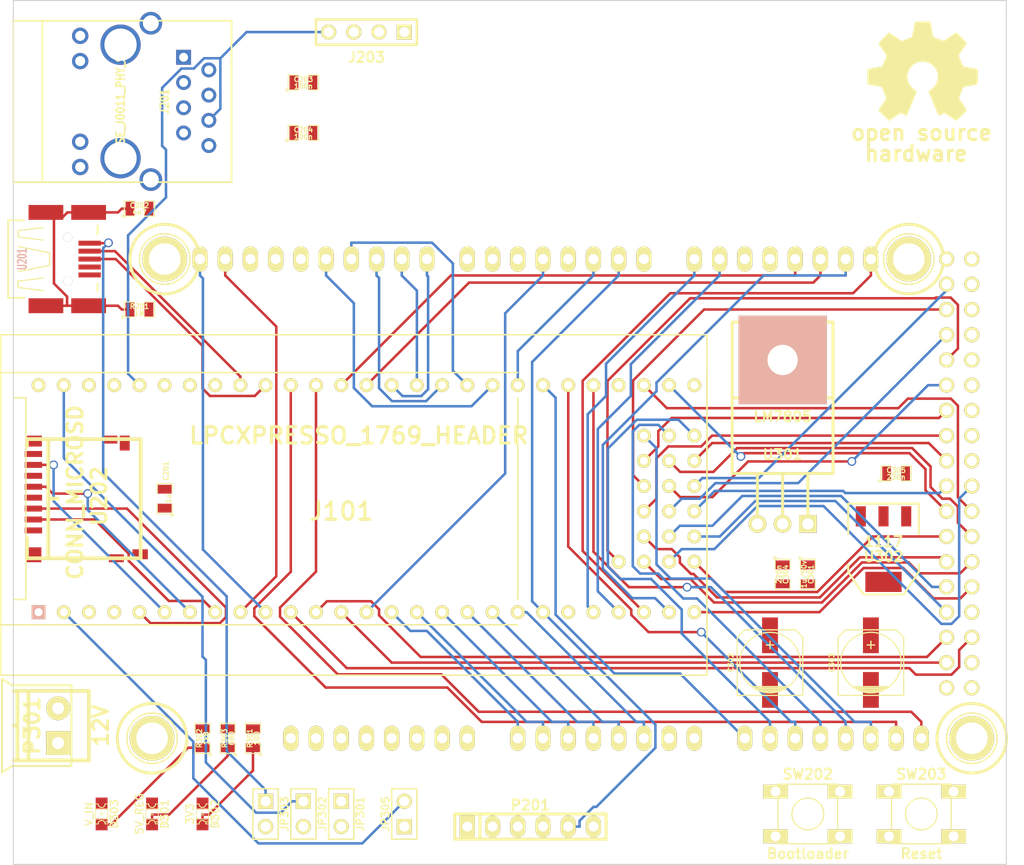
<source format=kicad_pcb>

(kicad_pcb
  (version 3)
  (host pcbnew "(2013-07-07 BZR 4022)-stable")
  (general
    (links 151)
    (no_connects 0)
    (area 49.149 65.2018 152.819101 152.450001)
    (thickness 1.6)
    (drawings 7)
    (tracks 802)
    (zones 0)
    (modules 37)
    (nets 78))
  (page A4)
  (layers
    (15 F.Cu signal)
    (0 B.Cu signal)
    (16 B.Adhes user)
    (17 F.Adhes user)
    (18 B.Paste user)
    (19 F.Paste user)
    (20 B.SilkS user)
    (21 F.SilkS user)
    (22 B.Mask user)
    (23 F.Mask user)
    (24 Dwgs.User user)
    (25 Cmts.User user)
    (26 Eco1.User user)
    (27 Eco2.User user)
    (28 Edge.Cuts user))
  (setup
    (last_trace_width 0.254)
    (trace_clearance 0.2286)
    (zone_clearance 0.508)
    (zone_45_only no)
    (trace_min 0.254)
    (segment_width 0.2)
    (edge_width 0.1)
    (via_size 0.889)
    (via_drill 0.635)
    (via_min_size 0.889)
    (via_min_drill 0.508)
    (uvia_size 0.508)
    (uvia_drill 0.127)
    (uvias_allowed no)
    (uvia_min_size 0.508)
    (uvia_min_drill 0.127)
    (pcb_text_width 0.3)
    (pcb_text_size 1.5 1.5)
    (mod_edge_width 0.15)
    (mod_text_size 1 1)
    (mod_text_width 0.15)
    (pad_size 1.651 1.651)
    (pad_drill 1.016)
    (pad_to_mask_clearance 0)
    (aux_axis_origin 50.8 152.4)
    (visible_elements 7FFFFBBF)
    (pcbplotparams
      (layerselection 284196865)
      (usegerberextensions true)
      (excludeedgelayer true)
      (linewidth 0.15)
      (plotframeref false)
      (viasonmask false)
      (mode 1)
      (useauxorigin true)
      (hpglpennumber 1)
      (hpglpenspeed 20)
      (hpglpendiameter 15)
      (hpglpenoverlay 2)
      (psnegative false)
      (psa4output false)
      (plotreference true)
      (plotvalue true)
      (plotothertext true)
      (plotinvisibletext false)
      (padsonsilk false)
      (subtractmaskfromsilk false)
      (outputformat 1)
      (mirror false)
      (drillshape 0)
      (scaleselection 1)
      (outputdirectory gerbers/)))
  (net 0 "")
  (net 1 *Bootloader)
  (net 2 *ETH_RD+)
  (net 3 *ETH_RD-)
  (net 4 *ETH_TD+)
  (net 5 *ETH_TD-)
  (net 6 *RESET)
  (net 7 *RX)
  (net 8 *TX)
  (net 9 *USB-D+)
  (net 10 *USB-D-)
  (net 11 +3.3V)
  (net 12 +5V)
  (net 13 /Power/5V_REG)
  (net 14 AD4)
  (net 15 AD5)
  (net 16 CS_1)
  (net 17 E0-DIR)
  (net 18 E0-EN)
  (net 19 E0-STEP)
  (net 20 E1-DIR)
  (net 21 E1-EN)
  (net 22 E1-STEP)
  (net 23 E2-DIR)
  (net 24 E2-EN)
  (net 25 E2-STEP)
  (net 26 ESTOP)
  (net 27 GND)
  (net 28 LPC_VIN)
  (net 29 MISO_0)
  (net 30 MISO_1)
  (net 31 MOSI_0)
  (net 32 MOSI_1)
  (net 33 N-00000111)
  (net 34 N-00000113)
  (net 35 N-00000114)
  (net 36 N-0000098)
  (net 37 P0.21)
  (net 38 P0.22)
  (net 39 P0.4)
  (net 40 P0.5)
  (net 41 POWER1)
  (net 42 POWER2)
  (net 43 POWER3)
  (net 44 POWER4)
  (net 45 POWER5)
  (net 46 POWER6)
  (net 47 RXD2_SCL2)
  (net 48 RXD3_SCL1)
  (net 49 SCK_0)
  (net 50 SCK_1)
  (net 51 SCL0)
  (net 52 SDA0)
  (net 53 SSEL_0)
  (net 54 THERM0)
  (net 55 THERM1)
  (net 56 THERM2)
  (net 57 THERM3)
  (net 58 TXD2_SDA2)
  (net 59 TXD3_SDA1)
  (net 60 VIN)
  (net 61 VUSB1)
  (net 62 VUSB2)
  (net 63 X-DIR)
  (net 64 X-EN)
  (net 65 X-STEP)
  (net 66 XMAX)
  (net 67 XMIN)
  (net 68 Y-DIR)
  (net 69 Y-EN)
  (net 70 Y-STEP)
  (net 71 YMAX)
  (net 72 YMIN)
  (net 73 Z-DIR)
  (net 74 Z-EN)
  (net 75 Z-STEP)
  (net 76 ZMAX)
  (net 77 ZMIN)
  (net_class Default "This is the default net class."
    (clearance 0.2286)
    (trace_width 0.254)
    (via_dia 0.889)
    (via_drill 0.635)
    (uvia_dia 0.508)
    (uvia_drill 0.127)
    (add_net "")
    (add_net *Bootloader)
    (add_net *ETH_RD+)
    (add_net *ETH_RD-)
    (add_net *ETH_TD+)
    (add_net *ETH_TD-)
    (add_net *RESET)
    (add_net *RX)
    (add_net *TX)
    (add_net *USB-D+)
    (add_net *USB-D-)
    (add_net +3.3V)
    (add_net +5V)
    (add_net /Power/5V_REG)
    (add_net AD4)
    (add_net AD5)
    (add_net CS_1)
    (add_net E0-DIR)
    (add_net E0-EN)
    (add_net E0-STEP)
    (add_net E1-DIR)
    (add_net E1-EN)
    (add_net E1-STEP)
    (add_net E2-DIR)
    (add_net E2-EN)
    (add_net E2-STEP)
    (add_net ESTOP)
    (add_net GND)
    (add_net LPC_VIN)
    (add_net MISO_0)
    (add_net MISO_1)
    (add_net MOSI_0)
    (add_net MOSI_1)
    (add_net N-00000111)
    (add_net N-00000113)
    (add_net N-00000114)
    (add_net N-0000098)
    (add_net P0.21)
    (add_net P0.22)
    (add_net P0.4)
    (add_net P0.5)
    (add_net POWER1)
    (add_net POWER2)
    (add_net POWER3)
    (add_net POWER4)
    (add_net POWER5)
    (add_net POWER6)
    (add_net RXD2_SCL2)
    (add_net RXD3_SCL1)
    (add_net SCK_0)
    (add_net SCK_1)
    (add_net SCL0)
    (add_net SDA0)
    (add_net SSEL_0)
    (add_net THERM0)
    (add_net THERM1)
    (add_net THERM2)
    (add_net THERM3)
    (add_net TXD2_SDA2)
    (add_net TXD3_SDA1)
    (add_net VIN)
    (add_net VUSB1)
    (add_net VUSB2)
    (add_net X-DIR)
    (add_net X-EN)
    (add_net X-STEP)
    (add_net XMAX)
    (add_net XMIN)
    (add_net Y-DIR)
    (add_net Y-EN)
    (add_net Y-STEP)
    (add_net YMAX)
    (add_net YMIN)
    (add_net Z-DIR)
    (add_net Z-EN)
    (add_net Z-STEP)
    (add_net ZMAX)
    (add_net ZMIN))
  (module MBED_LPCXPRESSO
    (layer F.Cu)
    (tedit 52571926)
    (tstamp 52491623)
    (at 83.82 115.57)
    (tags "MBED LPCXPRESSO")
    (path /5248CD31)
    (fp_text reference J101
      (at 0 1.27)
      (layer F.SilkS)
      (effects
        (font
          (size 1.778 1.778)
          (thickness 0.3048))))
    (fp_text value LPCXPRESSO_1769_HEADER
      (at 1.778 -6.35)
      (layer F.SilkS)
      (effects
        (font
          (size 1.651 1.651)
          (thickness 0.3048))))
    (fp_line
      (start -33.02 10.16)
      (end -31.75 10.16)
      (layer F.SilkS)
      (width 0.15))
    (fp_line
      (start -31.75 10.16)
      (end -31.75 -10.16)
      (layer F.SilkS)
      (width 0.15))
    (fp_line
      (start -31.75 -10.16)
      (end -33.02 -10.16)
      (layer F.SilkS)
      (width 0.15))
    (fp_line
      (start -33.02 -12.7)
      (end -34.29 -12.7)
      (layer F.SilkS)
      (width 0.15))
    (fp_line
      (start -33.02 12.7)
      (end -34.29 12.7)
      (layer F.SilkS)
      (width 0.15))
    (fp_line
      (start -30.48 -12.7)
      (end 17.78 -12.7)
      (layer F.SilkS)
      (width 0.15))
    (fp_line
      (start 17.78 12.7)
      (end -31.75 12.7)
      (layer F.SilkS)
      (width 0.15))
    (fp_line
      (start 17.78 10.16)
      (end 17.78 -10.16)
      (layer F.SilkS)
      (width 0.15))
    (fp_line
      (start -31.75 12.7)
      (end -33.02 12.7)
      (layer F.SilkS)
      (width 0.15))
    (fp_line
      (start -31.75 -12.7)
      (end -33.02 -12.7)
      (layer F.SilkS)
      (width 0.15))
    (fp_line
      (start -34.29 17.78)
      (end -34.29 -16.51)
      (layer F.SilkS)
      (width 0.15))
    (fp_line
      (start -34.29 -16.51)
      (end 36.83 -16.51)
      (layer F.SilkS)
      (width 0.15))
    (fp_line
      (start 36.83 -16.51)
      (end 36.83 17.78)
      (layer F.SilkS)
      (width 0.15))
    (fp_line
      (start 36.83 17.78)
      (end -34.29 17.78)
      (layer F.SilkS)
      (width 0.15))
    (fp_line
      (start -30.48 -12.7)
      (end -31.75 -12.7)
      (layer F.SilkS)
      (width 0.15))
    (fp_line
      (start 36.83 12.7)
      (end 36.83 -12.7)
      (layer F.SilkS)
      (width 0.15))
    (pad 1 thru_hole rect
      (at -30.48 11.43)
      (size 1.397 1.397)
      (drill 0.8128)
      (layers *.Cu *.SilkS *.Mask))
    (pad 2 thru_hole circle
      (at -27.94 11.43)
      (size 1.397 1.397)
      (drill 0.8128)
      (layers *.Cu *.Mask F.SilkS)
      (net 28 LPC_VIN))
    (pad 3 thru_hole circle
      (at -25.4 11.43)
      (size 1.397 1.397)
      (drill 0.8128)
      (layers *.Cu *.Mask F.SilkS))
    (pad 4 thru_hole circle
      (at -22.86 11.43)
      (size 1.397 1.397)
      (drill 0.8128)
      (layers *.Cu *.Mask F.SilkS))
    (pad 5 thru_hole circle
      (at -20.32 11.43)
      (size 1.397 1.397)
      (drill 0.8128)
      (layers *.Cu *.Mask F.SilkS)
      (net 32 MOSI_1))
    (pad 6 thru_hole circle
      (at -17.78 11.43)
      (size 1.397 1.397)
      (drill 0.8128)
      (layers *.Cu *.Mask F.SilkS)
      (net 30 MISO_1))
    (pad 7 thru_hole circle
      (at -15.24 11.43)
      (size 1.397 1.397)
      (drill 0.8128)
      (layers *.Cu *.Mask F.SilkS)
      (net 50 SCK_1))
    (pad 8 thru_hole circle
      (at -12.7 11.43)
      (size 1.397 1.397)
      (drill 0.8128)
      (layers *.Cu *.Mask F.SilkS)
      (net 16 CS_1))
    (pad 9 thru_hole circle
      (at -10.16 11.43)
      (size 1.397 1.397)
      (drill 0.8128)
      (layers *.Cu *.Mask F.SilkS)
      (net 59 TXD3_SDA1))
    (pad 10 thru_hole circle
      (at -7.62 11.43)
      (size 1.397 1.397)
      (drill 0.8128)
      (layers *.Cu *.Mask F.SilkS)
      (net 48 RXD3_SCL1))
    (pad 11 thru_hole circle
      (at -5.08 11.43)
      (size 1.397 1.397)
      (drill 0.8128)
      (layers *.Cu *.Mask F.SilkS)
      (net 31 MOSI_0))
    (pad 12 thru_hole circle
      (at -2.54 11.43)
      (size 1.397 1.397)
      (drill 0.8128)
      (layers *.Cu *.Mask F.SilkS)
      (net 29 MISO_0))
    (pad 13 thru_hole circle
      (at 0 11.43)
      (size 1.397 1.397)
      (drill 0.8128)
      (layers *.Cu *.Mask F.SilkS)
      (net 49 SCK_0))
    (pad 14 thru_hole circle
      (at 2.54 11.43)
      (size 1.397 1.397)
      (drill 0.8128)
      (layers *.Cu *.Mask F.SilkS)
      (net 53 SSEL_0))
    (pad 15 thru_hole circle
      (at 5.08 11.43)
      (size 1.397 1.397)
      (drill 0.8128)
      (layers *.Cu *.Mask F.SilkS)
      (net 54 THERM0))
    (pad 16 thru_hole circle
      (at 7.62 11.43)
      (size 1.397 1.397)
      (drill 0.8128)
      (layers *.Cu *.Mask F.SilkS)
      (net 55 THERM1))
    (pad 17 thru_hole circle
      (at 10.16 11.43)
      (size 1.397 1.397)
      (drill 0.8128)
      (layers *.Cu *.Mask F.SilkS)
      (net 56 THERM2))
    (pad 18 thru_hole circle
      (at 12.7 11.43)
      (size 1.397 1.397)
      (drill 0.8128)
      (layers *.Cu *.Mask F.SilkS)
      (net 57 THERM3))
    (pad 19 thru_hole circle
      (at 15.24 11.43)
      (size 1.397 1.397)
      (drill 0.8128)
      (layers *.Cu *.Mask F.SilkS)
      (net 14 AD4))
    (pad 20 thru_hole circle
      (at 17.78 11.43)
      (size 1.397 1.397)
      (drill 0.8128)
      (layers *.Cu *.Mask F.SilkS)
      (net 15 AD5))
    (pad 21 thru_hole circle
      (at 20.32 11.43)
      (size 1.397 1.397)
      (drill 0.8128)
      (layers *.Cu *.Mask F.SilkS)
      (net 8 *TX))
    (pad 22 thru_hole circle
      (at 22.86 11.43)
      (size 1.397 1.397)
      (drill 0.8128)
      (layers *.Cu *.Mask F.SilkS))
    (pad 23 thru_hole circle
      (at 25.4 11.43)
      (size 1.397 1.397)
      (drill 0.8128)
      (layers *.Cu *.Mask F.SilkS)
      (net 37 P0.21))
    (pad 24 thru_hole circle
      (at 27.94 11.43)
      (size 1.397 1.397)
      (drill 0.8128)
      (layers *.Cu *.Mask F.SilkS)
      (net 38 P0.22))
    (pad 25 thru_hole circle
      (at 30.48 11.43)
      (size 1.397 1.397)
      (drill 0.8128)
      (layers *.Cu *.Mask F.SilkS)
      (net 52 SDA0))
    (pad 26 thru_hole circle
      (at 33.02 11.43)
      (size 1.397 1.397)
      (drill 0.8128)
      (layers *.Cu *.Mask F.SilkS)
      (net 51 SCL0))
    (pad 27 thru_hole circle
      (at 35.56 11.43)
      (size 1.397 1.397)
      (drill 0.8128)
      (layers *.Cu *.Mask F.SilkS)
      (net 23 E2-DIR))
    (pad 28 thru_hole circle
      (at -30.48 -11.43)
      (size 1.397 1.397)
      (drill 0.8128)
      (layers *.Cu *.Mask F.SilkS))
    (pad 29 thru_hole circle
      (at -27.94 -11.43)
      (size 1.397 1.397)
      (drill 0.8128)
      (layers *.Cu *.Mask F.SilkS)
      (net 61 VUSB1))
    (pad 30 thru_hole circle
      (at -25.4 -11.43)
      (size 1.397 1.397)
      (drill 0.8128)
      (layers *.Cu *.Mask F.SilkS))
    (pad 31 thru_hole circle
      (at -22.86 -11.43)
      (size 1.397 1.397)
      (drill 0.8128)
      (layers *.Cu *.Mask F.SilkS))
    (pad 32 thru_hole circle
      (at -20.32 -11.43)
      (size 1.397 1.397)
      (drill 0.8128)
      (layers *.Cu *.Mask F.SilkS)
      (net 3 *ETH_RD-))
    (pad 33 thru_hole circle
      (at -17.78 -11.43)
      (size 1.397 1.397)
      (drill 0.8128)
      (layers *.Cu *.Mask F.SilkS))
    (pad 34 thru_hole circle
      (at -15.24 -11.43)
      (size 1.397 1.397)
      (drill 0.8128)
      (layers *.Cu *.Mask F.SilkS))
    (pad 35 thru_hole circle
      (at -12.7 -11.43)
      (size 1.397 1.397)
      (drill 0.8128)
      (layers *.Cu *.Mask F.SilkS))
    (pad 36 thru_hole circle
      (at -10.16 -11.43)
      (size 1.397 1.397)
      (drill 0.8128)
      (layers *.Cu *.Mask F.SilkS)
      (net 10 *USB-D-))
    (pad 37 thru_hole circle
      (at -7.62 -11.43)
      (size 1.397 1.397)
      (drill 0.8128)
      (layers *.Cu *.Mask F.SilkS)
      (net 9 *USB-D+))
    (pad 38 thru_hole circle
      (at -5.08 -11.43)
      (size 1.397 1.397)
      (drill 0.8128)
      (layers *.Cu *.Mask F.SilkS)
      (net 39 P0.4))
    (pad 39 thru_hole circle
      (at -2.54 -11.43)
      (size 1.397 1.397)
      (drill 0.8128)
      (layers *.Cu *.Mask F.SilkS)
      (net 40 P0.5))
    (pad 40 thru_hole circle
      (at 0 -11.43)
      (size 1.397 1.397)
      (drill 0.8128)
      (layers *.Cu *.Mask F.SilkS)
      (net 58 TXD2_SDA2))
    (pad 41 thru_hole circle
      (at 2.54 -11.43)
      (size 1.397 1.397)
      (drill 0.8128)
      (layers *.Cu *.Mask F.SilkS)
      (net 47 RXD2_SCL2))
    (pad 42 thru_hole circle
      (at 5.08 -11.43)
      (size 1.397 1.397)
      (drill 0.8128)
      (layers *.Cu *.Mask F.SilkS)
      (net 41 POWER1))
    (pad 43 thru_hole circle
      (at 7.62 -11.43)
      (size 1.397 1.397)
      (drill 0.8128)
      (layers *.Cu *.Mask F.SilkS)
      (net 42 POWER2))
    (pad 44 thru_hole circle
      (at 10.16 -11.43)
      (size 1.397 1.397)
      (drill 0.8128)
      (layers *.Cu *.Mask F.SilkS)
      (net 43 POWER3))
    (pad 45 thru_hole circle
      (at 12.7 -11.43)
      (size 1.397 1.397)
      (drill 0.8128)
      (layers *.Cu *.Mask F.SilkS)
      (net 44 POWER4))
    (pad 46 thru_hole circle
      (at 15.24 -11.43)
      (size 1.397 1.397)
      (drill 0.8128)
      (layers *.Cu *.Mask F.SilkS)
      (net 45 POWER5))
    (pad 47 thru_hole circle
      (at 17.78 -11.43)
      (size 1.397 1.397)
      (drill 0.8128)
      (layers *.Cu *.Mask F.SilkS)
      (net 46 POWER6))
    (pad 48 thru_hole circle
      (at 20.32 -11.43)
      (size 1.397 1.397)
      (drill 0.8128)
      (layers *.Cu *.Mask F.SilkS)
      (net 63 X-DIR))
    (pad 49 thru_hole circle
      (at 22.86 -11.43)
      (size 1.397 1.397)
      (drill 0.8128)
      (layers *.Cu *.Mask F.SilkS)
      (net 68 Y-DIR))
    (pad 50 thru_hole circle
      (at 25.4 -11.43)
      (size 1.397 1.397)
      (drill 0.8128)
      (layers *.Cu *.Mask F.SilkS)
      (net 73 Z-DIR))
    (pad 51 thru_hole circle
      (at 27.94 -11.43)
      (size 1.397 1.397)
      (drill 0.8128)
      (layers *.Cu *.Mask F.SilkS))
    (pad 52 thru_hole circle
      (at 30.48 -11.43)
      (size 1.397 1.397)
      (drill 0.8128)
      (layers *.Cu *.Mask F.SilkS)
      (net 20 E1-DIR))
    (pad 53 thru_hole circle
      (at 33.02 -11.43)
      (size 1.397 1.397)
      (drill 0.8128)
      (layers *.Cu *.Mask F.SilkS)
      (net 26 ESTOP))
    (pad 54 thru_hole circle
      (at 35.56 -11.43)
      (size 1.397 1.397)
      (drill 0.8128)
      (layers *.Cu *.Mask F.SilkS))
    (pad 101 thru_hole circle
      (at 35.56 -6.35)
      (size 1.397 1.397)
      (drill 0.8128)
      (layers *.Cu *.Mask F.SilkS)
      (net 65 X-STEP))
    (pad 102 thru_hole circle
      (at 33.02 -6.35)
      (size 1.397 1.397)
      (drill 0.8128)
      (layers *.Cu *.Mask F.SilkS)
      (net 70 Y-STEP))
    (pad 103 thru_hole circle
      (at 30.48 -6.35)
      (size 1.397 1.397)
      (drill 0.8128)
      (layers *.Cu *.Mask F.SilkS)
      (net 75 Z-STEP))
    (pad 104 thru_hole circle
      (at 35.56 -3.81)
      (size 1.397 1.397)
      (drill 0.8128)
      (layers *.Cu *.Mask F.SilkS)
      (net 19 E0-STEP))
    (pad 105 thru_hole circle
      (at 33.02 -3.81)
      (size 1.397 1.397)
      (drill 0.8128)
      (layers *.Cu *.Mask F.SilkS)
      (net 22 E1-STEP))
    (pad 106 thru_hole circle
      (at 30.48 -3.81)
      (size 1.397 1.397)
      (drill 0.8128)
      (layers *.Cu *.Mask F.SilkS)
      (net 25 E2-STEP))
    (pad 107 thru_hole circle
      (at 35.56 -1.27)
      (size 1.397 1.397)
      (drill 0.8128)
      (layers *.Cu *.Mask F.SilkS)
      (net 67 XMIN))
    (pad 108 thru_hole circle
      (at 33.02 -1.27)
      (size 1.397 1.397)
      (drill 0.8128)
      (layers *.Cu *.Mask F.SilkS)
      (net 66 XMAX))
    (pad 109 thru_hole circle
      (at 30.48 -1.27)
      (size 1.397 1.397)
      (drill 0.8128)
      (layers *.Cu *.Mask F.SilkS)
      (net 72 YMIN))
    (pad 110 thru_hole circle
      (at 35.56 1.27)
      (size 1.397 1.397)
      (drill 0.8128)
      (layers *.Cu *.Mask F.SilkS)
      (net 71 YMAX))
    (pad 111 thru_hole circle
      (at 33.02 1.27)
      (size 1.397 1.397)
      (drill 0.8128)
      (layers *.Cu *.Mask F.SilkS)
      (net 77 ZMIN))
    (pad 112 thru_hole circle
      (at 30.48 1.27)
      (size 1.397 1.397)
      (drill 0.8128)
      (layers *.Cu *.Mask F.SilkS)
      (net 76 ZMAX))
    (pad 113 thru_hole circle
      (at 35.56 3.81)
      (size 1.397 1.397)
      (drill 0.8128)
      (layers *.Cu *.Mask F.SilkS)
      (net 64 X-EN))
    (pad 114 thru_hole circle
      (at 33.02 3.81)
      (size 1.397 1.397)
      (drill 0.8128)
      (layers *.Cu *.Mask F.SilkS)
      (net 69 Y-EN))
    (pad 115 thru_hole circle
      (at 30.48 3.81)
      (size 1.397 1.397)
      (drill 0.8128)
      (layers *.Cu *.Mask F.SilkS)
      (net 74 Z-EN))
    (pad 116 thru_hole circle
      (at 35.56 6.35)
      (size 1.397 1.397)
      (drill 0.8128)
      (layers *.Cu *.Mask F.SilkS)
      (net 18 E0-EN))
    (pad 117 thru_hole circle
      (at 33.02 6.35)
      (size 1.397 1.397)
      (drill 0.8128)
      (layers *.Cu *.Mask F.SilkS)
      (net 21 E1-EN))
    (pad 118 thru_hole circle
      (at 30.48 6.35)
      (size 1.397 1.397)
      (drill 0.8128)
      (layers *.Cu *.Mask F.SilkS)
      (net 24 E2-EN))
    (pad 119 thru_hole circle
      (at 27.94 6.35)
      (size 1.397 1.397)
      (drill 0.8128)
      (layers *.Cu *.Mask F.SilkS)
      (net 17 E0-DIR))
    (model ../KiCAD_Libraries/packages3d/rmc/misc/mbed.wrl
      (at
        (xyz 0.7 0.45 0.2))
      (scale
        (xyz 1 1 1))
      (rotate
        (xyz 0 0 180))))
  (module SW_6x6_MULTI
    (layer F.Cu)
    (tedit 4FB198AB)
    (tstamp 52540764)
    (at 130.81 147.32)
    (descr "6x6mm tactile switch SMT/TH footprint")
    (tags switch)
    (path /52531F85/525358A9)
    (fp_text reference SW202
      (at 0 -4.0005)
      (layer F.SilkS)
      (effects
        (font
          (size 1.016 1.016)
          (thickness 0.2032))))
    (fp_text value Bootloader
      (at 0 4.0005)
      (layer F.SilkS)
      (effects
        (font
          (size 1.016 1.016)
          (thickness 0.2032))))
    (fp_circle
      (center -0.00254 0)
      (end 0.99822 1.24968)
      (layer F.SilkS)
      (width 0.127))
    (fp_line
      (start -3.00228 -2.99974)
      (end -3.00228 2.99974)
      (layer F.SilkS)
      (width 0.127))
    (fp_line
      (start -2.99974 2.99974)
      (end 2.99974 2.99974)
      (layer F.SilkS)
      (width 0.127))
    (fp_line
      (start 2.99974 2.9972)
      (end 2.99974 -3.00228)
      (layer F.SilkS)
      (width 0.127))
    (fp_line
      (start 2.99974 -2.99974)
      (end -2.99974 -2.99974)
      (layer F.SilkS)
      (width 0.127))
    (pad 1 thru_hole rect
      (at 3.24866 -2.25044)
      (size 2.49936 1.397)
      (drill 1.00076)
      (layers *.Cu *.Mask F.SilkS))
    (pad 2 thru_hole rect
      (at 3.24866 2.25044)
      (size 2.49936 1.397)
      (drill 1.00076)
      (layers *.Cu *.Mask F.SilkS))
    (pad 1 thru_hole rect
      (at -3.2512 -2.25044)
      (size 2.49936 1.397)
      (drill 1.00076)
      (layers *.Cu *.Mask F.SilkS))
    (pad 2 thru_hole rect
      (at -3.2512 2.25044)
      (size 2.49936 1.397)
      (drill 1.00076)
      (layers *.Cu *.Mask F.SilkS))
    (model ..\KiCAD_Libraries\packages3d\rmc\tyco\tyco_2-1825910-2-c.wrl
      (at
        (xyz 0 0 0.32))
      (scale
        (xyz 1 1 1))
      (rotate
        (xyz 0 0 90))))
  (module SOT223
    (layer F.Cu)
    (tedit 200000)
    (tstamp 52540774)
    (at 138.43 120.65 180)
    (descr "module CMS SOT223 4 pins")
    (tags "CMS SOT")
    (path /52533BDB/52540AF0)
    (attr smd)
    (fp_text reference U302
      (at 0 -0.762 180)
      (layer F.SilkS)
      (effects
        (font
          (size 1.016 1.016)
          (thickness 0.2032))))
    (fp_text value 1117
      (at 0 0.762 180)
      (layer F.SilkS)
      (effects
        (font
          (size 1.016 1.016)
          (thickness 0.2032))))
    (fp_line
      (start -3.556 1.524)
      (end -3.556 4.572)
      (layer F.SilkS)
      (width 0.2032))
    (fp_line
      (start -3.556 4.572)
      (end 3.556 4.572)
      (layer F.SilkS)
      (width 0.2032))
    (fp_line
      (start 3.556 4.572)
      (end 3.556 1.524)
      (layer F.SilkS)
      (width 0.2032))
    (fp_line
      (start -3.556 -1.524)
      (end -3.556 -2.286)
      (layer F.SilkS)
      (width 0.2032))
    (fp_line
      (start -3.556 -2.286)
      (end -2.032 -4.572)
      (layer F.SilkS)
      (width 0.2032))
    (fp_line
      (start -2.032 -4.572)
      (end 2.032 -4.572)
      (layer F.SilkS)
      (width 0.2032))
    (fp_line
      (start 2.032 -4.572)
      (end 3.556 -2.286)
      (layer F.SilkS)
      (width 0.2032))
    (fp_line
      (start 3.556 -2.286)
      (end 3.556 -1.524)
      (layer F.SilkS)
      (width 0.2032))
    (pad 4 smd rect
      (at 0 -3.302 180)
      (size 3.6576 2.032)
      (layers F.Cu F.Paste F.Mask))
    (pad 2 smd rect
      (at 0 3.302 180)
      (size 1.016 2.032)
      (layers F.Cu F.Paste F.Mask))
    (pad 3 smd rect
      (at 2.286 3.302 180)
      (size 1.016 2.032)
      (layers F.Cu F.Paste F.Mask))
    (pad 1 smd rect
      (at -2.286 3.302 180)
      (size 1.016 2.032)
      (layers F.Cu F.Paste F.Mask))
    (model smd/SOT223.wrl
      (at
        (xyz 0 0 0))
      (scale
        (xyz 0.4 0.4 0.4))
      (rotate
        (xyz 0 0 0))))
  (module SM0805
    (layer F.Cu)
    (tedit 5091495C)
    (tstamp 52540781)
    (at 63.5 96.52)
    (path /52531F85/52533160)
    (attr smd)
    (fp_text reference R201
      (at 0 -0.3175)
      (layer F.SilkS)
      (effects
        (font
          (size 0.50038 0.50038)
          (thickness 0.10922))))
    (fp_text value 1M
      (at 0 0.381)
      (layer F.SilkS)
      (effects
        (font
          (size 0.50038 0.50038)
          (thickness 0.10922))))
    (fp_circle
      (center -1.651 0.762)
      (end -1.651 0.635)
      (layer F.SilkS)
      (width 0.09906))
    (fp_line
      (start -0.508 0.762)
      (end -1.524 0.762)
      (layer F.SilkS)
      (width 0.09906))
    (fp_line
      (start -1.524 0.762)
      (end -1.524 -0.762)
      (layer F.SilkS)
      (width 0.09906))
    (fp_line
      (start -1.524 -0.762)
      (end -0.508 -0.762)
      (layer F.SilkS)
      (width 0.09906))
    (fp_line
      (start 0.508 -0.762)
      (end 1.524 -0.762)
      (layer F.SilkS)
      (width 0.09906))
    (fp_line
      (start 1.524 -0.762)
      (end 1.524 0.762)
      (layer F.SilkS)
      (width 0.09906))
    (fp_line
      (start 1.524 0.762)
      (end 0.508 0.762)
      (layer F.SilkS)
      (width 0.09906))
    (pad 1 smd rect
      (at -0.9525 0)
      (size 0.889 1.397)
      (layers F.Cu F.Paste F.Mask)
      (net 36 N-0000098))
    (pad 2 smd rect
      (at 0.9525 0)
      (size 0.889 1.397)
      (layers F.Cu F.Paste F.Mask))
    (model smd/chip_cms.wrl
      (at
        (xyz 0 0 0))
      (scale
        (xyz 0.1 0.1 0.1))
      (rotate
        (xyz 0 0 0))))
  (module SM0805
    (layer F.Cu)
    (tedit 5091495C)
    (tstamp 5254078E)
    (at 63.5 86.36)
    (path /52531F85/5253316F)
    (attr smd)
    (fp_text reference C202
      (at 0 -0.3175)
      (layer F.SilkS)
      (effects
        (font
          (size 0.50038 0.50038)
          (thickness 0.10922))))
    (fp_text value 4n7
      (at 0 0.381)
      (layer F.SilkS)
      (effects
        (font
          (size 0.50038 0.50038)
          (thickness 0.10922))))
    (fp_circle
      (center -1.651 0.762)
      (end -1.651 0.635)
      (layer F.SilkS)
      (width 0.09906))
    (fp_line
      (start -0.508 0.762)
      (end -1.524 0.762)
      (layer F.SilkS)
      (width 0.09906))
    (fp_line
      (start -1.524 0.762)
      (end -1.524 -0.762)
      (layer F.SilkS)
      (width 0.09906))
    (fp_line
      (start -1.524 -0.762)
      (end -0.508 -0.762)
      (layer F.SilkS)
      (width 0.09906))
    (fp_line
      (start 0.508 -0.762)
      (end 1.524 -0.762)
      (layer F.SilkS)
      (width 0.09906))
    (fp_line
      (start 1.524 -0.762)
      (end 1.524 0.762)
      (layer F.SilkS)
      (width 0.09906))
    (fp_line
      (start 1.524 0.762)
      (end 0.508 0.762)
      (layer F.SilkS)
      (width 0.09906))
    (pad 1 smd rect
      (at -0.9525 0)
      (size 0.889 1.397)
      (layers F.Cu F.Paste F.Mask)
      (net 36 N-0000098))
    (pad 2 smd rect
      (at 0.9525 0)
      (size 0.889 1.397)
      (layers F.Cu F.Paste F.Mask))
    (model smd/chip_cms.wrl
      (at
        (xyz 0 0 0))
      (scale
        (xyz 0.1 0.1 0.1))
      (rotate
        (xyz 0 0 0))))
  (module SM0805
    (layer F.Cu)
    (tedit 5091495C)
    (tstamp 5254079B)
    (at 130.81 123.19 270)
    (path /52533BDB/5253463E)
    (attr smd)
    (fp_text reference C301
      (at 0 -0.3175 270)
      (layer F.SilkS)
      (effects
        (font
          (size 0.50038 0.50038)
          (thickness 0.10922))))
    (fp_text value 1u/50v
      (at 0 0.381 270)
      (layer F.SilkS)
      (effects
        (font
          (size 0.50038 0.50038)
          (thickness 0.10922))))
    (fp_circle
      (center -1.651 0.762)
      (end -1.651 0.635)
      (layer F.SilkS)
      (width 0.09906))
    (fp_line
      (start -0.508 0.762)
      (end -1.524 0.762)
      (layer F.SilkS)
      (width 0.09906))
    (fp_line
      (start -1.524 0.762)
      (end -1.524 -0.762)
      (layer F.SilkS)
      (width 0.09906))
    (fp_line
      (start -1.524 -0.762)
      (end -0.508 -0.762)
      (layer F.SilkS)
      (width 0.09906))
    (fp_line
      (start 0.508 -0.762)
      (end 1.524 -0.762)
      (layer F.SilkS)
      (width 0.09906))
    (fp_line
      (start 1.524 -0.762)
      (end 1.524 0.762)
      (layer F.SilkS)
      (width 0.09906))
    (fp_line
      (start 1.524 0.762)
      (end 0.508 0.762)
      (layer F.SilkS)
      (width 0.09906))
    (pad 1 smd rect
      (at -0.9525 0 270)
      (size 0.889 1.397)
      (layers F.Cu F.Paste F.Mask))
    (pad 2 smd rect
      (at 0.9525 0 270)
      (size 0.889 1.397)
      (layers F.Cu F.Paste F.Mask))
    (model smd/chip_cms.wrl
      (at
        (xyz 0 0 0))
      (scale
        (xyz 0.1 0.1 0.1))
      (rotate
        (xyz 0 0 0))))
  (module SM0805
    (layer F.Cu)
    (tedit 52571931)
    (tstamp 525407A8)
    (at 66.04 115.57 90)
    (path /52531F85/525357E3)
    (attr smd)
    (fp_text reference C201
      (at 2.794 0.127 90)
      (layer F.SilkS)
      (effects
        (font
          (size 0.50038 0.50038)
          (thickness 0.10922))))
    (fp_text value 1u
      (at 0 0.381 90)
      (layer F.SilkS)
      (effects
        (font
          (size 0.50038 0.50038)
          (thickness 0.10922))))
    (fp_circle
      (center -1.651 0.762)
      (end -1.651 0.635)
      (layer F.SilkS)
      (width 0.09906))
    (fp_line
      (start -0.508 0.762)
      (end -1.524 0.762)
      (layer F.SilkS)
      (width 0.09906))
    (fp_line
      (start -1.524 0.762)
      (end -1.524 -0.762)
      (layer F.SilkS)
      (width 0.09906))
    (fp_line
      (start -1.524 -0.762)
      (end -0.508 -0.762)
      (layer F.SilkS)
      (width 0.09906))
    (fp_line
      (start 0.508 -0.762)
      (end 1.524 -0.762)
      (layer F.SilkS)
      (width 0.09906))
    (fp_line
      (start 1.524 -0.762)
      (end 1.524 0.762)
      (layer F.SilkS)
      (width 0.09906))
    (fp_line
      (start 1.524 0.762)
      (end 0.508 0.762)
      (layer F.SilkS)
      (width 0.09906))
    (pad 1 smd rect
      (at -0.9525 0 90)
      (size 0.889 1.397)
      (layers F.Cu F.Paste F.Mask))
    (pad 2 smd rect
      (at 0.9525 0 90)
      (size 0.889 1.397)
      (layers F.Cu F.Paste F.Mask))
    (model smd/chip_cms.wrl
      (at
        (xyz 0 0 0))
      (scale
        (xyz 0.1 0.1 0.1))
      (rotate
        (xyz 0 0 0))))
  (module SM0805
    (layer F.Cu)
    (tedit 5091495C)
    (tstamp 525407B5)
    (at 139.7 113.03)
    (path /52533BDB/52534651)
    (attr smd)
    (fp_text reference C305
      (at 0 -0.3175)
      (layer F.SilkS)
      (effects
        (font
          (size 0.50038 0.50038)
          (thickness 0.10922))))
    (fp_text value 220n
      (at 0 0.381)
      (layer F.SilkS)
      (effects
        (font
          (size 0.50038 0.50038)
          (thickness 0.10922))))
    (fp_circle
      (center -1.651 0.762)
      (end -1.651 0.635)
      (layer F.SilkS)
      (width 0.09906))
    (fp_line
      (start -0.508 0.762)
      (end -1.524 0.762)
      (layer F.SilkS)
      (width 0.09906))
    (fp_line
      (start -1.524 0.762)
      (end -1.524 -0.762)
      (layer F.SilkS)
      (width 0.09906))
    (fp_line
      (start -1.524 -0.762)
      (end -0.508 -0.762)
      (layer F.SilkS)
      (width 0.09906))
    (fp_line
      (start 0.508 -0.762)
      (end 1.524 -0.762)
      (layer F.SilkS)
      (width 0.09906))
    (fp_line
      (start 1.524 -0.762)
      (end 1.524 0.762)
      (layer F.SilkS)
      (width 0.09906))
    (fp_line
      (start 1.524 0.762)
      (end 0.508 0.762)
      (layer F.SilkS)
      (width 0.09906))
    (pad 1 smd rect
      (at -0.9525 0)
      (size 0.889 1.397)
      (layers F.Cu F.Paste F.Mask))
    (pad 2 smd rect
      (at 0.9525 0)
      (size 0.889 1.397)
      (layers F.Cu F.Paste F.Mask))
    (model smd/chip_cms.wrl
      (at
        (xyz 0 0 0))
      (scale
        (xyz 0.1 0.1 0.1))
      (rotate
        (xyz 0 0 0))))
  (module SM0805
    (layer F.Cu)
    (tedit 5091495C)
    (tstamp 525407C2)
    (at 128.27 123.19 270)
    (path /52533BDB/52534657)
    (attr smd)
    (fp_text reference C304
      (at 0 -0.3175 270)
      (layer F.SilkS)
      (effects
        (font
          (size 0.50038 0.50038)
          (thickness 0.10922))))
    (fp_text value 220n
      (at 0 0.381 270)
      (layer F.SilkS)
      (effects
        (font
          (size 0.50038 0.50038)
          (thickness 0.10922))))
    (fp_circle
      (center -1.651 0.762)
      (end -1.651 0.635)
      (layer F.SilkS)
      (width 0.09906))
    (fp_line
      (start -0.508 0.762)
      (end -1.524 0.762)
      (layer F.SilkS)
      (width 0.09906))
    (fp_line
      (start -1.524 0.762)
      (end -1.524 -0.762)
      (layer F.SilkS)
      (width 0.09906))
    (fp_line
      (start -1.524 -0.762)
      (end -0.508 -0.762)
      (layer F.SilkS)
      (width 0.09906))
    (fp_line
      (start 0.508 -0.762)
      (end 1.524 -0.762)
      (layer F.SilkS)
      (width 0.09906))
    (fp_line
      (start 1.524 -0.762)
      (end 1.524 0.762)
      (layer F.SilkS)
      (width 0.09906))
    (fp_line
      (start 1.524 0.762)
      (end 0.508 0.762)
      (layer F.SilkS)
      (width 0.09906))
    (pad 1 smd rect
      (at -0.9525 0 270)
      (size 0.889 1.397)
      (layers F.Cu F.Paste F.Mask))
    (pad 2 smd rect
      (at 0.9525 0 270)
      (size 0.889 1.397)
      (layers F.Cu F.Paste F.Mask))
    (model smd/chip_cms.wrl
      (at
        (xyz 0 0 0))
      (scale
        (xyz 0.1 0.1 0.1))
      (rotate
        (xyz 0 0 0))))
  (module SM0805
    (layer F.Cu)
    (tedit 5091495C)
    (tstamp 525407CF)
    (at 74.93 139.7 90)
    (path /52533BDB/525346CD)
    (attr smd)
    (fp_text reference R301
      (at 0 -0.3175 90)
      (layer F.SilkS)
      (effects
        (font
          (size 0.50038 0.50038)
          (thickness 0.10922))))
    (fp_text value 100
      (at 0 0.381 90)
      (layer F.SilkS)
      (effects
        (font
          (size 0.50038 0.50038)
          (thickness 0.10922))))
    (fp_circle
      (center -1.651 0.762)
      (end -1.651 0.635)
      (layer F.SilkS)
      (width 0.09906))
    (fp_line
      (start -0.508 0.762)
      (end -1.524 0.762)
      (layer F.SilkS)
      (width 0.09906))
    (fp_line
      (start -1.524 0.762)
      (end -1.524 -0.762)
      (layer F.SilkS)
      (width 0.09906))
    (fp_line
      (start -1.524 -0.762)
      (end -0.508 -0.762)
      (layer F.SilkS)
      (width 0.09906))
    (fp_line
      (start 0.508 -0.762)
      (end 1.524 -0.762)
      (layer F.SilkS)
      (width 0.09906))
    (fp_line
      (start 1.524 -0.762)
      (end 1.524 0.762)
      (layer F.SilkS)
      (width 0.09906))
    (fp_line
      (start 1.524 0.762)
      (end 0.508 0.762)
      (layer F.SilkS)
      (width 0.09906))
    (pad 1 smd rect
      (at -0.9525 0 90)
      (size 0.889 1.397)
      (layers F.Cu F.Paste F.Mask)
      (net 34 N-00000113))
    (pad 2 smd rect
      (at 0.9525 0 90)
      (size 0.889 1.397)
      (layers F.Cu F.Paste F.Mask))
    (model smd/chip_cms.wrl
      (at
        (xyz 0 0 0))
      (scale
        (xyz 0.1 0.1 0.1))
      (rotate
        (xyz 0 0 0))))
  (module SM0805
    (layer F.Cu)
    (tedit 5091495C)
    (tstamp 525407DC)
    (at 72.39 139.7 90)
    (path /52533BDB/525346C0)
    (attr smd)
    (fp_text reference R303
      (at 0 -0.3175 90)
      (layer F.SilkS)
      (effects
        (font
          (size 0.50038 0.50038)
          (thickness 0.10922))))
    (fp_text value 680
      (at 0 0.381 90)
      (layer F.SilkS)
      (effects
        (font
          (size 0.50038 0.50038)
          (thickness 0.10922))))
    (fp_circle
      (center -1.651 0.762)
      (end -1.651 0.635)
      (layer F.SilkS)
      (width 0.09906))
    (fp_line
      (start -0.508 0.762)
      (end -1.524 0.762)
      (layer F.SilkS)
      (width 0.09906))
    (fp_line
      (start -1.524 0.762)
      (end -1.524 -0.762)
      (layer F.SilkS)
      (width 0.09906))
    (fp_line
      (start -1.524 -0.762)
      (end -0.508 -0.762)
      (layer F.SilkS)
      (width 0.09906))
    (fp_line
      (start 0.508 -0.762)
      (end 1.524 -0.762)
      (layer F.SilkS)
      (width 0.09906))
    (fp_line
      (start 1.524 -0.762)
      (end 1.524 0.762)
      (layer F.SilkS)
      (width 0.09906))
    (fp_line
      (start 1.524 0.762)
      (end 0.508 0.762)
      (layer F.SilkS)
      (width 0.09906))
    (pad 1 smd rect
      (at -0.9525 0 90)
      (size 0.889 1.397)
      (layers F.Cu F.Paste F.Mask)
      (net 33 N-00000111))
    (pad 2 smd rect
      (at 0.9525 0 90)
      (size 0.889 1.397)
      (layers F.Cu F.Paste F.Mask))
    (model smd/chip_cms.wrl
      (at
        (xyz 0 0 0))
      (scale
        (xyz 0.1 0.1 0.1))
      (rotate
        (xyz 0 0 0))))
  (module SM0805
    (layer F.Cu)
    (tedit 5091495C)
    (tstamp 52543873)
    (at 69.85 139.7 90)
    (path /52533BDB/525346AC)
    (attr smd)
    (fp_text reference R302
      (at 0 -0.3175 90)
      (layer F.SilkS)
      (effects
        (font
          (size 0.50038 0.50038)
          (thickness 0.10922))))
    (fp_text value 1k8
      (at 0 0.381 90)
      (layer F.SilkS)
      (effects
        (font
          (size 0.50038 0.50038)
          (thickness 0.10922))))
    (fp_circle
      (center -1.651 0.762)
      (end -1.651 0.635)
      (layer F.SilkS)
      (width 0.09906))
    (fp_line
      (start -0.508 0.762)
      (end -1.524 0.762)
      (layer F.SilkS)
      (width 0.09906))
    (fp_line
      (start -1.524 0.762)
      (end -1.524 -0.762)
      (layer F.SilkS)
      (width 0.09906))
    (fp_line
      (start -1.524 -0.762)
      (end -0.508 -0.762)
      (layer F.SilkS)
      (width 0.09906))
    (fp_line
      (start 0.508 -0.762)
      (end 1.524 -0.762)
      (layer F.SilkS)
      (width 0.09906))
    (fp_line
      (start 1.524 -0.762)
      (end 1.524 0.762)
      (layer F.SilkS)
      (width 0.09906))
    (fp_line
      (start 1.524 0.762)
      (end 0.508 0.762)
      (layer F.SilkS)
      (width 0.09906))
    (pad 1 smd rect
      (at -0.9525 0 90)
      (size 0.889 1.397)
      (layers F.Cu F.Paste F.Mask)
      (net 35 N-00000114))
    (pad 2 smd rect
      (at 0.9525 0 90)
      (size 0.889 1.397)
      (layers F.Cu F.Paste F.Mask))
    (model smd/chip_cms.wrl
      (at
        (xyz 0 0 0))
      (scale
        (xyz 0.1 0.1 0.1))
      (rotate
        (xyz 0 0 0))))
  (module PIN_ARRAY_4x1
    (layer F.Cu)
    (tedit 4C10F42E)
    (tstamp 52540805)
    (at 86.36 68.58 180)
    (descr "Double rangee de contacts 2 x 5 pins")
    (tags CONN)
    (path /52531F85/52535817)
    (fp_text reference J203
      (at 0 -2.54 180)
      (layer F.SilkS)
      (effects
        (font
          (size 1.016 1.016)
          (thickness 0.2032))))
    (fp_text value Enet
      (at 0 2.54 180)
      (layer F.SilkS) hide
      (effects
        (font
          (size 1.016 1.016)
          (thickness 0.2032))))
    (fp_line
      (start 5.08 1.27)
      (end -5.08 1.27)
      (layer F.SilkS)
      (width 0.254))
    (fp_line
      (start 5.08 -1.27)
      (end -5.08 -1.27)
      (layer F.SilkS)
      (width 0.254))
    (fp_line
      (start -5.08 -1.27)
      (end -5.08 1.27)
      (layer F.SilkS)
      (width 0.254))
    (fp_line
      (start 5.08 1.27)
      (end 5.08 -1.27)
      (layer F.SilkS)
      (width 0.254))
    (pad 1 thru_hole rect
      (at -3.81 0 180)
      (size 1.524 1.524)
      (drill 1.016)
      (layers *.Cu *.Mask F.SilkS))
    (pad 2 thru_hole circle
      (at -1.27 0 180)
      (size 1.524 1.524)
      (drill 1.016)
      (layers *.Cu *.Mask F.SilkS))
    (pad 3 thru_hole circle
      (at 1.27 0 180)
      (size 1.524 1.524)
      (drill 1.016)
      (layers *.Cu *.Mask F.SilkS))
    (pad 4 thru_hole circle
      (at 3.81 0 180)
      (size 1.524 1.524)
      (drill 1.016)
      (layers *.Cu *.Mask F.SilkS)
      (net 3 *ETH_RD-))
    (model pin_array\pins_array_4x1.wrl
      (at
        (xyz 0 0 0))
      (scale
        (xyz 1 1 1))
      (rotate
        (xyz 0 0 0))))
  (module PIN_ARRAY_2X1
    (layer F.Cu)
    (tedit 4565C520)
    (tstamp 52540819)
    (at 83.82 147.32 270)
    (descr "Connecteurs 2 pins")
    (tags "CONN DEV")
    (path /52533BDB/5253E719)
    (fp_text reference JP301
      (at 0 -1.905 270)
      (layer F.SilkS)
      (effects
        (font
          (size 0.762 0.762)
          (thickness 0.1524))))
    (fp_text value JUMPER
      (at 0 -1.905 270)
      (layer F.SilkS) hide
      (effects
        (font
          (size 0.762 0.762)
          (thickness 0.1524))))
    (fp_line
      (start -2.54 1.27)
      (end -2.54 -1.27)
      (layer F.SilkS)
      (width 0.1524))
    (fp_line
      (start -2.54 -1.27)
      (end 2.54 -1.27)
      (layer F.SilkS)
      (width 0.1524))
    (fp_line
      (start 2.54 -1.27)
      (end 2.54 1.27)
      (layer F.SilkS)
      (width 0.1524))
    (fp_line
      (start 2.54 1.27)
      (end -2.54 1.27)
      (layer F.SilkS)
      (width 0.1524))
    (pad 1 thru_hole rect
      (at -1.27 0 270)
      (size 1.524 1.524)
      (drill 1.016)
      (layers *.Cu *.Mask F.SilkS))
    (pad 2 thru_hole circle
      (at 1.27 0 270)
      (size 1.524 1.524)
      (drill 1.016)
      (layers *.Cu *.Mask F.SilkS))
    (model pin_array/pins_array_2x1.wrl
      (at
        (xyz 0 0 0))
      (scale
        (xyz 1 1 1))
      (rotate
        (xyz 0 0 0))))
  (module PIN_ARRAY_2X1
    (layer F.Cu)
    (tedit 4565C520)
    (tstamp 52540823)
    (at 76.2 147.32 270)
    (descr "Connecteurs 2 pins")
    (tags "CONN DEV")
    (path /52533BDB/5253E736)
    (fp_text reference JP303
      (at 0 -1.905 270)
      (layer F.SilkS)
      (effects
        (font
          (size 0.762 0.762)
          (thickness 0.1524))))
    (fp_text value JUMPER
      (at 0 -1.905 270)
      (layer F.SilkS) hide
      (effects
        (font
          (size 0.762 0.762)
          (thickness 0.1524))))
    (fp_line
      (start -2.54 1.27)
      (end -2.54 -1.27)
      (layer F.SilkS)
      (width 0.1524))
    (fp_line
      (start -2.54 -1.27)
      (end 2.54 -1.27)
      (layer F.SilkS)
      (width 0.1524))
    (fp_line
      (start 2.54 -1.27)
      (end 2.54 1.27)
      (layer F.SilkS)
      (width 0.1524))
    (fp_line
      (start 2.54 1.27)
      (end -2.54 1.27)
      (layer F.SilkS)
      (width 0.1524))
    (pad 1 thru_hole rect
      (at -1.27 0 270)
      (size 1.524 1.524)
      (drill 1.016)
      (layers *.Cu *.Mask F.SilkS)
      (net 62 VUSB2))
    (pad 2 thru_hole circle
      (at 1.27 0 270)
      (size 1.524 1.524)
      (drill 1.016)
      (layers *.Cu *.Mask F.SilkS))
    (model pin_array/pins_array_2x1.wrl
      (at
        (xyz 0 0 0))
      (scale
        (xyz 1 1 1))
      (rotate
        (xyz 0 0 0))))
  (module PIN_ARRAY_2X1
    (layer F.Cu)
    (tedit 4565C520)
    (tstamp 5254082D)
    (at 80.01 147.32 270)
    (descr "Connecteurs 2 pins")
    (tags "CONN DEV")
    (path /52533BDB/5253E73C)
    (fp_text reference JP302
      (at 0 -1.905 270)
      (layer F.SilkS)
      (effects
        (font
          (size 0.762 0.762)
          (thickness 0.1524))))
    (fp_text value JUMPER
      (at 0 -1.905 270)
      (layer F.SilkS) hide
      (effects
        (font
          (size 0.762 0.762)
          (thickness 0.1524))))
    (fp_line
      (start -2.54 1.27)
      (end -2.54 -1.27)
      (layer F.SilkS)
      (width 0.1524))
    (fp_line
      (start -2.54 -1.27)
      (end 2.54 -1.27)
      (layer F.SilkS)
      (width 0.1524))
    (fp_line
      (start 2.54 -1.27)
      (end 2.54 1.27)
      (layer F.SilkS)
      (width 0.1524))
    (fp_line
      (start 2.54 1.27)
      (end -2.54 1.27)
      (layer F.SilkS)
      (width 0.1524))
    (pad 1 thru_hole rect
      (at -1.27 0 270)
      (size 1.524 1.524)
      (drill 1.016)
      (layers *.Cu *.Mask F.SilkS)
      (net 61 VUSB1))
    (pad 2 thru_hole circle
      (at 1.27 0 270)
      (size 1.524 1.524)
      (drill 1.016)
      (layers *.Cu *.Mask F.SilkS))
    (model pin_array/pins_array_2x1.wrl
      (at
        (xyz 0 0 0))
      (scale
        (xyz 1 1 1))
      (rotate
        (xyz 0 0 0))))
  (module PIN_ARRAY_2X1
    (layer F.Cu)
    (tedit 4565C520)
    (tstamp 52540837)
    (at 90.17 147.32 90)
    (descr "Connecteurs 2 pins")
    (tags "CONN DEV")
    (path /52533BDB/5253E84E)
    (fp_text reference JP305
      (at 0 -1.905 90)
      (layer F.SilkS)
      (effects
        (font
          (size 0.762 0.762)
          (thickness 0.1524))))
    (fp_text value JUMPER
      (at 0 -1.905 90)
      (layer F.SilkS) hide
      (effects
        (font
          (size 0.762 0.762)
          (thickness 0.1524))))
    (fp_line
      (start -2.54 1.27)
      (end -2.54 -1.27)
      (layer F.SilkS)
      (width 0.1524))
    (fp_line
      (start -2.54 -1.27)
      (end 2.54 -1.27)
      (layer F.SilkS)
      (width 0.1524))
    (fp_line
      (start 2.54 -1.27)
      (end 2.54 1.27)
      (layer F.SilkS)
      (width 0.1524))
    (fp_line
      (start 2.54 1.27)
      (end -2.54 1.27)
      (layer F.SilkS)
      (width 0.1524))
    (pad 1 thru_hole rect
      (at -1.27 0 90)
      (size 1.524 1.524)
      (drill 1.016)
      (layers *.Cu *.Mask F.SilkS))
    (pad 2 thru_hole circle
      (at 1.27 0 90)
      (size 1.524 1.524)
      (drill 1.016)
      (layers *.Cu *.Mask F.SilkS)
      (net 28 LPC_VIN))
    (model pin_array/pins_array_2x1.wrl
      (at
        (xyz 0 0 0))
      (scale
        (xyz 1 1 1))
      (rotate
        (xyz 0 0 0))))
  (module MICRO_SD_DM3D
    (layer F.Cu)
    (tedit 5257193D)
    (tstamp 52540887)
    (at 58.42 115.57 270)
    (path /52531F85/52534CC1)
    (fp_text reference U202
      (at -0.254 -1.016 270)
      (layer F.SilkS)
      (effects
        (font
          (size 1.524 1.524)
          (thickness 0.3048))))
    (fp_text value CONN_MICROSD
      (at -0.635 1.397 270)
      (layer F.SilkS)
      (effects
        (font
          (size 1.524 1.524)
          (thickness 0.3048))))
    (fp_line
      (start -6.00202 -5.19938)
      (end 5.99948 -5.19938)
      (layer F.SilkS)
      (width 0.381))
    (fp_line
      (start 5.99948 6.25094)
      (end 3.9497 6.25094)
      (layer F.SilkS)
      (width 0.381))
    (fp_line
      (start -6.00202 6.25094)
      (end -5.25018 6.25094)
      (layer F.SilkS)
      (width 0.381))
    (fp_line
      (start 6.00202 -5.20192)
      (end 6.00202 6.2484)
      (layer F.SilkS)
      (width 0.381))
    (fp_line
      (start -6.00202 4.09956)
      (end 5.99948 4.09956)
      (layer F.SilkS)
      (width 0.381))
    (fp_line
      (start 0 4.09956)
      (end 0 3.1496)
      (layer F.SilkS)
      (width 0.381))
    (fp_line
      (start -5.99948 -5.20192)
      (end -5.99948 6.2484)
      (layer F.SilkS)
      (width 0.381))
    (pad 8 smd rect
      (at -4.50088 5.6007 270)
      (size 0.59944 1.75006)
      (layers F.Cu F.Paste F.Mask))
    (pad 1 smd rect
      (at 3.19786 5.6007 270)
      (size 0.59944 1.75006)
      (layers F.Cu F.Paste F.Mask))
    (pad 2 smd rect
      (at 2.09804 5.6007 270)
      (size 0.59944 1.75006)
      (layers F.Cu F.Paste F.Mask)
      (net 16 CS_1))
    (pad 3 smd rect
      (at 0.99822 5.6007 270)
      (size 0.59944 1.75006)
      (layers F.Cu F.Paste F.Mask)
      (net 32 MOSI_1))
    (pad 4 smd rect
      (at -0.1016 5.6007 270)
      (size 0.59944 1.75006)
      (layers F.Cu F.Paste F.Mask))
    (pad 5 smd rect
      (at -1.20142 5.6007 270)
      (size 0.59944 1.75006)
      (layers F.Cu F.Paste F.Mask)
      (net 50 SCK_1))
    (pad 6 smd rect
      (at -2.30124 5.6007 270)
      (size 0.59944 1.75006)
      (layers F.Cu F.Paste F.Mask))
    (pad 7 smd rect
      (at -3.40106 5.6007 270)
      (size 0.59944 1.75006)
      (layers F.Cu F.Paste F.Mask)
      (net 30 MISO_1))
    (pad 11 smd rect
      (at -5.6007 -3.59918 270)
      (size 1.50114 1.00076)
      (layers F.Cu F.Paste F.Mask))
    (pad 10 smd rect
      (at 5.59816 -5.15112 270)
      (size 1.00076 1.5494)
      (layers F.Cu F.Paste F.Mask))
    (pad 9 smd rect
      (at -5.95122 -2.10058 270)
      (size 0.8001 1.50114)
      (layers F.Cu F.Paste F.Mask))
    (pad 9 smd rect
      (at 5.99948 -2.75082 270)
      (size 0.8001 1.50114)
      (layers F.Cu F.Paste F.Mask))
    (pad 9 smd rect
      (at 5.64896 5.5499 270)
      (size 1.50114 1.50114)
      (layers F.Cu F.Paste F.Mask))
    (pad 9 smd rect
      (at -5.79882 5.4991 270)
      (size 1.09982 1.50114)
      (layers F.Cu F.Paste F.Mask)))
  (module CONN_MiniAB_SMT_RMC
    (layer F.Cu)
    (tedit 4FB2BD60)
    (tstamp 5254097B)
    (at 55.88 91.44)
    (descr "USB SERIES MINI-B SURFACE MOUNTED")
    (tags "USB SERIES MINI-B SURFACE MOUNTED")
    (path /52531F85/5253208F)
    (attr smd)
    (fp_text reference U201
      (at -4.191 0 90)
      (layer B.SilkS)
      (effects
        (font
          (size 0.8636 0.5588)
          (thickness 0.1397))))
    (fp_text value USBCONN
      (at 0 0)
      (layer F.SilkS) hide
      (effects
        (font
          (size 0.127 0.127)
          (thickness 0.00254))))
    (fp_line
      (start -5.6007 3.8989)
      (end -4.0005 3.8989)
      (layer F.SilkS)
      (width 0.1905))
    (fp_line
      (start -5.6007 -3.8989)
      (end -4.0005 -3.8989)
      (layer F.SilkS)
      (width 0.1905))
    (fp_line
      (start -5.6007 3.8989)
      (end -5.6007 -3.8989)
      (layer F.SilkS)
      (width 0.1905))
    (fp_line
      (start 3.4036 2.48666)
      (end 3.4036 3.24866)
      (layer F.SilkS)
      (width 0.2032))
    (fp_line
      (start 3.4036 -3.37566)
      (end 3.4036 -2.48666)
      (layer F.SilkS)
      (width 0.2032))
    (fp_line
      (start -4.61264 -1.27)
      (end -1.43764 -0.635)
      (layer F.SilkS)
      (width 0.127))
    (fp_line
      (start -1.43764 -0.635)
      (end -1.43764 0.635)
      (layer F.SilkS)
      (width 0.127))
    (fp_line
      (start -1.43764 0.635)
      (end -4.61264 1.27)
      (layer F.SilkS)
      (width 0.127))
    (fp_line
      (start -2.07264 3.175)
      (end -4.61264 2.8575)
      (layer F.SilkS)
      (width 0.127))
    (fp_line
      (start -4.61264 2.8575)
      (end -4.61264 2.2225)
      (layer F.SilkS)
      (width 0.127))
    (fp_line
      (start -4.61264 2.2225)
      (end -2.07264 1.905)
      (layer F.SilkS)
      (width 0.127))
    (fp_line
      (start -2.07264 -3.175)
      (end -4.61264 -2.8575)
      (layer F.SilkS)
      (width 0.127))
    (fp_line
      (start -4.61264 -2.8575)
      (end -4.61264 -2.2225)
      (layer F.SilkS)
      (width 0.127))
    (fp_line
      (start -4.61264 -2.2225)
      (end -2.07264 -1.905)
      (layer F.SilkS)
      (width 0.127))
    (pad 3 smd rect
      (at 2.60096 0)
      (size 2.25044 0.50038)
      (layers F.Cu F.Paste F.Mask)
      (net 9 *USB-D+))
    (pad 2 smd rect
      (at 2.60096 -0.79756)
      (size 2.25044 0.50038)
      (layers F.Cu F.Paste F.Mask)
      (net 10 *USB-D-))
    (pad 4 smd rect
      (at 2.60096 1.59766)
      (size 2.25044 0.50038)
      (layers F.Cu F.Paste F.Mask))
    (pad 5 smd rect
      (at -1.80086 -4.699)
      (size 3.50012 1.50114)
      (layers F.Cu F.Paste F.Mask)
      (net 36 N-0000098))
    (pad 5 smd rect
      (at 2.49936 -4.699)
      (size 3.50012 1.50114)
      (layers F.Cu F.Paste F.Mask)
      (net 36 N-0000098))
    (pad 5 smd rect
      (at -1.80086 4.699)
      (size 3.50012 1.50114)
      (layers F.Cu F.Paste F.Mask)
      (net 36 N-0000098))
    (pad 5 smd rect
      (at 2.49936 4.699)
      (size 3.50012 1.50114)
      (layers F.Cu F.Paste F.Mask)
      (net 36 N-0000098))
    (pad 6 smd rect
      (at 2.60096 0.8001)
      (size 2.25044 0.50038)
      (layers F.Cu F.Paste F.Mask))
    (pad 7 thru_hole circle
      (at 0.39878 -2.19964)
      (size 0.89916 0.89916)
      (drill 0.89916)
      (layers *.Cu *.SilkS *.Mask))
    (pad 7 thru_hole circle
      (at 0.39878 2.19964)
      (size 0.89916 0.89916)
      (drill 0.89916)
      (layers *.Cu *.SilkS *.Mask))
    (pad 1 smd rect
      (at 2.60096 -1.59766)
      (size 2.25044 0.50038)
      (layers F.Cu F.Paste F.Mask)
      (net 62 VUSB2))
    (model ..\KiCAD_Libraries\packages3d\rmc\molex\usb_mini_molex.wrl
      (at
        (xyz -0.218 0 0.084))
      (scale
        (xyz 1 1 1))
      (rotate
        (xyz -90 0 90))))
  (module HOLE_M3
    (layer F.Cu)
    (tedit 506359C2)
    (tstamp 5254098F)
    (at 140.97 91.44)
    (descr "Mounting hole 3mm")
    (tags MOUNT)
    (path /52531F85/5254079E)
    (fp_text reference H201
      (at -0.09906 -4.30022)
      (layer F.SilkS) hide
      (effects
        (font
          (size 1.016 1.016)
          (thickness 0.254))))
    (fp_text value HOLE_RMC
      (at -0.09906 4.50088)
      (layer F.SilkS) hide
      (effects
        (font
          (size 1.016 1.016)
          (thickness 0.254))))
    (fp_circle
      (center 0 0)
      (end 3.50012 0)
      (layer F.SilkS)
      (width 0.3048))
    (pad "" thru_hole circle
      (at 0 0)
      (size 4.50088 4.50088)
      (drill 3.0988)
      (layers *.Cu *.Mask F.SilkS))
    (model walter\mech_details\vite_2mm5.wrl
      (at
        (xyz 0 0 0))
      (scale
        (xyz 1.2 1.2 1))
      (rotate
        (xyz 0 0 0))))
  (module HOLE_M3
    (layer F.Cu)
    (tedit 506359C2)
    (tstamp 52540995)
    (at 66.04 91.44)
    (descr "Mounting hole 3mm")
    (tags MOUNT)
    (path /52531F85/525407AB)
    (fp_text reference H202
      (at -0.09906 -4.30022)
      (layer F.SilkS) hide
      (effects
        (font
          (size 1.016 1.016)
          (thickness 0.254))))
    (fp_text value HOLE_RMC
      (at -0.09906 4.50088)
      (layer F.SilkS) hide
      (effects
        (font
          (size 1.016 1.016)
          (thickness 0.254))))
    (fp_circle
      (center 0 0)
      (end 3.50012 0)
      (layer F.SilkS)
      (width 0.3048))
    (pad "" thru_hole circle
      (at 0 0)
      (size 4.50088 4.50088)
      (drill 3.0988)
      (layers *.Cu *.Mask F.SilkS))
    (model walter\mech_details\vite_2mm5.wrl
      (at
        (xyz 0 0 0))
      (scale
        (xyz 1.2 1.2 1))
      (rotate
        (xyz 0 0 0))))
  (module HOLE_M3
    (layer F.Cu)
    (tedit 506359C2)
    (tstamp 5254099B)
    (at 147.32 139.7)
    (descr "Mounting hole 3mm")
    (tags MOUNT)
    (path /52531F85/525407B1)
    (fp_text reference H203
      (at -0.09906 -4.30022)
      (layer F.SilkS) hide
      (effects
        (font
          (size 1.016 1.016)
          (thickness 0.254))))
    (fp_text value HOLE_RMC
      (at -0.09906 4.50088)
      (layer F.SilkS) hide
      (effects
        (font
          (size 1.016 1.016)
          (thickness 0.254))))
    (fp_circle
      (center 0 0)
      (end 3.50012 0)
      (layer F.SilkS)
      (width 0.3048))
    (pad "" thru_hole circle
      (at 0 0)
      (size 4.50088 4.50088)
      (drill 3.0988)
      (layers *.Cu *.Mask F.SilkS))
    (model walter\mech_details\vite_2mm5.wrl
      (at
        (xyz 0 0 0))
      (scale
        (xyz 1.2 1.2 1))
      (rotate
        (xyz 0 0 0))))
  (module HOLE_M3
    (layer F.Cu)
    (tedit 506359C2)
    (tstamp 525409A1)
    (at 64.77 139.7)
    (descr "Mounting hole 3mm")
    (tags MOUNT)
    (path /52531F85/525407B7)
    (fp_text reference H204
      (at -0.09906 -4.30022)
      (layer F.SilkS) hide
      (effects
        (font
          (size 1.016 1.016)
          (thickness 0.254))))
    (fp_text value HOLE_RMC
      (at -0.09906 4.50088)
      (layer F.SilkS) hide
      (effects
        (font
          (size 1.016 1.016)
          (thickness 0.254))))
    (fp_circle
      (center 0 0)
      (end 3.50012 0)
      (layer F.SilkS)
      (width 0.3048))
    (pad "" thru_hole circle
      (at 0 0)
      (size 4.50088 4.50088)
      (drill 3.0988)
      (layers *.Cu *.Mask F.SilkS))
    (model walter\mech_details\vite_2mm5.wrl
      (at
        (xyz 0 0 0))
      (scale
        (xyz 1.2 1.2 1))
      (rotate
        (xyz 0 0 0))))
  (module ARDUINO_MEGA_DUE_SHIELD_FOOTPRINT_RMC
    (layer F.Cu)
    (tedit 5257194B)
    (tstamp 52488EBB)
    (at 50.8 142.24)
    (path /52487CA5)
    (fp_text reference SHIELD101
      (at 6.35 -57.15)
      (layer F.SilkS) hide
      (effects
        (font
          (size 1.524 1.524)
          (thickness 0.3048))))
    (fp_text value ARDUINO_DUE_SHIELD
      (at 13.97 -54.61)
      (layer F.SilkS) hide
      (effects
        (font
          (size 1.524 1.524)
          (thickness 0.3048))))
    (fp_circle
      (center 13.97 -2.54)
      (end 16.51 -2.54)
      (layer F.SilkS)
      (width 0.15))
    (fp_circle
      (center 96.52 -2.54)
      (end 99.06 -2.54)
      (layer F.SilkS)
      (width 0.15))
    (fp_circle
      (center 90.17 -50.8)
      (end 92.71 -50.8)
      (layer F.SilkS)
      (width 0.15))
    (fp_circle
      (center 15.24 -50.8)
      (end 17.78 -50.8)
      (layer F.SilkS)
      (width 0.15))
    (fp_line
      (start 62.357 -31.75)
      (end 62.357 -24.13)
      (layer Dwgs.User)
      (width 0.127))
    (fp_line
      (start 62.357 -24.13)
      (end 67.437 -24.13)
      (layer Dwgs.User)
      (width 0.127))
    (fp_line
      (start 67.437 -24.13)
      (end 67.437 -31.75)
      (layer Dwgs.User)
      (width 0.127))
    (fp_line
      (start 67.437 -31.75)
      (end 62.357 -31.75)
      (layer Dwgs.User)
      (width 0.127))
    (fp_line
      (start 99.06 0)
      (end 0 0)
      (layer Dwgs.User)
      (width 0.381))
    (fp_line
      (start 97.79 -53.34)
      (end 0 -53.34)
      (layer Dwgs.User)
      (width 0.381))
    (fp_line
      (start 99.06 -40.64)
      (end 99.06 -52.07)
      (layer Dwgs.User)
      (width 0.381))
    (fp_line
      (start 99.06 -52.07)
      (end 97.79 -53.34)
      (layer Dwgs.User)
      (width 0.381))
    (fp_line
      (start 0 0)
      (end 0 -53.34)
      (layer Dwgs.User)
      (width 0.381))
    (fp_line
      (start 99.06 -40.64)
      (end 101.6 -38.1)
      (layer Dwgs.User)
      (width 0.381))
    (fp_line
      (start 101.6 -38.1)
      (end 101.6 -5.08)
      (layer Dwgs.User)
      (width 0.381))
    (fp_line
      (start 101.6 -5.08)
      (end 99.06 -2.54)
      (layer Dwgs.User)
      (width 0.381))
    (fp_line
      (start 99.06 -2.54)
      (end 99.06 0)
      (layer Dwgs.User)
      (width 0.381))
    (pad 14 thru_hole oval
      (at 68.58 -50.8 90)
      (size 2.54 1.524)
      (drill 1.016)
      (layers *.Cu *.Mask F.SilkS)
      (net 37 P0.21))
    (pad 15 thru_hole oval
      (at 71.12 -50.8 90)
      (size 2.54 1.524)
      (drill 1.016)
      (layers *.Cu *.Mask F.SilkS)
      (net 38 P0.22))
    (pad 16 thru_hole oval
      (at 73.66 -50.8 90)
      (size 2.54 1.524)
      (drill 1.016)
      (layers *.Cu *.Mask F.SilkS))
    (pad 17 thru_hole oval
      (at 76.2 -50.8 90)
      (size 2.54 1.524)
      (drill 1.016)
      (layers *.Cu *.Mask F.SilkS))
    (pad 18 thru_hole oval
      (at 78.74 -50.8 90)
      (size 2.54 1.524)
      (drill 1.016)
      (layers *.Cu *.Mask F.SilkS)
      (net 58 TXD2_SDA2))
    (pad 19 thru_hole oval
      (at 81.28 -50.8 90)
      (size 2.54 1.524)
      (drill 1.016)
      (layers *.Cu *.Mask F.SilkS)
      (net 47 RXD2_SCL2))
    (pad 20 thru_hole oval
      (at 83.82 -50.8 90)
      (size 2.54 1.524)
      (drill 1.016)
      (layers *.Cu *.Mask F.SilkS)
      (net 51 SCL0))
    (pad 21 thru_hole oval
      (at 86.36 -50.8 90)
      (size 2.54 1.524)
      (drill 1.016)
      (layers *.Cu *.Mask F.SilkS)
      (net 52 SDA0))
    (pad AD15 thru_hole oval
      (at 91.44 -2.54 90)
      (size 2.54 1.524)
      (drill 1.016)
      (layers *.Cu *.Mask F.SilkS)
      (net 40 P0.5))
    (pad AD14 thru_hole oval
      (at 88.9 -2.54 90)
      (size 2.54 1.524)
      (drill 1.016)
      (layers *.Cu *.Mask F.SilkS)
      (net 39 P0.4))
    (pad AD13 thru_hole oval
      (at 86.36 -2.54 90)
      (size 2.54 1.524)
      (drill 1.016)
      (layers *.Cu *.Mask F.SilkS)
      (net 75 Z-STEP))
    (pad AD12 thru_hole oval
      (at 83.82 -2.54 90)
      (size 2.54 1.524)
      (drill 1.016)
      (layers *.Cu *.Mask F.SilkS)
      (net 73 Z-DIR))
    (pad AD8 thru_hole oval
      (at 73.66 -2.54 90)
      (size 2.54 1.524)
      (drill 1.016)
      (layers *.Cu *.Mask F.SilkS)
      (net 63 X-DIR))
    (pad AD7 thru_hole oval
      (at 68.58 -2.54 90)
      (size 2.54 1.524)
      (drill 1.016)
      (layers *.Cu *.Mask F.SilkS))
    (pad AD6 thru_hole oval
      (at 66.04 -2.54 90)
      (size 2.54 1.524)
      (drill 1.016)
      (layers *.Cu *.Mask F.SilkS))
    (pad AD9 thru_hole oval
      (at 76.2 -2.54 90)
      (size 2.54 1.524)
      (drill 1.016)
      (layers *.Cu *.Mask F.SilkS)
      (net 65 X-STEP))
    (pad AD10 thru_hole oval
      (at 78.74 -2.54 90)
      (size 2.54 1.524)
      (drill 1.016)
      (layers *.Cu *.Mask F.SilkS)
      (net 68 Y-DIR))
    (pad AD11 thru_hole oval
      (at 81.28 -2.54 90)
      (size 2.54 1.524)
      (drill 1.016)
      (layers *.Cu *.Mask F.SilkS)
      (net 70 Y-STEP))
    (pad AD5 thru_hole oval
      (at 63.5 -2.54 90)
      (size 2.54 1.524)
      (drill 1.016)
      (layers *.Cu *.Mask F.SilkS)
      (net 15 AD5))
    (pad AD4 thru_hole oval
      (at 60.96 -2.54 90)
      (size 2.54 1.524)
      (drill 1.016)
      (layers *.Cu *.Mask F.SilkS)
      (net 14 AD4))
    (pad AD3 thru_hole oval
      (at 58.42 -2.54 90)
      (size 2.54 1.524)
      (drill 1.016)
      (layers *.Cu *.Mask F.SilkS)
      (net 57 THERM3))
    (pad AD0 thru_hole oval
      (at 50.8 -2.54 90)
      (size 2.54 1.524)
      (drill 1.016)
      (layers *.Cu *.Mask F.SilkS)
      (net 54 THERM0))
    (pad AD1 thru_hole oval
      (at 53.34 -2.54 90)
      (size 2.54 1.524)
      (drill 1.016)
      (layers *.Cu *.Mask F.SilkS)
      (net 55 THERM1))
    (pad AD2 thru_hole oval
      (at 55.88 -2.54 90)
      (size 2.54 1.524)
      (drill 1.016)
      (layers *.Cu *.Mask F.SilkS)
      (net 56 THERM2))
    (pad V_IN thru_hole oval
      (at 45.72 -2.54 90)
      (size 2.54 1.524)
      (drill 1.016)
      (layers *.Cu *.Mask F.SilkS))
    (pad GND thru_hole oval
      (at 43.18 -2.54 90)
      (size 2.54 1.524)
      (drill 1.016)
      (layers *.Cu *.Mask F.SilkS))
    (pad GND thru_hole oval
      (at 40.64 -2.54 90)
      (size 2.54 1.524)
      (drill 1.016)
      (layers *.Cu *.Mask F.SilkS))
    (pad 3V3 thru_hole oval
      (at 35.56 -2.54 90)
      (size 2.54 1.524)
      (drill 1.016)
      (layers *.Cu *.Mask F.SilkS))
    (pad RST thru_hole oval
      (at 33.02 -2.54 90)
      (size 2.54 1.524)
      (drill 1.016)
      (layers *.Cu *.Mask F.SilkS))
    (pad 0 thru_hole oval
      (at 63.5 -50.8 90)
      (size 2.54 1.524)
      (drill 1.016)
      (layers *.Cu *.Mask F.SilkS))
    (pad 1 thru_hole oval
      (at 60.96 -50.8 90)
      (size 2.54 1.524)
      (drill 1.016)
      (layers *.Cu *.Mask F.SilkS)
      (net 8 *TX))
    (pad 2 thru_hole oval
      (at 58.42 -50.8 90)
      (size 2.54 1.524)
      (drill 1.016)
      (layers *.Cu *.Mask F.SilkS)
      (net 46 POWER6))
    (pad 3 thru_hole oval
      (at 55.88 -50.8 90)
      (size 2.54 1.524)
      (drill 1.016)
      (layers *.Cu *.Mask F.SilkS))
    (pad 4 thru_hole oval
      (at 53.34 -50.8 90)
      (size 2.54 1.524)
      (drill 1.016)
      (layers *.Cu *.Mask F.SilkS)
      (net 53 SSEL_0))
    (pad 5 thru_hole oval
      (at 50.8 -50.8 90)
      (size 2.54 1.524)
      (drill 1.016)
      (layers *.Cu *.Mask F.SilkS))
    (pad 6 thru_hole oval
      (at 48.26 -50.8 90)
      (size 2.54 1.524)
      (drill 1.016)
      (layers *.Cu *.Mask F.SilkS))
    (pad 7 thru_hole oval
      (at 45.72 -50.8 90)
      (size 2.54 1.524)
      (drill 1.016)
      (layers *.Cu *.Mask F.SilkS))
    (pad 8 thru_hole oval
      (at 41.656 -50.8 90)
      (size 2.54 1.524)
      (drill 1.016)
      (layers *.Cu *.Mask F.SilkS)
      (net 41 POWER1))
    (pad 9 thru_hole oval
      (at 39.116 -50.8 90)
      (size 2.54 1.524)
      (drill 1.016)
      (layers *.Cu *.Mask F.SilkS)
      (net 42 POWER2))
    (pad 10 thru_hole oval
      (at 36.576 -50.8 90)
      (size 2.54 1.524)
      (drill 1.016)
      (layers *.Cu *.Mask F.SilkS)
      (net 43 POWER3))
    (pad 11 thru_hole oval
      (at 34.036 -50.8 90)
      (size 2.54 1.524)
      (drill 1.016)
      (layers *.Cu *.Mask F.SilkS)
      (net 44 POWER4))
    (pad 12 thru_hole oval
      (at 31.496 -50.8 90)
      (size 2.54 1.524)
      (drill 1.016)
      (layers *.Cu *.Mask F.SilkS)
      (net 45 POWER5))
    (pad 13 thru_hole oval
      (at 28.956 -50.8 90)
      (size 2.54 1.524)
      (drill 1.016)
      (layers *.Cu *.Mask F.SilkS))
    (pad GND thru_hole oval
      (at 26.416 -50.8 90)
      (size 2.54 1.524)
      (drill 1.016)
      (layers *.Cu *.Mask F.SilkS))
    (pad AREF thru_hole oval
      (at 23.876 -50.8 90)
      (size 2.54 1.524)
      (drill 1.016)
      (layers *.Cu *.Mask F.SilkS))
    (pad 5V thru_hole oval
      (at 38.1 -2.54 90)
      (size 2.54 1.524)
      (drill 1.016)
      (layers *.Cu *.Mask F.SilkS))
    (pad "" thru_hole circle
      (at 96.52 -2.54 90)
      (size 3.175 3.175)
      (drill 3.175)
      (layers *.Cu *.Mask F.SilkS))
    (pad "" thru_hole circle
      (at 90.17 -50.8 90)
      (size 3.175 3.175)
      (drill 3.175)
      (layers *.Cu *.Mask F.SilkS))
    (pad "" thru_hole circle
      (at 15.24 -50.8 90)
      (size 3.175 3.175)
      (drill 3.175)
      (layers *.Cu *.Mask F.SilkS))
    (pad "" thru_hole circle
      (at 13.97 -2.54 90)
      (size 3.175 3.175)
      (drill 3.175)
      (layers *.Cu *.Mask F.SilkS))
    (pad 22 thru_hole circle
      (at 93.98 -48.26)
      (size 1.524 1.524)
      (drill 1.016)
      (layers *.Cu *.Mask F.SilkS)
      (net 67 XMIN))
    (pad 23 thru_hole circle
      (at 96.52 -48.26)
      (size 1.524 1.524)
      (drill 1.016)
      (layers *.Cu *.Mask F.SilkS))
    (pad 24 thru_hole circle
      (at 93.98 -45.72)
      (size 1.524 1.524)
      (drill 1.016)
      (layers *.Cu *.Mask F.SilkS)
      (net 72 YMIN))
    (pad 25 thru_hole circle
      (at 96.52 -45.72)
      (size 1.524 1.524)
      (drill 1.016)
      (layers *.Cu *.Mask F.SilkS))
    (pad 26 thru_hole circle
      (at 93.98 -43.18)
      (size 1.524 1.524)
      (drill 1.016)
      (layers *.Cu *.Mask F.SilkS)
      (net 77 ZMIN))
    (pad 27 thru_hole circle
      (at 96.52 -43.18)
      (size 1.524 1.524)
      (drill 1.016)
      (layers *.Cu *.Mask F.SilkS))
    (pad 28 thru_hole circle
      (at 93.98 -40.64)
      (size 1.524 1.524)
      (drill 1.016)
      (layers *.Cu *.Mask F.SilkS)
      (net 17 E0-DIR))
    (pad 29 thru_hole circle
      (at 96.52 -40.64)
      (size 1.524 1.524)
      (drill 1.016)
      (layers *.Cu *.Mask F.SilkS))
    (pad 5V_4 thru_hole circle
      (at 93.98 -50.8)
      (size 1.524 1.524)
      (drill 1.016)
      (layers *.Cu *.Mask F.SilkS))
    (pad 5V_5 thru_hole circle
      (at 96.52 -50.8)
      (size 1.524 1.524)
      (drill 1.016)
      (layers *.Cu *.Mask F.SilkS))
    (pad 31 thru_hole circle
      (at 96.52 -38.1)
      (size 1.524 1.524)
      (drill 1.016)
      (layers *.Cu *.Mask F.SilkS))
    (pad 30 thru_hole circle
      (at 93.98 -38.1)
      (size 1.524 1.524)
      (drill 1.016)
      (layers *.Cu *.Mask F.SilkS)
      (net 66 XMAX))
    (pad 32 thru_hole circle
      (at 93.98 -35.56)
      (size 1.524 1.524)
      (drill 1.016)
      (layers *.Cu *.Mask F.SilkS)
      (net 25 E2-STEP))
    (pad 33 thru_hole circle
      (at 96.52 -35.56)
      (size 1.524 1.524)
      (drill 1.016)
      (layers *.Cu *.Mask F.SilkS))
    (pad 34 thru_hole circle
      (at 93.98 -33.02)
      (size 1.524 1.524)
      (drill 1.016)
      (layers *.Cu *.Mask F.SilkS)
      (net 76 ZMAX))
    (pad 35 thru_hole circle
      (at 96.52 -33.02)
      (size 1.524 1.524)
      (drill 1.016)
      (layers *.Cu *.Mask F.SilkS))
    (pad 36 thru_hole circle
      (at 93.98 -30.48)
      (size 1.524 1.524)
      (drill 1.016)
      (layers *.Cu *.Mask F.SilkS)
      (net 19 E0-STEP))
    (pad 37 thru_hole circle
      (at 96.52 -30.48)
      (size 1.524 1.524)
      (drill 1.016)
      (layers *.Cu *.Mask F.SilkS))
    (pad 38 thru_hole circle
      (at 93.98 -27.94)
      (size 1.524 1.524)
      (drill 1.016)
      (layers *.Cu *.Mask F.SilkS)
      (net 71 YMAX))
    (pad 39 thru_hole circle
      (at 96.52 -27.94)
      (size 1.524 1.524)
      (drill 1.016)
      (layers *.Cu *.Mask F.SilkS)
      (net 21 E1-EN))
    (pad 40 thru_hole circle
      (at 93.98 -25.4)
      (size 1.524 1.524)
      (drill 1.016)
      (layers *.Cu *.Mask F.SilkS)
      (net 26 ESTOP))
    (pad 41 thru_hole circle
      (at 96.52 -25.4)
      (size 1.524 1.524)
      (drill 1.016)
      (layers *.Cu *.Mask F.SilkS)
      (net 20 E1-DIR))
    (pad 42 thru_hole circle
      (at 93.98 -22.86)
      (size 1.524 1.524)
      (drill 1.016)
      (layers *.Cu *.Mask F.SilkS)
      (net 18 E0-EN))
    (pad 43 thru_hole circle
      (at 96.52 -22.86)
      (size 1.524 1.524)
      (drill 1.016)
      (layers *.Cu *.Mask F.SilkS)
      (net 22 E1-STEP))
    (pad 44 thru_hole circle
      (at 93.98 -20.32)
      (size 1.524 1.524)
      (drill 1.016)
      (layers *.Cu *.Mask F.SilkS)
      (net 74 Z-EN))
    (pad 45 thru_hole circle
      (at 96.52 -20.32)
      (size 1.524 1.524)
      (drill 1.016)
      (layers *.Cu *.Mask F.SilkS)
      (net 24 E2-EN))
    (pad 46 thru_hole circle
      (at 93.98 -17.78)
      (size 1.524 1.524)
      (drill 1.016)
      (layers *.Cu *.Mask F.SilkS)
      (net 69 Y-EN))
    (pad 47 thru_hole circle
      (at 96.52 -17.78)
      (size 1.524 1.524)
      (drill 1.016)
      (layers *.Cu *.Mask F.SilkS)
      (net 23 E2-DIR))
    (pad 48 thru_hole circle
      (at 93.98 -15.24)
      (size 1.524 1.524)
      (drill 1.016)
      (layers *.Cu *.Mask F.SilkS)
      (net 64 X-EN))
    (pad 49 thru_hole circle
      (at 96.52 -15.24)
      (size 1.524 1.524)
      (drill 1.016)
      (layers *.Cu *.Mask F.SilkS))
    (pad 50 thru_hole circle
      (at 93.98 -12.7)
      (size 1.524 1.524)
      (drill 1.016)
      (layers *.Cu *.Mask F.SilkS)
      (net 29 MISO_0))
    (pad 51 thru_hole circle
      (at 96.52 -12.7)
      (size 1.524 1.524)
      (drill 1.016)
      (layers *.Cu *.Mask F.SilkS)
      (net 31 MOSI_0))
    (pad 52 thru_hole circle
      (at 93.98 -10.16)
      (size 1.524 1.524)
      (drill 1.016)
      (layers *.Cu *.Mask F.SilkS)
      (net 49 SCK_0))
    (pad 53 thru_hole circle
      (at 96.52 -10.16)
      (size 1.524 1.524)
      (drill 1.016)
      (layers *.Cu *.Mask F.SilkS))
    (pad GND thru_hole circle
      (at 93.98 -7.62)
      (size 1.524 1.524)
      (drill 1.016)
      (layers *.Cu *.Mask F.SilkS))
    (pad GND thru_hole circle
      (at 96.52 -7.62)
      (size 1.524 1.524)
      (drill 1.016)
      (layers *.Cu *.Mask F.SilkS))
    (pad SDA1 thru_hole oval
      (at 21.336 -50.8 90)
      (size 2.54 1.524)
      (drill 1.016)
      (layers *.Cu *.Mask F.SilkS)
      (net 59 TXD3_SDA1))
    (pad SCL1 thru_hole oval
      (at 18.796 -50.8 90)
      (size 2.54 1.524)
      (drill 1.016)
      (layers *.Cu *.Mask F.SilkS)
      (net 48 RXD3_SCL1))
    (pad IORF thru_hole oval
      (at 30.48 -2.54 90)
      (size 2.54 1.524)
      (drill 1.016)
      (layers *.Cu *.Mask F.SilkS))
    (pad NC1 thru_hole oval
      (at 27.94 -2.54 90)
      (size 2.54 1.524)
      (drill 1.016)
      (layers *.Cu *.Mask F.SilkS)))
  (module c_elec_6.3x5.7
    (layer F.Cu)
    (tedit 49F5C08A)
    (tstamp 52540957)
    (at 127 132.08 90)
    (descr "SMT capacitor, aluminium electrolytic, 6.3x5.7")
    (path /52533BDB/52534638)
    (fp_text reference C302
      (at 0 -3.937 90)
      (layer F.SilkS)
      (effects
        (font
          (size 0.50038 0.50038)
          (thickness 0.11938))))
    (fp_text value 100u
      (at 0 3.81 90)
      (layer F.SilkS) hide
      (effects
        (font
          (size 0.50038 0.50038)
          (thickness 0.11938))))
    (fp_line
      (start -2.921 -0.762)
      (end -2.921 0.762)
      (layer F.SilkS)
      (width 0.127))
    (fp_line
      (start -2.794 1.143)
      (end -2.794 -1.143)
      (layer F.SilkS)
      (width 0.127))
    (fp_line
      (start -2.667 -1.397)
      (end -2.667 1.397)
      (layer F.SilkS)
      (width 0.127))
    (fp_line
      (start -2.54 1.651)
      (end -2.54 -1.651)
      (layer F.SilkS)
      (width 0.127))
    (fp_line
      (start -2.413 -1.778)
      (end -2.413 1.778)
      (layer F.SilkS)
      (width 0.127))
    (fp_line
      (start -3.302 -3.302)
      (end -3.302 3.302)
      (layer F.SilkS)
      (width 0.127))
    (fp_line
      (start -3.302 3.302)
      (end 2.54 3.302)
      (layer F.SilkS)
      (width 0.127))
    (fp_line
      (start 2.54 3.302)
      (end 3.302 2.54)
      (layer F.SilkS)
      (width 0.127))
    (fp_line
      (start 3.302 2.54)
      (end 3.302 -2.54)
      (layer F.SilkS)
      (width 0.127))
    (fp_line
      (start 3.302 -2.54)
      (end 2.54 -3.302)
      (layer F.SilkS)
      (width 0.127))
    (fp_line
      (start 2.54 -3.302)
      (end -3.302 -3.302)
      (layer F.SilkS)
      (width 0.127))
    (fp_line
      (start 2.159 0)
      (end 1.397 0)
      (layer F.SilkS)
      (width 0.127))
    (fp_line
      (start 1.778 -0.381)
      (end 1.778 0.381)
      (layer F.SilkS)
      (width 0.127))
    (fp_circle
      (center 0 0)
      (end -3.048 0)
      (layer F.SilkS)
      (width 0.127))
    (pad 1 smd rect
      (at 2.75082 0 90)
      (size 3.59918 1.6002)
      (layers F.Cu F.Paste F.Mask))
    (pad 2 smd rect
      (at -2.75082 0 90)
      (size 3.59918 1.6002)
      (layers F.Cu F.Paste F.Mask))
    (model smd/capacitors/c_elec_6_3x5_7.wrl
      (at
        (xyz 0 0 0))
      (scale
        (xyz 1 1 1))
      (rotate
        (xyz 0 0 0))))
  (module c_elec_6.3x5.7
    (layer F.Cu)
    (tedit 49F5C08A)
    (tstamp 5254095E)
    (at 137.16 132.08 90)
    (descr "SMT capacitor, aluminium electrolytic, 6.3x5.7")
    (path /52533BDB/52534632)
    (fp_text reference C303
      (at 0 -3.937 90)
      (layer F.SilkS)
      (effects
        (font
          (size 0.50038 0.50038)
          (thickness 0.11938))))
    (fp_text value 100u
      (at 0 3.81 90)
      (layer F.SilkS) hide
      (effects
        (font
          (size 0.50038 0.50038)
          (thickness 0.11938))))
    (fp_line
      (start -2.921 -0.762)
      (end -2.921 0.762)
      (layer F.SilkS)
      (width 0.127))
    (fp_line
      (start -2.794 1.143)
      (end -2.794 -1.143)
      (layer F.SilkS)
      (width 0.127))
    (fp_line
      (start -2.667 -1.397)
      (end -2.667 1.397)
      (layer F.SilkS)
      (width 0.127))
    (fp_line
      (start -2.54 1.651)
      (end -2.54 -1.651)
      (layer F.SilkS)
      (width 0.127))
    (fp_line
      (start -2.413 -1.778)
      (end -2.413 1.778)
      (layer F.SilkS)
      (width 0.127))
    (fp_line
      (start -3.302 -3.302)
      (end -3.302 3.302)
      (layer F.SilkS)
      (width 0.127))
    (fp_line
      (start -3.302 3.302)
      (end 2.54 3.302)
      (layer F.SilkS)
      (width 0.127))
    (fp_line
      (start 2.54 3.302)
      (end 3.302 2.54)
      (layer F.SilkS)
      (width 0.127))
    (fp_line
      (start 3.302 2.54)
      (end 3.302 -2.54)
      (layer F.SilkS)
      (width 0.127))
    (fp_line
      (start 3.302 -2.54)
      (end 2.54 -3.302)
      (layer F.SilkS)
      (width 0.127))
    (fp_line
      (start 2.54 -3.302)
      (end -3.302 -3.302)
      (layer F.SilkS)
      (width 0.127))
    (fp_line
      (start 2.159 0)
      (end 1.397 0)
      (layer F.SilkS)
      (width 0.127))
    (fp_line
      (start 1.778 -0.381)
      (end 1.778 0.381)
      (layer F.SilkS)
      (width 0.127))
    (fp_circle
      (center 0 0)
      (end -3.048 0)
      (layer F.SilkS)
      (width 0.127))
    (pad 1 smd rect
      (at 2.75082 0 90)
      (size 3.59918 1.6002)
      (layers F.Cu F.Paste F.Mask))
    (pad 2 smd rect
      (at -2.75082 0 90)
      (size 3.59918 1.6002)
      (layers F.Cu F.Paste F.Mask))
    (model smd/capacitors/c_elec_6_3x5_7.wrl
      (at
        (xyz 0 0 0))
      (scale
        (xyz 1 1 1))
      (rotate
        (xyz 0 0 0))))
  (module RMC-pt_1,5-2-3,5-h
    (layer F.Cu)
    (tedit 52571942)
    (tstamp 52540841)
    (at 54.61 138.43 270)
    (descr "2-way 3.5mm pitch terminal block, Phoenix PT series")
    (path /52533BDB/5253F078)
    (fp_text reference P301
      (at 0 1.905 270)
      (layer F.SilkS)
      (effects
        (font
          (size 1.5 1.5)
          (thickness 0.3))))
    (fp_text value 12V
      (at 0 -5 270)
      (layer F.SilkS)
      (effects
        (font
          (size 1.5 1.5)
          (thickness 0.3))))
    (fp_line
      (start 4.064 -1.397)
      (end 4.064 -2.032)
      (layer F.SilkS)
      (width 0.2032))
    (fp_line
      (start 4.064 -2.032)
      (end -4.064 -2.032)
      (layer F.SilkS)
      (width 0.2032))
    (fp_line
      (start -4.064 -2.032)
      (end -4.064 -1.016)
      (layer F.SilkS)
      (width 0.2032))
    (fp_line
      (start 4.064 3.937)
      (end 4.699 4.953)
      (layer F.SilkS)
      (width 0.2032))
    (fp_line
      (start 0 4.953)
      (end -4.699 4.953)
      (layer F.SilkS)
      (width 0.2032))
    (fp_line
      (start -4.699 4.953)
      (end -4.064 3.937)
      (layer F.SilkS)
      (width 0.2032))
    (fp_line
      (start 0 4.953)
      (end 4.699 4.953)
      (layer F.SilkS)
      (width 0.2032))
    (fp_line
      (start -4.064 -1.016)
      (end -4.064 3.937)
      (layer F.SilkS)
      (width 0.2032))
    (fp_line
      (start 4.064 -1.397)
      (end 4.064 3.937)
      (layer F.SilkS)
      (width 0.2032))
    (fp_line
      (start 0 3.4)
      (end 0 3.8)
      (layer F.SilkS)
      (width 0.381))
    (fp_line
      (start -3.5 2.3)
      (end 3.5 2.3)
      (layer F.SilkS)
      (width 0.381))
    (fp_line
      (start -3.5 3.4)
      (end 3.5 3.4)
      (layer F.SilkS)
      (width 0.381))
    (fp_line
      (start -3.5 -3.8)
      (end -3.5 3.8)
      (layer F.SilkS)
      (width 0.381))
    (fp_line
      (start 3.5 3.8)
      (end 3.5 -3.8)
      (layer F.SilkS)
      (width 0.381))
    (fp_line
      (start 3.5 -3.8)
      (end -3.5 -3.8)
      (layer F.SilkS)
      (width 0.381))
    (pad 2 thru_hole circle
      (at -1.75 -0.7 270)
      (size 2.4 2.4)
      (drill 1.2)
      (layers *.Cu *.Mask F.SilkS))
    (pad 1 thru_hole rect
      (at 1.75 -0.7 270)
      (size 2.4 2.4)
      (drill 1.2)
      (layers *.Cu *.Mask F.SilkS))
    (model walter/conn_pt-1_5/pt_1,5-2-3,5-h.wrl
      (at
        (xyz 0 0 0))
      (scale
        (xyz 1 1 1))
      (rotate
        (xyz 0 0 0))))
  (module pin_strip_6
    (layer F.Cu)
    (tedit 4B90DFC4)
    (tstamp 52540C47)
    (at 102.87 148.59)
    (descr "Pin strip 6pin")
    (tags "CONN DEV")
    (path /52531F85/5253E6F9)
    (fp_text reference P201
      (at 0 -2.159)
      (layer F.SilkS)
      (effects
        (font
          (size 1.016 1.016)
          (thickness 0.2032))))
    (fp_text value SERIAL
      (at 0.254 -3.556)
      (layer F.SilkS) hide
      (effects
        (font
          (size 1.016 0.889)
          (thickness 0.2032))))
    (fp_line
      (start -5.08 -1.27)
      (end -5.08 1.27)
      (layer F.SilkS)
      (width 0.3048))
    (fp_line
      (start -7.62 1.27)
      (end -7.62 -1.27)
      (layer F.SilkS)
      (width 0.3048))
    (fp_line
      (start -7.62 -1.27)
      (end 7.62 -1.27)
      (layer F.SilkS)
      (width 0.3048))
    (fp_line
      (start 7.62 -1.27)
      (end 7.62 1.27)
      (layer F.SilkS)
      (width 0.3048))
    (fp_line
      (start 7.62 1.27)
      (end -7.62 1.27)
      (layer F.SilkS)
      (width 0.3048))
    (pad 1 thru_hole rect
      (at -6.35 0)
      (size 1.524 2.19964)
      (drill 1.00076)
      (layers *.Cu *.Mask F.SilkS))
    (pad 2 thru_hole oval
      (at -3.81 0)
      (size 1.524 2.19964)
      (drill 1.00076)
      (layers *.Cu *.Mask F.SilkS))
    (pad 3 thru_hole oval
      (at -1.27 0)
      (size 1.524 2.19964)
      (drill 1.00076)
      (layers *.Cu *.Mask F.SilkS))
    (pad 4 thru_hole oval
      (at 1.27 0)
      (size 1.524 2.19964)
      (drill 1.00076)
      (layers *.Cu *.Mask F.SilkS))
    (pad 5 thru_hole oval
      (at 3.81 0)
      (size 1.524 2.19964)
      (drill 1.00076)
      (layers *.Cu *.Mask F.SilkS)
      (net 8 *TX))
    (pad 6 thru_hole oval
      (at 6.35 0)
      (size 1.524 2.19964)
      (drill 1.00076)
      (layers *.Cu *.Mask F.SilkS))
    (model walter\pin_strip\pin_strip_6.wrl
      (at
        (xyz 0 0 0))
      (scale
        (xyz 1 1 1))
      (rotate
        (xyz 0 0 0))))
  (module TO220
    (layer F.Cu)
    (tedit 200000)
    (tstamp 52540CB8)
    (at 128.27 118.11 90)
    (descr "Transistor TO 220")
    (tags "TR TO220 DEV")
    (path /52533BDB/525346A5)
    (fp_text reference U301
      (at 6.985 0 180)
      (layer F.SilkS)
      (effects
        (font
          (size 1.016 1.016)
          (thickness 0.2032))))
    (fp_text value LM7805
      (at 10.795 0 180)
      (layer F.SilkS)
      (effects
        (font
          (size 1.016 1.016)
          (thickness 0.2032))))
    (fp_line
      (start 0 -2.54)
      (end 5.08 -2.54)
      (layer F.SilkS)
      (width 0.3048))
    (fp_line
      (start 0 0)
      (end 5.08 0)
      (layer F.SilkS)
      (width 0.3048))
    (fp_line
      (start 0 2.54)
      (end 5.08 2.54)
      (layer F.SilkS)
      (width 0.3048))
    (fp_line
      (start 5.08 5.08)
      (end 20.32 5.08)
      (layer F.SilkS)
      (width 0.3048))
    (fp_line
      (start 20.32 5.08)
      (end 20.32 -5.08)
      (layer F.SilkS)
      (width 0.3048))
    (fp_line
      (start 20.32 -5.08)
      (end 5.08 -5.08)
      (layer F.SilkS)
      (width 0.3048))
    (fp_line
      (start 5.08 -5.08)
      (end 5.08 5.08)
      (layer F.SilkS)
      (width 0.3048))
    (fp_line
      (start 12.7 3.81)
      (end 12.7 -5.08)
      (layer F.SilkS)
      (width 0.3048))
    (fp_line
      (start 12.7 3.81)
      (end 12.7 5.08)
      (layer F.SilkS)
      (width 0.3048))
    (pad 1 thru_hole rect
      (at 0 2.54 90)
      (size 1.778 1.778)
      (drill 1.143)
      (layers *.Cu *.Mask F.SilkS))
    (pad 2 thru_hole circle
      (at 0 -2.54 90)
      (size 1.778 1.778)
      (drill 1.143)
      (layers *.Cu *.Mask F.SilkS))
    (pad 3 thru_hole circle
      (at 0 0 90)
      (size 1.778 1.778)
      (drill 1.143)
      (layers *.Cu *.Mask F.SilkS))
    (pad 4 thru_hole rect
      (at 16.51 0 90)
      (size 8.89 8.89)
      (drill 3.048)
      (layers *.Cu *.SilkS *.Mask))
    (model discret/to220_horiz.wrl
      (at
        (xyz 0 0 0))
      (scale
        (xyz 1 1 1))
      (rotate
        (xyz 0 0 0))))
  (module LED-0805_GREEN
    (layer F.Cu)
    (tedit 50DF4489)
    (tstamp 525408C2)
    (at 59.69 147.32 270)
    (descr "LED 0805 smd package")
    (tags "LED 0805 SMD")
    (path /52533BDB/525346B3)
    (attr smd)
    (fp_text reference D303
      (at 0 -1.27 270)
      (layer F.SilkS)
      (effects
        (font
          (size 0.762 0.762)
          (thickness 0.127))))
    (fp_text value V_IN
      (at 0 1.27 270)
      (layer F.SilkS)
      (effects
        (font
          (size 0.762 0.762)
          (thickness 0.127))))
    (fp_circle
      (center 0.762 -1.2192)
      (end 1.0541 -1.1303)
      (layer F.SilkS)
      (width 0.07874))
    (fp_circle
      (center 0.78486 -0.47498)
      (end 0.83566 -0.52578)
      (layer F.SilkS)
      (width 0.0508))
    (fp_line
      (start -1.016 0.6223)
      (end 1.016 0.6223)
      (layer F.SilkS)
      (width 0.07874))
    (fp_line
      (start -1.016 -0.6223)
      (end 1.0033 -0.6223)
      (layer F.SilkS)
      (width 0.07874))
    (fp_line
      (start 1.016 0.3429)
      (end 1.016 0.6223)
      (layer F.SilkS)
      (width 0.07874))
    (fp_line
      (start 1.0033 -0.3429)
      (end 1.0033 -0.5969)
      (layer F.SilkS)
      (width 0.07874))
    (fp_line
      (start -1.016 0.3429)
      (end -1.016 0.6223)
      (layer F.SilkS)
      (width 0.07874))
    (fp_line
      (start -1.016 -0.6223)
      (end -1.016 -0.3429)
      (layer F.SilkS)
      (width 0.07874))
    (fp_line
      (start 0.49784 0.29972)
      (end 0.49784 0.62484)
      (layer F.SilkS)
      (width 0.06604))
    (fp_line
      (start 0.49784 -0.32258)
      (end 0.49784 -0.17272)
      (layer F.SilkS)
      (width 0.06604))
    (fp_line
      (start 0.49784 0.17272)
      (end 0.49784 0.32258)
      (layer F.SilkS)
      (width 0.06604))
    (fp_line
      (start 0.49784 -0.19812)
      (end 0.49784 0.19812)
      (layer F.SilkS)
      (width 0.06604))
    (fp_line
      (start -0.49784 0.29972)
      (end -0.49784 0.62484)
      (layer F.SilkS)
      (width 0.06604))
    (fp_line
      (start -0.49784 -0.62484)
      (end -0.49784 -0.29972)
      (layer F.SilkS)
      (width 0.06604))
    (fp_line
      (start -0.49784 0.17272)
      (end -0.49784 0.32258)
      (layer F.SilkS)
      (width 0.06604))
    (fp_line
      (start -0.49784 -0.32258)
      (end -0.49784 -0.17272)
      (layer F.SilkS)
      (width 0.06604))
    (fp_line
      (start -0.49784 -0.19812)
      (end -0.49784 0.19812)
      (layer F.SilkS)
      (width 0.06604))
    (fp_line
      (start -0.1016 -0.09906)
      (end -0.1016 0.09906)
      (layer F.SilkS)
      (width 0.06604))
    (fp_line
      (start -0.1016 0.09906)
      (end 0.09652 0.09906)
      (layer F.SilkS)
      (width 0.06604))
    (fp_line
      (start 0.09652 -0.09906)
      (end 0.09652 0.09906)
      (layer F.SilkS)
      (width 0.06604))
    (fp_line
      (start -0.1016 -0.09906)
      (end 0.09652 -0.09906)
      (layer F.SilkS)
      (width 0.06604))
    (fp_line
      (start 0.49784 -0.59944)
      (end 0.49784 -0.29972)
      (layer F.SilkS)
      (width 0.06604))
    (fp_arc
      (start 0.99822 0)
      (end 0.99822 0.34798)
      (angle 180)
      (layer F.SilkS)
      (width 0.1016))
    (fp_arc
      (start -0.99822 0)
      (end -0.99822 -0.34798)
      (angle 180)
      (layer F.SilkS)
      (width 0.1016))
    (pad 1 smd rect
      (at -1.04902 0 270)
      (size 1.19888 1.19888)
      (layers F.Cu F.Paste F.Mask))
    (pad 2 smd rect
      (at 1.04902 0 270)
      (size 1.19888 1.19888)
      (layers F.Cu F.Paste F.Mask)
      (net 35 N-00000114))
    (model ..\KiCAD_Libraries\packages3d\rmc\misc\led_0805_green.wrl
      (at
        (xyz 0 0 0))
      (scale
        (xyz 0.5 0.5 0.5))
      (rotate
        (xyz 0 0 0))))
  (module LED-0805_GREEN
    (layer F.Cu)
    (tedit 50DF4489)
    (tstamp 525408FD)
    (at 64.77 147.32 270)
    (descr "LED 0805 smd package")
    (tags "LED 0805 SMD")
    (path /52533BDB/525346C7)
    (attr smd)
    (fp_text reference D301
      (at 0 -1.27 270)
      (layer F.SilkS)
      (effects
        (font
          (size 0.762 0.762)
          (thickness 0.127))))
    (fp_text value 5V_REG
      (at 0 1.27 270)
      (layer F.SilkS)
      (effects
        (font
          (size 0.762 0.762)
          (thickness 0.127))))
    (fp_circle
      (center 0.762 -1.2192)
      (end 1.0541 -1.1303)
      (layer F.SilkS)
      (width 0.07874))
    (fp_circle
      (center 0.78486 -0.47498)
      (end 0.83566 -0.52578)
      (layer F.SilkS)
      (width 0.0508))
    (fp_line
      (start -1.016 0.6223)
      (end 1.016 0.6223)
      (layer F.SilkS)
      (width 0.07874))
    (fp_line
      (start -1.016 -0.6223)
      (end 1.0033 -0.6223)
      (layer F.SilkS)
      (width 0.07874))
    (fp_line
      (start 1.016 0.3429)
      (end 1.016 0.6223)
      (layer F.SilkS)
      (width 0.07874))
    (fp_line
      (start 1.0033 -0.3429)
      (end 1.0033 -0.5969)
      (layer F.SilkS)
      (width 0.07874))
    (fp_line
      (start -1.016 0.3429)
      (end -1.016 0.6223)
      (layer F.SilkS)
      (width 0.07874))
    (fp_line
      (start -1.016 -0.6223)
      (end -1.016 -0.3429)
      (layer F.SilkS)
      (width 0.07874))
    (fp_line
      (start 0.49784 0.29972)
      (end 0.49784 0.62484)
      (layer F.SilkS)
      (width 0.06604))
    (fp_line
      (start 0.49784 -0.32258)
      (end 0.49784 -0.17272)
      (layer F.SilkS)
      (width 0.06604))
    (fp_line
      (start 0.49784 0.17272)
      (end 0.49784 0.32258)
      (layer F.SilkS)
      (width 0.06604))
    (fp_line
      (start 0.49784 -0.19812)
      (end 0.49784 0.19812)
      (layer F.SilkS)
      (width 0.06604))
    (fp_line
      (start -0.49784 0.29972)
      (end -0.49784 0.62484)
      (layer F.SilkS)
      (width 0.06604))
    (fp_line
      (start -0.49784 -0.62484)
      (end -0.49784 -0.29972)
      (layer F.SilkS)
      (width 0.06604))
    (fp_line
      (start -0.49784 0.17272)
      (end -0.49784 0.32258)
      (layer F.SilkS)
      (width 0.06604))
    (fp_line
      (start -0.49784 -0.32258)
      (end -0.49784 -0.17272)
      (layer F.SilkS)
      (width 0.06604))
    (fp_line
      (start -0.49784 -0.19812)
      (end -0.49784 0.19812)
      (layer F.SilkS)
      (width 0.06604))
    (fp_line
      (start -0.1016 -0.09906)
      (end -0.1016 0.09906)
      (layer F.SilkS)
      (width 0.06604))
    (fp_line
      (start -0.1016 0.09906)
      (end 0.09652 0.09906)
      (layer F.SilkS)
      (width 0.06604))
    (fp_line
      (start 0.09652 -0.09906)
      (end 0.09652 0.09906)
      (layer F.SilkS)
      (width 0.06604))
    (fp_line
      (start -0.1016 -0.09906)
      (end 0.09652 -0.09906)
      (layer F.SilkS)
      (width 0.06604))
    (fp_line
      (start 0.49784 -0.59944)
      (end 0.49784 -0.29972)
      (layer F.SilkS)
      (width 0.06604))
    (fp_arc
      (start 0.99822 0)
      (end 0.99822 0.34798)
      (angle 180)
      (layer F.SilkS)
      (width 0.1016))
    (fp_arc
      (start -0.99822 0)
      (end -0.99822 -0.34798)
      (angle 180)
      (layer F.SilkS)
      (width 0.1016))
    (pad 1 smd rect
      (at -1.04902 0 270)
      (size 1.19888 1.19888)
      (layers F.Cu F.Paste F.Mask))
    (pad 2 smd rect
      (at 1.04902 0 270)
      (size 1.19888 1.19888)
      (layers F.Cu F.Paste F.Mask)
      (net 33 N-00000111))
    (model ..\KiCAD_Libraries\packages3d\rmc\misc\led_0805_green.wrl
      (at
        (xyz 0 0 0))
      (scale
        (xyz 0.5 0.5 0.5))
      (rotate
        (xyz 0 0 0))))
  (module LED-0805_GREEN
    (layer F.Cu)
    (tedit 50DF4489)
    (tstamp 52540938)
    (at 69.85 147.32 270)
    (descr "LED 0805 smd package")
    (tags "LED 0805 SMD")
    (path /52533BDB/525346D4)
    (attr smd)
    (fp_text reference D302
      (at 0 -1.27 270)
      (layer F.SilkS)
      (effects
        (font
          (size 0.762 0.762)
          (thickness 0.127))))
    (fp_text value 3V3
      (at 0 1.27 270)
      (layer F.SilkS)
      (effects
        (font
          (size 0.762 0.762)
          (thickness 0.127))))
    (fp_circle
      (center 0.762 -1.2192)
      (end 1.0541 -1.1303)
      (layer F.SilkS)
      (width 0.07874))
    (fp_circle
      (center 0.78486 -0.47498)
      (end 0.83566 -0.52578)
      (layer F.SilkS)
      (width 0.0508))
    (fp_line
      (start -1.016 0.6223)
      (end 1.016 0.6223)
      (layer F.SilkS)
      (width 0.07874))
    (fp_line
      (start -1.016 -0.6223)
      (end 1.0033 -0.6223)
      (layer F.SilkS)
      (width 0.07874))
    (fp_line
      (start 1.016 0.3429)
      (end 1.016 0.6223)
      (layer F.SilkS)
      (width 0.07874))
    (fp_line
      (start 1.0033 -0.3429)
      (end 1.0033 -0.5969)
      (layer F.SilkS)
      (width 0.07874))
    (fp_line
      (start -1.016 0.3429)
      (end -1.016 0.6223)
      (layer F.SilkS)
      (width 0.07874))
    (fp_line
      (start -1.016 -0.6223)
      (end -1.016 -0.3429)
      (layer F.SilkS)
      (width 0.07874))
    (fp_line
      (start 0.49784 0.29972)
      (end 0.49784 0.62484)
      (layer F.SilkS)
      (width 0.06604))
    (fp_line
      (start 0.49784 -0.32258)
      (end 0.49784 -0.17272)
      (layer F.SilkS)
      (width 0.06604))
    (fp_line
      (start 0.49784 0.17272)
      (end 0.49784 0.32258)
      (layer F.SilkS)
      (width 0.06604))
    (fp_line
      (start 0.49784 -0.19812)
      (end 0.49784 0.19812)
      (layer F.SilkS)
      (width 0.06604))
    (fp_line
      (start -0.49784 0.29972)
      (end -0.49784 0.62484)
      (layer F.SilkS)
      (width 0.06604))
    (fp_line
      (start -0.49784 -0.62484)
      (end -0.49784 -0.29972)
      (layer F.SilkS)
      (width 0.06604))
    (fp_line
      (start -0.49784 0.17272)
      (end -0.49784 0.32258)
      (layer F.SilkS)
      (width 0.06604))
    (fp_line
      (start -0.49784 -0.32258)
      (end -0.49784 -0.17272)
      (layer F.SilkS)
      (width 0.06604))
    (fp_line
      (start -0.49784 -0.19812)
      (end -0.49784 0.19812)
      (layer F.SilkS)
      (width 0.06604))
    (fp_line
      (start -0.1016 -0.09906)
      (end -0.1016 0.09906)
      (layer F.SilkS)
      (width 0.06604))
    (fp_line
      (start -0.1016 0.09906)
      (end 0.09652 0.09906)
      (layer F.SilkS)
      (width 0.06604))
    (fp_line
      (start 0.09652 -0.09906)
      (end 0.09652 0.09906)
      (layer F.SilkS)
      (width 0.06604))
    (fp_line
      (start -0.1016 -0.09906)
      (end 0.09652 -0.09906)
      (layer F.SilkS)
      (width 0.06604))
    (fp_line
      (start 0.49784 -0.59944)
      (end 0.49784 -0.29972)
      (layer F.SilkS)
      (width 0.06604))
    (fp_arc
      (start 0.99822 0)
      (end 0.99822 0.34798)
      (angle 180)
      (layer F.SilkS)
      (width 0.1016))
    (fp_arc
      (start -0.99822 0)
      (end -0.99822 -0.34798)
      (angle 180)
      (layer F.SilkS)
      (width 0.1016))
    (pad 1 smd rect
      (at -1.04902 0 270)
      (size 1.19888 1.19888)
      (layers F.Cu F.Paste F.Mask))
    (pad 2 smd rect
      (at 1.04902 0 270)
      (size 1.19888 1.19888)
      (layers F.Cu F.Paste F.Mask)
      (net 34 N-00000113))
    (model ..\KiCAD_Libraries\packages3d\rmc\misc\led_0805_green.wrl
      (at
        (xyz 0 0 0))
      (scale
        (xyz 0.5 0.5 0.5))
      (rotate
        (xyz 0 0 0))))
  (module SW_6x6_MULTI
    (layer F.Cu)
    (tedit 4FB198AB)
    (tstamp 5254AEFA)
    (at 142.24 147.32)
    (descr "6x6mm tactile switch SMT/TH footprint")
    (tags switch)
    (path /52531F85/52543345)
    (fp_text reference SW203
      (at 0 -4.0005)
      (layer F.SilkS)
      (effects
        (font
          (size 1.016 1.016)
          (thickness 0.2032))))
    (fp_text value Reset
      (at 0 4.0005)
      (layer F.SilkS)
      (effects
        (font
          (size 1.016 1.016)
          (thickness 0.2032))))
    (fp_circle
      (center -0.00254 0)
      (end 0.99822 1.24968)
      (layer F.SilkS)
      (width 0.127))
    (fp_line
      (start -3.00228 -2.99974)
      (end -3.00228 2.99974)
      (layer F.SilkS)
      (width 0.127))
    (fp_line
      (start -2.99974 2.99974)
      (end 2.99974 2.99974)
      (layer F.SilkS)
      (width 0.127))
    (fp_line
      (start 2.99974 2.9972)
      (end 2.99974 -3.00228)
      (layer F.SilkS)
      (width 0.127))
    (fp_line
      (start 2.99974 -2.99974)
      (end -2.99974 -2.99974)
      (layer F.SilkS)
      (width 0.127))
    (pad 1 thru_hole rect
      (at 3.24866 -2.25044)
      (size 2.49936 1.397)
      (drill 1.00076)
      (layers *.Cu *.Mask F.SilkS))
    (pad 2 thru_hole rect
      (at 3.24866 2.25044)
      (size 2.49936 1.397)
      (drill 1.00076)
      (layers *.Cu *.Mask F.SilkS))
    (pad 1 thru_hole rect
      (at -3.2512 -2.25044)
      (size 2.49936 1.397)
      (drill 1.00076)
      (layers *.Cu *.Mask F.SilkS))
    (pad 2 thru_hole rect
      (at -3.2512 2.25044)
      (size 2.49936 1.397)
      (drill 1.00076)
      (layers *.Cu *.Mask F.SilkS))
    (model ..\KiCAD_Libraries\packages3d\rmc\tyco\tyco_2-1825910-2-c.wrl
      (at
        (xyz 0 0 0.32))
      (scale
        (xyz 1 1 1))
      (rotate
        (xyz 0 0 90))))
  (module SM0805
    (layer F.Cu)
    (tedit 5091495C)
    (tstamp 5254AF07)
    (at 80.01 73.66)
    (path /52531F85/52544B8E)
    (attr smd)
    (fp_text reference C203
      (at 0 -0.3175)
      (layer F.SilkS)
      (effects
        (font
          (size 0.50038 0.50038)
          (thickness 0.10922))))
    (fp_text value 100n
      (at 0 0.381)
      (layer F.SilkS)
      (effects
        (font
          (size 0.50038 0.50038)
          (thickness 0.10922))))
    (fp_circle
      (center -1.651 0.762)
      (end -1.651 0.635)
      (layer F.SilkS)
      (width 0.09906))
    (fp_line
      (start -0.508 0.762)
      (end -1.524 0.762)
      (layer F.SilkS)
      (width 0.09906))
    (fp_line
      (start -1.524 0.762)
      (end -1.524 -0.762)
      (layer F.SilkS)
      (width 0.09906))
    (fp_line
      (start -1.524 -0.762)
      (end -0.508 -0.762)
      (layer F.SilkS)
      (width 0.09906))
    (fp_line
      (start 0.508 -0.762)
      (end 1.524 -0.762)
      (layer F.SilkS)
      (width 0.09906))
    (fp_line
      (start 1.524 -0.762)
      (end 1.524 0.762)
      (layer F.SilkS)
      (width 0.09906))
    (fp_line
      (start 1.524 0.762)
      (end 0.508 0.762)
      (layer F.SilkS)
      (width 0.09906))
    (pad 1 smd rect
      (at -0.9525 0)
      (size 0.889 1.397)
      (layers F.Cu F.Paste F.Mask))
    (pad 2 smd rect
      (at 0.9525 0)
      (size 0.889 1.397)
      (layers F.Cu F.Paste F.Mask))
    (model smd/chip_cms.wrl
      (at
        (xyz 0 0 0))
      (scale
        (xyz 0.1 0.1 0.1))
      (rotate
        (xyz 0 0 0))))
  (module SM0805
    (layer F.Cu)
    (tedit 5091495C)
    (tstamp 5254AF14)
    (at 80.01 78.74)
    (path /52531F85/52544B9F)
    (attr smd)
    (fp_text reference C204
      (at 0 -0.3175)
      (layer F.SilkS)
      (effects
        (font
          (size 0.50038 0.50038)
          (thickness 0.10922))))
    (fp_text value 100n
      (at 0 0.381)
      (layer F.SilkS)
      (effects
        (font
          (size 0.50038 0.50038)
          (thickness 0.10922))))
    (fp_circle
      (center -1.651 0.762)
      (end -1.651 0.635)
      (layer F.SilkS)
      (width 0.09906))
    (fp_line
      (start -0.508 0.762)
      (end -1.524 0.762)
      (layer F.SilkS)
      (width 0.09906))
    (fp_line
      (start -1.524 0.762)
      (end -1.524 -0.762)
      (layer F.SilkS)
      (width 0.09906))
    (fp_line
      (start -1.524 -0.762)
      (end -0.508 -0.762)
      (layer F.SilkS)
      (width 0.09906))
    (fp_line
      (start 0.508 -0.762)
      (end 1.524 -0.762)
      (layer F.SilkS)
      (width 0.09906))
    (fp_line
      (start 1.524 -0.762)
      (end 1.524 0.762)
      (layer F.SilkS)
      (width 0.09906))
    (fp_line
      (start 1.524 0.762)
      (end 0.508 0.762)
      (layer F.SilkS)
      (width 0.09906))
    (pad 1 smd rect
      (at -0.9525 0)
      (size 0.889 1.397)
      (layers F.Cu F.Paste F.Mask))
    (pad 2 smd rect
      (at 0.9525 0)
      (size 0.889 1.397)
      (layers F.Cu F.Paste F.Mask))
    (model smd/chip_cms.wrl
      (at
        (xyz 0 0 0))
      (scale
        (xyz 0.1 0.1 0.1))
      (rotate
        (xyz 0 0 0))))
  (module OSHW_logo_2
    (layer F.Cu)
    (tedit 4FB9109F)
    (tstamp 5254086E)
    (at 142.367 72.517)
    (path /52531F85/52535821)
    (fp_text reference M201
      (at 0 5.90296)
      (layer F.SilkS) hide
      (effects
        (font
          (size 0.508 0.508)
          (thickness 0.1016))))
    (fp_text value LOGO_OSHW
      (at 0 -5.90296)
      (layer F.SilkS) hide
      (effects
        (font
          (size 0.508 0.508)
          (thickness 0.1016))))
    (fp_text user hardware
      (at -0.64516 8.30072)
      (layer F.SilkS)
      (effects
        (font
          (size 1.524 1.524)
          (thickness 0.3048))))
    (fp_text user "open source"
      (at -0.09906 6.20014)
      (layer F.SilkS)
      (effects
        (font
          (size 1.524 1.524)
          (thickness 0.3048))))
    (fp_poly
      (pts
        (xy -3.37312 4.99872)
        (xy -3.3147 4.96824)
        (xy -3.18516 4.88696)
        (xy -2.99974 4.76504)
        (xy -2.77876 4.61772)
        (xy -2.55778 4.46786)
        (xy -2.37744 4.34594)
        (xy -2.25044 4.26466)
        (xy -2.1971 4.23672)
        (xy -2.16916 4.24688)
        (xy -2.06502 4.29768)
        (xy -1.91262 4.37642)
        (xy -1.82372 4.42214)
        (xy -1.68402 4.48056)
        (xy -1.61544 4.49326)
        (xy -1.60274 4.47548)
        (xy -1.55194 4.3688)
        (xy -1.4732 4.18592)
        (xy -1.36652 3.94462)
        (xy -1.24714 3.66268)
        (xy -1.1176 3.35788)
        (xy -0.98806 3.048)
        (xy -0.86614 2.75082)
        (xy -0.75692 2.48412)
        (xy -0.67056 2.26822)
        (xy -0.61214 2.11836)
        (xy -0.59182 2.05232)
        (xy -0.5969 2.03962)
        (xy -0.66802 1.97104)
        (xy -0.78994 1.8796)
        (xy -1.05156 1.66624)
        (xy -1.31318 1.34112)
        (xy -1.47066 0.97282)
        (xy -1.524 0.56388)
        (xy -1.47828 0.18288)
        (xy -1.32842 -0.18288)
        (xy -1.07442 -0.51054)
        (xy -0.76708 -0.75438)
        (xy -0.4064 -0.90932)
        (xy 0 -0.95758)
        (xy 0.38862 -0.9144)
        (xy 0.75946 -0.76708)
        (xy 1.08966 -0.51816)
        (xy 1.22682 -0.35814)
        (xy 1.41732 -0.0254)
        (xy 1.52654 0.3302)
        (xy 1.53924 0.42164)
        (xy 1.52146 0.8128)
        (xy 1.40716 1.18618)
        (xy 1.20142 1.52146)
        (xy 0.9144 1.79578)
        (xy 0.87884 1.82372)
        (xy 0.74422 1.92278)
        (xy 0.65532 1.99136)
        (xy 0.58674 2.04724)
        (xy 1.08458 3.24612)
        (xy 1.16332 3.43662)
        (xy 1.30048 3.76428)
        (xy 1.41986 4.04622)
        (xy 1.51638 4.26974)
        (xy 1.58242 4.4196)
        (xy 1.6129 4.48056)
        (xy 1.61544 4.4831)
        (xy 1.65862 4.49072)
        (xy 1.75006 4.4577)
        (xy 1.9177 4.37642)
        (xy 2.02946 4.32054)
        (xy 2.15646 4.25958)
        (xy 2.21234 4.23672)
        (xy 2.2606 4.26212)
        (xy 2.38252 4.34086)
        (xy 2.56032 4.46024)
        (xy 2.77622 4.60756)
        (xy 2.97942 4.74472)
        (xy 3.16738 4.86918)
        (xy 3.30454 4.95554)
        (xy 3.37058 4.9911)
        (xy 3.38074 4.9911)
        (xy 3.43916 4.95808)
        (xy 3.54584 4.86918)
        (xy 3.71094 4.71424)
        (xy 3.94208 4.48564)
        (xy 3.97764 4.45262)
        (xy 4.1656 4.25958)
        (xy 4.32054 4.09702)
        (xy 4.42468 3.98272)
        (xy 4.46024 3.92938)
        (xy 4.46024 3.92938)
        (xy 4.42722 3.86334)
        (xy 4.34086 3.72872)
        (xy 4.2164 3.53822)
        (xy 4.064 3.3147)
        (xy 3.66776 2.73812)
        (xy 3.8862 2.19456)
        (xy 3.95224 2.02946)
        (xy 4.0386 1.82626)
        (xy 4.1021 1.68148)
        (xy 4.13258 1.61798)
        (xy 4.19354 1.59766)
        (xy 4.34086 1.5621)
        (xy 4.55676 1.51638)
        (xy 4.81584 1.46812)
        (xy 5.05968 1.42494)
        (xy 5.28066 1.38176)
        (xy 5.44322 1.35128)
        (xy 5.51434 1.33604)
        (xy 5.53212 1.32588)
        (xy 5.54482 1.29286)
        (xy 5.55498 1.21666)
        (xy 5.56006 1.08204)
        (xy 5.5626 0.86868)
        (xy 5.5626 0.56388)
        (xy 5.5626 0.53086)
        (xy 5.56006 0.23622)
        (xy 5.55498 0.00508)
        (xy 5.54736 -0.14986)
        (xy 5.5372 -0.20828)
        (xy 5.5372 -0.21082)
        (xy 5.46862 -0.22606)
        (xy 5.31114 -0.25908)
        (xy 5.09016 -0.30226)
        (xy 4.826 -0.35306)
        (xy 4.80822 -0.3556)
        (xy 4.5466 -0.4064)
        (xy 4.32562 -0.45212)
        (xy 4.17068 -0.48768)
        (xy 4.10464 -0.508)
        (xy 4.09194 -0.52832)
        (xy 4.0386 -0.62992)
        (xy 3.9624 -0.79248)
        (xy 3.87604 -0.99314)
        (xy 3.78968 -1.19888)
        (xy 3.71602 -1.3843)
        (xy 3.66522 -1.524)
        (xy 3.64998 -1.5875)
        (xy 3.65252 -1.5875)
        (xy 3.69062 -1.651)
        (xy 3.78206 -1.78816)
        (xy 3.90906 -1.97866)
        (xy 4.064 -2.20218)
        (xy 4.07416 -2.21742)
        (xy 4.22656 -2.44094)
        (xy 4.34848 -2.6289)
        (xy 4.42976 -2.76352)
        (xy 4.46024 -2.82448)
        (xy 4.46024 -2.82702)
        (xy 4.40944 -2.89306)
        (xy 4.29768 -3.02006)
        (xy 4.13512 -3.19024)
        (xy 3.93954 -3.38582)
        (xy 3.87858 -3.44678)
        (xy 3.66268 -3.6576)
        (xy 3.51028 -3.7973)
        (xy 3.41884 -3.87096)
        (xy 3.37312 -3.8862)
        (xy 3.37058 -3.8862)
        (xy 3.30454 -3.84556)
        (xy 3.16484 -3.75412)
        (xy 2.97434 -3.62458)
        (xy 2.74828 -3.46964)
        (xy 2.73304 -3.45948)
        (xy 2.50952 -3.30962)
        (xy 2.3241 -3.18262)
        (xy 2.19202 -3.09626)
        (xy 2.13614 -3.0607)
        (xy 2.12598 -3.0607)
        (xy 2.03454 -3.08864)
        (xy 1.87706 -3.14452)
        (xy 1.68148 -3.21818)
        (xy 1.47574 -3.302)
        (xy 1.29032 -3.38074)
        (xy 1.14808 -3.44424)
        (xy 1.08204 -3.48234)
        (xy 1.08204 -3.48488)
        (xy 1.05664 -3.56362)
        (xy 1.01854 -3.73126)
        (xy 0.97282 -3.95986)
        (xy 0.91948 -4.23164)
        (xy 0.91186 -4.27736)
        (xy 0.86106 -4.54152)
        (xy 0.81788 -4.75996)
        (xy 0.7874 -4.91236)
        (xy 0.77216 -4.97332)
        (xy 0.73406 -4.98348)
        (xy 0.60452 -4.99364)
        (xy 0.4064 -4.99872)
        (xy 0.16764 -5.00126)
        (xy -0.08382 -4.99872)
        (xy -0.3302 -4.99364)
        (xy -0.54102 -4.98602)
        (xy -0.69088 -4.97586)
        (xy -0.75184 -4.96316)
        (xy -0.75438 -4.96062)
        (xy -0.77724 -4.8768)
        (xy -0.81534 -4.7117)
        (xy -0.86106 -4.48056)
        (xy -0.9144 -4.20624)
        (xy -0.92456 -4.15798)
        (xy -0.97282 -3.89382)
        (xy -1.01854 -3.67792)
        (xy -1.04902 -3.52806)
        (xy -1.0668 -3.46964)
        (xy -1.08966 -3.45694)
        (xy -1.19888 -3.40868)
        (xy -1.37668 -3.33502)
        (xy -1.59512 -3.24612)
        (xy -2.10566 -3.04038)
        (xy -2.7305 -3.46964)
        (xy -2.78892 -3.50774)
        (xy -3.01244 -3.66014)
        (xy -3.19786 -3.7846)
        (xy -3.32486 -3.86588)
        (xy -3.3782 -3.89636)
        (xy -3.38328 -3.89382)
        (xy -3.44424 -3.84048)
        (xy -3.5687 -3.72364)
        (xy -3.73888 -3.55854)
        (xy -3.93446 -3.36296)
        (xy -4.07924 -3.21818)
        (xy -4.25196 -3.04292)
        (xy -4.36118 -2.92608)
        (xy -4.4196 -2.84988)
        (xy -4.44246 -2.80416)
        (xy -4.43738 -2.77368)
        (xy -4.39674 -2.71018)
        (xy -4.3053 -2.57302)
        (xy -4.17576 -2.38252)
        (xy -4.02336 -2.16154)
        (xy -3.8989 -1.97866)
        (xy -3.76428 -1.76784)
        (xy -3.67538 -1.61798)
        (xy -3.6449 -1.54432)
        (xy -3.65252 -1.51384)
        (xy -3.6957 -1.39192)
        (xy -3.76936 -1.2065)
        (xy -3.86334 -0.98806)
        (xy -4.08178 -0.49276)
        (xy -4.40436 -0.42926)
        (xy -4.60248 -0.3937)
        (xy -4.8768 -0.34036)
        (xy -5.13842 -0.28956)
        (xy -5.5499 -0.21082)
        (xy -5.56514 1.29794)
        (xy -5.50164 1.32588)
        (xy -5.44068 1.34112)
        (xy -5.28828 1.37668)
        (xy -5.06984 1.41986)
        (xy -4.81584 1.46812)
        (xy -4.5974 1.50876)
        (xy -4.37642 1.5494)
        (xy -4.21894 1.57988)
        (xy -4.14782 1.59512)
        (xy -4.13004 1.61798)
        (xy -4.0767 1.72466)
        (xy -3.99796 1.89484)
        (xy -3.9116 2.09804)
        (xy -3.8227 2.30886)
        (xy -3.7465 2.50444)
        (xy -3.69062 2.65176)
        (xy -3.6703 2.7305)
        (xy -3.70078 2.78638)
        (xy -3.7846 2.91592)
        (xy -3.90652 3.10134)
        (xy -4.05384 3.31978)
        (xy -4.2037 3.53822)
        (xy -4.3307 3.72364)
        (xy -4.41706 3.85826)
        (xy -4.45516 3.91922)
        (xy -4.43738 3.9624)
        (xy -4.34848 4.06654)
        (xy -4.18338 4.23926)
        (xy -3.93954 4.48056)
        (xy -3.8989 4.51866)
        (xy -3.70332 4.70662)
        (xy -3.53822 4.85902)
        (xy -3.42392 4.96062)
        (xy -3.37312 4.99872))
      (layer F.SilkS)
      (width 0.00254)))
  (module RJ45_Halo_HFJ11
    (layer F.Cu)
    (tedit 525F207C)
    (tstamp 5254AF30)
    (at 61.595 75.565 90)
    (tags RJ45)
    (path /52531F85/52542FF2)
    (fp_text reference J201
      (at 0 4.445 90)
      (layer F.SilkS)
      (effects
        (font
          (size 0.8128 0.7112)
          (thickness 0.1778))))
    (fp_text value PULSE_J0011_PHY_SIDE
      (at 0 0 90)
      (layer F.SilkS)
      (effects
        (font
          (size 0.8128 0.7112)
          (thickness 0.1778))))
    (fp_line
      (start -8.128 -7.874)
      (end 8.128 -7.874)
      (layer F.SilkS)
      (width 0.1778))
    (fp_line
      (start 8.128 11.176)
      (end 8.128 -10.795)
      (layer F.SilkS)
      (width 0.1778))
    (fp_line
      (start -8.128 11.176)
      (end -8.128 -10.795)
      (layer F.SilkS)
      (width 0.1778))
    (fp_line
      (start -8.128 11.176)
      (end 8.128 11.176)
      (layer F.SilkS)
      (width 0.1778))
    (fp_line
      (start 8.128 -10.795)
      (end -8.128 -10.795)
      (layer F.SilkS)
      (width 0.1778))
    (pad 13 thru_hole circle
      (at -5.715 0 270)
      (size 4.064 4.064)
      (drill 3.2512)
      (layers *.Cu *.Mask))
    (pad 13 thru_hole circle
      (at 5.715 0 270)
      (size 4.064 4.064)
      (drill 3.2512)
      (layers *.Cu *.Mask))
    (pad 1 thru_hole rect
      (at 4.445 6.35 270)
      (size 1.50114 1.50114)
      (drill 0.89916)
      (layers *.Cu *.Mask))
    (pad 2 thru_hole circle
      (at 3.175 8.89 270)
      (size 1.50114 1.50114)
      (drill 0.89916)
      (layers *.Cu *.Mask))
    (pad 3 thru_hole circle
      (at 1.905 6.35 270)
      (size 1.50114 1.50114)
      (drill 0.89916)
      (layers *.Cu *.Mask))
    (pad 4 thru_hole circle
      (at 0.635 8.89 270)
      (size 1.50114 1.50114)
      (drill 0.89916)
      (layers *.Cu *.Mask))
    (pad 5 thru_hole circle
      (at -0.635 6.35 270)
      (size 1.50114 1.50114)
      (drill 0.89916)
      (layers *.Cu *.Mask))
    (pad 6 thru_hole circle
      (at -1.905 8.89 270)
      (size 1.50114 1.50114)
      (drill 0.89916)
      (layers *.Cu *.Mask)
      (net 3 *ETH_RD-))
    (pad 7 thru_hole circle
      (at -3.175 6.35 270)
      (size 1.50114 1.50114)
      (drill 0.89916)
      (layers *.Cu *.Mask))
    (pad 8 thru_hole circle
      (at -4.445 8.89 270)
      (size 1.50114 1.50114)
      (drill 0.89916)
      (layers *.Cu *.Mask))
    (pad 13 thru_hole circle
      (at 7.874 3.048 270)
      (size 2.286 2.286)
      (drill 1.6002)
      (layers *.Cu *.Mask))
    (pad 13 thru_hole circle
      (at -7.874 3.048 270)
      (size 2.286 2.286)
      (drill 1.6002)
      (layers *.Cu *.Mask))
    (pad 9 thru_hole circle
      (at 6.604 -4.064 270)
      (size 1.651 1.651)
      (drill 1.016)
      (layers *.Cu *.Mask))
    (pad 10 thru_hole circle
      (at 4.064 -4.064 270)
      (size 1.651 1.651)
      (drill 1.016)
      (layers *.Cu *.Mask))
    (pad 11 thru_hole circle
      (at -4.064 -4.064 270)
      (size 1.651 1.651)
      (drill 1.016)
      (layers *.Cu *.Mask))
    (pad 12 thru_hole circle
      (at -6.604 -4.064 270)
      (size 1.651 1.651)
      (drill 1.016)
      (layers *.Cu *.Mask))
    (model connectors/RJ45_8.wrl
      (at
        (xyz 0 0 0))
      (scale
        (xyz 0.4 0.4 0.4))
      (rotate
        (xyz 0 0 180))))
  (gr_line
    (start 50.8 65.4)
    (end 50.8 66.4)
    (angle 90)
    (layer Edge.Cuts)
    (width 0.1))
  (gr_line
    (start 150.8 65.4)
    (end 50.8 65.4)
    (angle 90)
    (layer Edge.Cuts)
    (width 0.1))
  (gr_line
    (start 150.8 66.4)
    (end 150.8 65.4)
    (angle 90)
    (layer Edge.Cuts)
    (width 0.1))
  (gr_line
    (start 50.8 66.4)
    (end 50.8 152.4)
    (angle 90)
    (layer Edge.Cuts)
    (width 0.1))
  (gr_line
    (start 150.8 67.4)
    (end 150.8 66.4)
    (angle 90)
    (layer Edge.Cuts)
    (width 0.1))
  (gr_line
    (start 150.8 152.4)
    (end 150.8 67.4)
    (angle 90)
    (layer Edge.Cuts)
    (width 0.1))
  (gr_line
    (start 50.8 152.4)
    (end 150.8 152.4)
    (angle 90)
    (layer Edge.Cuts)
    (width 0.1))
  (segment
    (start 71.6459 76.3091)
    (end 71.6459 71.218)
    (width 0.254)
    (layer B.Cu)
    (net 3))
  (segment
    (start 70.485 77.47)
    (end 71.6459 76.3091)
    (width 0.254)
    (layer B.Cu)
    (net 3))
  (segment
    (start 74.2839 68.58)
    (end 82.55 68.58)
    (width 0.254)
    (layer B.Cu)
    (net 3))
  (segment
    (start 71.6459 71.218)
    (end 74.2839 68.58)
    (width 0.254)
    (layer B.Cu)
    (net 3))
  (segment
    (start 62.353 102.993)
    (end 63.5 104.14)
    (width 0.254)
    (layer B.Cu)
    (net 3))
  (segment
    (start 62.353 89.0521)
    (end 62.353 102.993)
    (width 0.254)
    (layer B.Cu)
    (net 3))
  (segment
    (start 66.1722 85.2329)
    (end 62.353 89.0521)
    (width 0.254)
    (layer B.Cu)
    (net 3))
  (segment
    (start 66.1722 80.428)
    (end 66.1722 85.2329)
    (width 0.254)
    (layer B.Cu)
    (net 3))
  (segment
    (start 65.7831 80.0389)
    (end 66.1722 80.428)
    (width 0.254)
    (layer B.Cu)
    (net 3))
  (segment
    (start 65.7831 74.1987)
    (end 65.7831 80.0389)
    (width 0.254)
    (layer B.Cu)
    (net 3))
  (segment
    (start 67.7298 72.252)
    (end 65.7831 74.1987)
    (width 0.254)
    (layer B.Cu)
    (net 3))
  (segment
    (start 68.9752 72.252)
    (end 67.7298 72.252)
    (width 0.254)
    (layer B.Cu)
    (net 3))
  (segment
    (start 70.0092 71.218)
    (end 68.9752 72.252)
    (width 0.254)
    (layer B.Cu)
    (net 3))
  (segment
    (start 71.6459 71.218)
    (end 70.0092 71.218)
    (width 0.254)
    (layer B.Cu)
    (net 3))
  (segment
    (start 103.046 125.906)
    (end 104.14 127)
    (width 0.254)
    (layer B.Cu)
    (net 8))
  (segment
    (start 103.046 101.806)
    (end 103.046 125.906)
    (width 0.254)
    (layer B.Cu)
    (net 8))
  (segment
    (start 111.76 93.0913)
    (end 103.046 101.806)
    (width 0.254)
    (layer B.Cu)
    (net 8))
  (segment
    (start 111.76 91.44)
    (end 111.76 93.0913)
    (width 0.254)
    (layer B.Cu)
    (net 8))
  (segment
    (start 115.459 138.319)
    (end 104.14 127)
    (width 0.254)
    (layer B.Cu)
    (net 8))
  (segment
    (start 115.459 140.666)
    (end 115.459 138.319)
    (width 0.254)
    (layer B.Cu)
    (net 8))
  (segment
    (start 109.518 146.607)
    (end 115.459 140.666)
    (width 0.254)
    (layer B.Cu)
    (net 8))
  (segment
    (start 109.224 146.607)
    (end 109.518 146.607)
    (width 0.254)
    (layer B.Cu)
    (net 8))
  (segment
    (start 107.823 148.007)
    (end 109.224 146.607)
    (width 0.254)
    (layer B.Cu)
    (net 8))
  (segment
    (start 107.823 148.59)
    (end 107.823 148.007)
    (width 0.254)
    (layer B.Cu)
    (net 8))
  (segment
    (start 106.68 148.59)
    (end 107.823 148.59)
    (width 0.254)
    (layer B.Cu)
    (net 8))
  (segment
    (start 75.1151 105.225)
    (end 76.2 104.14)
    (width 0.254)
    (layer F.Cu)
    (net 9))
  (segment
    (start 70.6028 105.225)
    (end 75.1151 105.225)
    (width 0.254)
    (layer F.Cu)
    (net 9))
  (segment
    (start 69.85 104.472)
    (end 70.6028 105.225)
    (width 0.254)
    (layer F.Cu)
    (net 9))
  (segment
    (start 69.85 100.177)
    (end 69.85 104.472)
    (width 0.254)
    (layer F.Cu)
    (net 9))
  (segment
    (start 61.1133 91.44)
    (end 69.85 100.177)
    (width 0.254)
    (layer F.Cu)
    (net 9))
  (segment
    (start 58.481 91.44)
    (end 61.1133 91.44)
    (width 0.254)
    (layer F.Cu)
    (net 9))
  (segment
    (start 73.66 103.268)
    (end 73.66 104.14)
    (width 0.254)
    (layer F.Cu)
    (net 10))
  (segment
    (start 61.0345 90.6424)
    (end 73.66 103.268)
    (width 0.254)
    (layer F.Cu)
    (net 10))
  (segment
    (start 58.481 90.6424)
    (end 61.0345 90.6424)
    (width 0.254)
    (layer F.Cu)
    (net 10))
  (segment
    (start 110.109 138.049)
    (end 99.06 127)
    (width 0.254)
    (layer B.Cu)
    (net 14))
  (segment
    (start 111.76 138.049)
    (end 110.109 138.049)
    (width 0.254)
    (layer B.Cu)
    (net 14))
  (segment
    (start 111.76 139.7)
    (end 111.76 138.049)
    (width 0.254)
    (layer B.Cu)
    (net 14))
  (segment
    (start 102.488 127)
    (end 101.6 127)
    (width 0.254)
    (layer B.Cu)
    (net 15))
  (segment
    (start 113.537 138.049)
    (end 102.488 127)
    (width 0.254)
    (layer B.Cu)
    (net 15))
  (segment
    (start 114.3 138.049)
    (end 113.537 138.049)
    (width 0.254)
    (layer B.Cu)
    (net 15))
  (segment
    (start 114.3 139.7)
    (end 114.3 138.049)
    (width 0.254)
    (layer B.Cu)
    (net 15))
  (segment
    (start 69.9896 125.87)
    (end 71.12 127)
    (width 0.254)
    (layer F.Cu)
    (net 16))
  (segment
    (start 66.4582 125.87)
    (end 69.9896 125.87)
    (width 0.254)
    (layer F.Cu)
    (net 16))
  (segment
    (start 62.4151 121.826)
    (end 66.4582 125.87)
    (width 0.254)
    (layer F.Cu)
    (net 16))
  (segment
    (start 62.4151 121.11)
    (end 62.4151 121.826)
    (width 0.254)
    (layer F.Cu)
    (net 16))
  (segment
    (start 58.9736 117.668)
    (end 62.4151 121.11)
    (width 0.254)
    (layer F.Cu)
    (net 16))
  (segment
    (start 52.8193 117.668)
    (end 58.9736 117.668)
    (width 0.254)
    (layer F.Cu)
    (net 16))
  (segment
    (start 110.632 120.792)
    (end 111.76 121.92)
    (width 0.254)
    (layer F.Cu)
    (net 17))
  (segment
    (start 110.632 103.712)
    (end 110.632 120.792)
    (width 0.254)
    (layer F.Cu)
    (net 17))
  (segment
    (start 118.956 95.3884)
    (end 110.632 103.712)
    (width 0.254)
    (layer F.Cu)
    (net 17))
  (segment
    (start 143.637 95.3884)
    (end 118.956 95.3884)
    (width 0.254)
    (layer F.Cu)
    (net 17))
  (segment
    (start 143.706 95.3192)
    (end 143.637 95.3884)
    (width 0.254)
    (layer F.Cu)
    (net 17))
  (segment
    (start 145.196 95.3192)
    (end 143.706 95.3192)
    (width 0.254)
    (layer F.Cu)
    (net 17))
  (segment
    (start 145.923 96.0466)
    (end 145.196 95.3192)
    (width 0.254)
    (layer F.Cu)
    (net 17))
  (segment
    (start 145.923 100.457)
    (end 145.923 96.0466)
    (width 0.254)
    (layer F.Cu)
    (net 17))
  (segment
    (start 144.78 101.6)
    (end 145.923 100.457)
    (width 0.254)
    (layer F.Cu)
    (net 17))
  (segment
    (start 122.428 124.968)
    (end 119.38 121.92)
    (width 0.254)
    (layer F.Cu)
    (net 18))
  (segment
    (start 131.76 124.968)
    (end 122.428 124.968)
    (width 0.254)
    (layer F.Cu)
    (net 18))
  (segment
    (start 137.348 119.38)
    (end 131.76 124.968)
    (width 0.254)
    (layer F.Cu)
    (net 18))
  (segment
    (start 144.78 119.38)
    (end 137.348 119.38)
    (width 0.254)
    (layer F.Cu)
    (net 18))
  (segment
    (start 121.17 109.97)
    (end 119.38 111.76)
    (width 0.254)
    (layer F.Cu)
    (net 19))
  (segment
    (start 142.99 109.97)
    (end 121.17 109.97)
    (width 0.254)
    (layer F.Cu)
    (net 19))
  (segment
    (start 144.78 111.76)
    (end 142.99 109.97)
    (width 0.254)
    (layer F.Cu)
    (net 19))
  (segment
    (start 116.616 106.456)
    (end 114.3 104.14)
    (width 0.254)
    (layer F.Cu)
    (net 20))
  (segment
    (start 139.924 106.456)
    (end 116.616 106.456)
    (width 0.254)
    (layer F.Cu)
    (net 20))
  (segment
    (start 140.884 105.496)
    (end 139.924 106.456)
    (width 0.254)
    (layer F.Cu)
    (net 20))
  (segment
    (start 145.213 105.496)
    (end 140.884 105.496)
    (width 0.254)
    (layer F.Cu)
    (net 20))
  (segment
    (start 145.923 106.207)
    (end 145.213 105.496)
    (width 0.254)
    (layer F.Cu)
    (net 20))
  (segment
    (start 145.923 115.443)
    (end 145.923 106.207)
    (width 0.254)
    (layer F.Cu)
    (net 20))
  (segment
    (start 147.32 116.84)
    (end 145.923 115.443)
    (width 0.254)
    (layer F.Cu)
    (net 20))
  (segment
    (start 118.11 120.65)
    (end 116.84 121.92)
    (width 0.254)
    (layer B.Cu)
    (net 21))
  (segment
    (start 121.394 120.65)
    (end 118.11 120.65)
    (width 0.254)
    (layer B.Cu)
    (net 21))
  (segment
    (start 125.729 116.314)
    (end 121.394 120.65)
    (width 0.254)
    (layer B.Cu)
    (net 21))
  (segment
    (start 132.392 116.314)
    (end 125.729 116.314)
    (width 0.254)
    (layer B.Cu)
    (net 21))
  (segment
    (start 144.256 128.178)
    (end 132.392 116.314)
    (width 0.254)
    (layer B.Cu)
    (net 21))
  (segment
    (start 145.28 128.178)
    (end 144.256 128.178)
    (width 0.254)
    (layer B.Cu)
    (net 21))
  (segment
    (start 146.05 127.408)
    (end 145.28 128.178)
    (width 0.254)
    (layer B.Cu)
    (net 21))
  (segment
    (start 146.05 115.57)
    (end 146.05 127.408)
    (width 0.254)
    (layer B.Cu)
    (net 21))
  (segment
    (start 147.32 114.3)
    (end 146.05 115.57)
    (width 0.254)
    (layer B.Cu)
    (net 21))
  (segment
    (start 117.954 112.874)
    (end 116.84 111.76)
    (width 0.254)
    (layer F.Cu)
    (net 22))
  (segment
    (start 121.295 112.874)
    (end 117.954 112.874)
    (width 0.254)
    (layer F.Cu)
    (net 22))
  (segment
    (start 123.691 110.478)
    (end 121.295 112.874)
    (width 0.254)
    (layer F.Cu)
    (net 22))
  (segment
    (start 141.316 110.478)
    (end 123.691 110.478)
    (width 0.254)
    (layer F.Cu)
    (net 22))
  (segment
    (start 143.169 112.331)
    (end 141.316 110.478)
    (width 0.254)
    (layer F.Cu)
    (net 22))
  (segment
    (start 143.169 114.397)
    (end 143.169 112.331)
    (width 0.254)
    (layer F.Cu)
    (net 22))
  (segment
    (start 144.341 115.57)
    (end 143.169 114.397)
    (width 0.254)
    (layer F.Cu)
    (net 22))
  (segment
    (start 145.127 115.57)
    (end 144.341 115.57)
    (width 0.254)
    (layer F.Cu)
    (net 22))
  (segment
    (start 145.923 116.367)
    (end 145.127 115.57)
    (width 0.254)
    (layer F.Cu)
    (net 22))
  (segment
    (start 145.923 117.983)
    (end 145.923 116.367)
    (width 0.254)
    (layer F.Cu)
    (net 22))
  (segment
    (start 147.32 119.38)
    (end 145.923 117.983)
    (width 0.254)
    (layer F.Cu)
    (net 22))
  (segment
    (start 131.976 127)
    (end 119.38 127)
    (width 0.254)
    (layer F.Cu)
    (net 23))
  (segment
    (start 136.421 122.555)
    (end 131.976 127)
    (width 0.254)
    (layer F.Cu)
    (net 23))
  (segment
    (start 140.417 122.555)
    (end 136.421 122.555)
    (width 0.254)
    (layer F.Cu)
    (net 23))
  (segment
    (start 143.476 125.614)
    (end 140.417 122.555)
    (width 0.254)
    (layer F.Cu)
    (net 23))
  (segment
    (start 146.166 125.614)
    (end 143.476 125.614)
    (width 0.254)
    (layer F.Cu)
    (net 23))
  (segment
    (start 147.32 124.46)
    (end 146.166 125.614)
    (width 0.254)
    (layer F.Cu)
    (net 23))
  (segment
    (start 146.153 123.087)
    (end 147.32 121.92)
    (width 0.254)
    (layer F.Cu)
    (net 24))
  (segment
    (start 142.057 123.087)
    (end 146.153 123.087)
    (width 0.254)
    (layer F.Cu)
    (net 24))
  (segment
    (start 140.964 121.993)
    (end 142.057 123.087)
    (width 0.254)
    (layer F.Cu)
    (net 24))
  (segment
    (start 136.263 121.993)
    (end 140.964 121.993)
    (width 0.254)
    (layer F.Cu)
    (net 24))
  (segment
    (start 132.233 126.024)
    (end 136.263 121.993)
    (width 0.254)
    (layer F.Cu)
    (net 24))
  (segment
    (start 121.358 126.024)
    (end 132.233 126.024)
    (width 0.254)
    (layer F.Cu)
    (net 24))
  (segment
    (start 118.991 123.657)
    (end 121.358 126.024)
    (width 0.254)
    (layer F.Cu)
    (net 24))
  (segment
    (start 116.037 123.657)
    (end 118.991 123.657)
    (width 0.254)
    (layer F.Cu)
    (net 24))
  (segment
    (start 114.3 121.92)
    (end 116.037 123.657)
    (width 0.254)
    (layer F.Cu)
    (net 24))
  (segment
    (start 144.017 107.443)
    (end 144.78 106.68)
    (width 0.254)
    (layer F.Cu)
    (net 25))
  (segment
    (start 117.09 107.443)
    (end 144.017 107.443)
    (width 0.254)
    (layer F.Cu)
    (net 25))
  (segment
    (start 115.75 108.783)
    (end 117.09 107.443)
    (width 0.254)
    (layer F.Cu)
    (net 25))
  (segment
    (start 115.75 110.31)
    (end 115.75 108.783)
    (width 0.254)
    (layer F.Cu)
    (net 25))
  (segment
    (start 114.3 111.76)
    (end 115.75 110.31)
    (width 0.254)
    (layer F.Cu)
    (net 25))
  (segment
    (start 124.01 111.31)
    (end 124.066 111.31)
    (width 0.254)
    (layer B.Cu)
    (net 26))
  (segment
    (start 116.84 104.14)
    (end 124.01 111.31)
    (width 0.254)
    (layer B.Cu)
    (net 26))
  (segment
    (start 124.39 110.986)
    (end 124.066 111.31)
    (width 0.254)
    (layer F.Cu)
    (net 26))
  (segment
    (start 141.043 110.986)
    (end 124.39 110.986)
    (width 0.254)
    (layer F.Cu)
    (net 26))
  (segment
    (start 142.66 112.604)
    (end 141.043 110.986)
    (width 0.254)
    (layer F.Cu)
    (net 26))
  (segment
    (start 142.66 114.72)
    (end 142.66 112.604)
    (width 0.254)
    (layer F.Cu)
    (net 26))
  (segment
    (start 144.78 116.84)
    (end 142.66 114.72)
    (width 0.254)
    (layer F.Cu)
    (net 26))
  (segment
    (start 85.9326 150.287)
    (end 90.17 146.05)
    (width 0.254)
    (layer B.Cu)
    (net 28))
  (segment
    (start 75.4851 150.287)
    (end 85.9326 150.287)
    (width 0.254)
    (layer B.Cu)
    (net 28))
  (segment
    (start 68.9247 143.727)
    (end 75.4851 150.287)
    (width 0.254)
    (layer B.Cu)
    (net 28))
  (segment
    (start 68.9247 140.045)
    (end 68.9247 143.727)
    (width 0.254)
    (layer B.Cu)
    (net 28))
  (segment
    (start 55.88 127)
    (end 68.9247 140.045)
    (width 0.254)
    (layer B.Cu)
    (net 28))
  (segment
    (start 82.3806 125.899)
    (end 81.28 127)
    (width 0.254)
    (layer F.Cu)
    (net 29))
  (segment
    (start 86.8167 125.899)
    (end 82.3806 125.899)
    (width 0.254)
    (layer F.Cu)
    (net 29))
  (segment
    (start 87.63 126.713)
    (end 86.8167 125.899)
    (width 0.254)
    (layer F.Cu)
    (net 29))
  (segment
    (start 87.63 127.326)
    (end 87.63 126.713)
    (width 0.254)
    (layer F.Cu)
    (net 29))
  (segment
    (start 91.8141 131.51)
    (end 87.63 127.326)
    (width 0.254)
    (layer F.Cu)
    (net 29))
  (segment
    (start 142.81 131.51)
    (end 91.8141 131.51)
    (width 0.254)
    (layer F.Cu)
    (net 29))
  (segment
    (start 144.78 129.54)
    (end 142.81 131.51)
    (width 0.254)
    (layer F.Cu)
    (net 29))
  (segment
    (start 54.8549 115.815)
    (end 54.8549 112.169)
    (width 0.254)
    (layer B.Cu)
    (net 30))
  (segment
    (start 66.04 127)
    (end 54.8549 115.815)
    (width 0.254)
    (layer B.Cu)
    (net 30))
  (segment
    (start 52.8193 112.169)
    (end 52.8194 112.169)
    (width 0.254)
    (layer F.Cu)
    (net 30))
  (segment
    (start 52.8194 112.169)
    (end 54.8549 112.169)
    (width 0.254)
    (layer F.Cu)
    (net 30))
  (segment
    (start 52.8194 112.169)
    (end 52.8193 112.1689)
    (width 0.254)
    (layer F.Cu)
    (net 30))
  (segment
    (start 146.05 130.81)
    (end 147.32 129.54)
    (width 0.254)
    (layer F.Cu)
    (net 31))
  (segment
    (start 146.05 132.517)
    (end 146.05 130.81)
    (width 0.254)
    (layer F.Cu)
    (net 31))
  (segment
    (start 145.276 133.291)
    (end 146.05 132.517)
    (width 0.254)
    (layer F.Cu)
    (net 31))
  (segment
    (start 141.687 133.291)
    (end 145.276 133.291)
    (width 0.254)
    (layer F.Cu)
    (net 31))
  (segment
    (start 141.035 132.639)
    (end 141.687 133.291)
    (width 0.254)
    (layer F.Cu)
    (net 31))
  (segment
    (start 84.379 132.639)
    (end 141.035 132.639)
    (width 0.254)
    (layer F.Cu)
    (net 31))
  (segment
    (start 78.74 127)
    (end 84.379 132.639)
    (width 0.254)
    (layer F.Cu)
    (net 31))
  (segment
    (start 52.8193 116.568)
    (end 52.8195 116.568)
    (width 0.254)
    (layer F.Cu)
    (net 32))
  (segment
    (start 64.6037 128.104)
    (end 63.5 127)
    (width 0.254)
    (layer F.Cu)
    (net 32))
  (segment
    (start 71.6005 128.104)
    (end 64.6037 128.104)
    (width 0.254)
    (layer F.Cu)
    (net 32))
  (segment
    (start 72.2105 127.494)
    (end 71.6005 128.104)
    (width 0.254)
    (layer F.Cu)
    (net 32))
  (segment
    (start 72.2105 126.539)
    (end 72.2105 127.494)
    (width 0.254)
    (layer F.Cu)
    (net 32))
  (segment
    (start 62.2397 116.568)
    (end 72.2105 126.539)
    (width 0.254)
    (layer F.Cu)
    (net 32))
  (segment
    (start 52.8195 116.568)
    (end 62.2397 116.568)
    (width 0.254)
    (layer F.Cu)
    (net 32))
  (segment
    (start 52.8195 116.568)
    (end 52.8193 116.5682)
    (width 0.254)
    (layer F.Cu)
    (net 32))
  (segment
    (start 72.39 141.478)
    (end 72.39 140.6525)
    (width 0.254)
    (layer F.Cu)
    (net 33))
  (segment
    (start 66.48 147.388)
    (end 72.39 141.478)
    (width 0.254)
    (layer F.Cu)
    (net 33))
  (segment
    (start 64.77 147.388)
    (end 66.48 147.388)
    (width 0.254)
    (layer F.Cu)
    (net 33))
  (segment
    (start 64.77 148.369)
    (end 64.77 147.388)
    (width 0.254)
    (layer F.Cu)
    (net 33))
  (segment
    (start 72.39 140.652)
    (end 72.39 140.6525)
    (width 0.254)
    (layer F.Cu)
    (net 33))
  (segment
    (start 74.93 142.952)
    (end 74.93 140.6525)
    (width 0.254)
    (layer F.Cu)
    (net 34))
  (segment
    (start 70.4936 147.388)
    (end 74.93 142.952)
    (width 0.254)
    (layer F.Cu)
    (net 34))
  (segment
    (start 69.85 147.388)
    (end 70.4936 147.388)
    (width 0.254)
    (layer F.Cu)
    (net 34))
  (segment
    (start 69.85 148.369)
    (end 69.85 147.388)
    (width 0.254)
    (layer F.Cu)
    (net 34))
  (segment
    (start 74.93 140.6525)
    (end 74.93 140.652)
    (width 0.254)
    (layer F.Cu)
    (net 34))
  (segment
    (start 68.3872 140.652)
    (end 69.8495 140.652)
    (width 0.254)
    (layer F.Cu)
    (net 35))
  (segment
    (start 60.6707 148.369)
    (end 68.3872 140.652)
    (width 0.254)
    (layer F.Cu)
    (net 35))
  (segment
    (start 59.69 148.369)
    (end 60.6707 148.369)
    (width 0.254)
    (layer F.Cu)
    (net 35))
  (segment
    (start 69.8495 140.652)
    (end 69.85 140.652)
    (width 0.254)
    (layer F.Cu)
    (net 35))
  (segment
    (start 69.8495 140.652)
    (end 69.85 140.6525)
    (width 0.254)
    (layer F.Cu)
    (net 35))
  (segment
    (start 61.3407 86.741)
    (end 58.3794 86.741)
    (width 0.254)
    (layer F.Cu)
    (net 36))
  (segment
    (start 61.7217 86.36)
    (end 61.3407 86.741)
    (width 0.254)
    (layer F.Cu)
    (net 36))
  (segment
    (start 62.5475 86.36)
    (end 61.7217 86.36)
    (width 0.254)
    (layer F.Cu)
    (net 36))
  (segment
    (start 61.3407 96.139)
    (end 58.3794 96.139)
    (width 0.254)
    (layer F.Cu)
    (net 36))
  (segment
    (start 61.7217 96.52)
    (end 61.3407 96.139)
    (width 0.254)
    (layer F.Cu)
    (net 36))
  (segment
    (start 62.5475 96.52)
    (end 61.7217 96.52)
    (width 0.254)
    (layer F.Cu)
    (net 36))
  (segment
    (start 54.0791 96.139)
    (end 56.2105 96.139)
    (width 0.254)
    (layer F.Cu)
    (net 36))
  (segment
    (start 58.3794 96.139)
    (end 56.2105 96.139)
    (width 0.254)
    (layer F.Cu)
    (net 36))
  (segment
    (start 54.89 93.8989)
    (end 54.89 87.1799)
    (width 0.254)
    (layer F.Cu)
    (net 36))
  (segment
    (start 56.2105 95.2194)
    (end 54.89 93.8989)
    (width 0.254)
    (layer F.Cu)
    (net 36))
  (segment
    (start 56.2105 96.139)
    (end 56.2105 95.2194)
    (width 0.254)
    (layer F.Cu)
    (net 36))
  (segment
    (start 54.518 87.1799)
    (end 54.89 87.1799)
    (width 0.254)
    (layer F.Cu)
    (net 36))
  (segment
    (start 54.0791 86.741)
    (end 54.518 87.1799)
    (width 0.254)
    (layer F.Cu)
    (net 36))
  (segment
    (start 56.248 86.741)
    (end 58.3794 86.741)
    (width 0.254)
    (layer F.Cu)
    (net 36))
  (segment
    (start 55.8091 87.1799)
    (end 56.248 86.741)
    (width 0.254)
    (layer F.Cu)
    (net 36))
  (segment
    (start 54.89 87.1799)
    (end 55.8091 87.1799)
    (width 0.254)
    (layer F.Cu)
    (net 36))
  (segment
    (start 108.64 126.42)
    (end 109.22 127)
    (width 0.254)
    (layer B.Cu)
    (net 37))
  (segment
    (start 108.64 107.07)
    (end 108.64 126.42)
    (width 0.254)
    (layer B.Cu)
    (net 37))
  (segment
    (start 110.49 105.22)
    (end 108.64 107.07)
    (width 0.254)
    (layer B.Cu)
    (net 37))
  (segment
    (start 110.49 101.981)
    (end 110.49 105.22)
    (width 0.254)
    (layer B.Cu)
    (net 37))
  (segment
    (start 119.38 93.0913)
    (end 110.49 101.981)
    (width 0.254)
    (layer B.Cu)
    (net 37))
  (segment
    (start 119.38 91.44)
    (end 119.38 93.0913)
    (width 0.254)
    (layer B.Cu)
    (net 37))
  (segment
    (start 121.92 93.0913)
    (end 121.92 91.44)
    (width 0.254)
    (layer B.Cu)
    (net 38))
  (segment
    (start 112.986 102.025)
    (end 121.92 93.0913)
    (width 0.254)
    (layer B.Cu)
    (net 38))
  (segment
    (start 112.986 105.22)
    (end 112.986 102.025)
    (width 0.254)
    (layer B.Cu)
    (net 38))
  (segment
    (start 109.657 108.549)
    (end 112.986 105.22)
    (width 0.254)
    (layer B.Cu)
    (net 38))
  (segment
    (start 109.657 124.897)
    (end 109.657 108.549)
    (width 0.254)
    (layer B.Cu)
    (net 38))
  (segment
    (start 111.76 127)
    (end 109.657 124.897)
    (width 0.254)
    (layer B.Cu)
    (net 38))
  (segment
    (start 78.74 122.933)
    (end 78.74 104.14)
    (width 0.254)
    (layer F.Cu)
    (net 39))
  (segment
    (start 75.0644 126.608)
    (end 78.74 122.933)
    (width 0.254)
    (layer F.Cu)
    (net 39))
  (segment
    (start 75.0644 127.402)
    (end 75.0644 126.608)
    (width 0.254)
    (layer F.Cu)
    (net 39))
  (segment
    (start 82.2523 134.59)
    (end 75.0644 127.402)
    (width 0.254)
    (layer F.Cu)
    (net 39))
  (segment
    (start 94.5064 134.59)
    (end 82.2523 134.59)
    (width 0.254)
    (layer F.Cu)
    (net 39))
  (segment
    (start 97.9656 138.049)
    (end 94.5064 134.59)
    (width 0.254)
    (layer F.Cu)
    (net 39))
  (segment
    (start 139.7 138.049)
    (end 97.9656 138.049)
    (width 0.254)
    (layer F.Cu)
    (net 39))
  (segment
    (start 139.7 139.7)
    (end 139.7 138.049)
    (width 0.254)
    (layer F.Cu)
    (net 39))
  (segment
    (start 81.28 122.913)
    (end 81.28 104.14)
    (width 0.254)
    (layer F.Cu)
    (net 40))
  (segment
    (start 77.659 126.534)
    (end 81.28 122.913)
    (width 0.254)
    (layer F.Cu)
    (net 40))
  (segment
    (start 77.659 127.456)
    (end 77.659 126.534)
    (width 0.254)
    (layer F.Cu)
    (net 40))
  (segment
    (start 83.4651 133.262)
    (end 77.659 127.456)
    (width 0.254)
    (layer F.Cu)
    (net 40))
  (segment
    (start 93.8981 133.262)
    (end 83.4651 133.262)
    (width 0.254)
    (layer F.Cu)
    (net 40))
  (segment
    (start 97.6679 137.032)
    (end 93.8981 133.262)
    (width 0.254)
    (layer F.Cu)
    (net 40))
  (segment
    (start 141.223 137.032)
    (end 97.6679 137.032)
    (width 0.254)
    (layer F.Cu)
    (net 40))
  (segment
    (start 142.24 138.049)
    (end 141.223 137.032)
    (width 0.254)
    (layer F.Cu)
    (net 40))
  (segment
    (start 142.24 139.7)
    (end 142.24 138.049)
    (width 0.254)
    (layer F.Cu)
    (net 40))
  (segment
    (start 90.0005 105.24)
    (end 88.9 104.14)
    (width 0.254)
    (layer B.Cu)
    (net 41))
  (segment
    (start 91.8827 105.24)
    (end 90.0005 105.24)
    (width 0.254)
    (layer B.Cu)
    (net 41))
  (segment
    (start 92.5685 104.555)
    (end 91.8827 105.24)
    (width 0.254)
    (layer B.Cu)
    (net 41))
  (segment
    (start 92.5685 93.2038)
    (end 92.5685 104.555)
    (width 0.254)
    (layer B.Cu)
    (net 41))
  (segment
    (start 92.456 93.0913)
    (end 92.5685 93.2038)
    (width 0.254)
    (layer B.Cu)
    (net 41))
  (segment
    (start 92.456 91.44)
    (end 92.456 93.0913)
    (width 0.254)
    (layer B.Cu)
    (net 41))
  (segment
    (start 91.44 94.6153)
    (end 91.44 104.14)
    (width 0.254)
    (layer B.Cu)
    (net 42))
  (segment
    (start 89.916 93.0913)
    (end 91.44 94.6153)
    (width 0.254)
    (layer B.Cu)
    (net 42))
  (segment
    (start 89.916 91.44)
    (end 89.916 93.0913)
    (width 0.254)
    (layer B.Cu)
    (net 42))
  (segment
    (start 92.3711 105.749)
    (end 93.98 104.14)
    (width 0.254)
    (layer B.Cu)
    (net 43))
  (segment
    (start 88.9348 105.749)
    (end 92.3711 105.749)
    (width 0.254)
    (layer B.Cu)
    (net 43))
  (segment
    (start 87.63 104.444)
    (end 88.9348 105.749)
    (width 0.254)
    (layer B.Cu)
    (net 43))
  (segment
    (start 87.63 93.3453)
    (end 87.63 104.444)
    (width 0.254)
    (layer B.Cu)
    (net 43))
  (segment
    (start 87.376 93.0913)
    (end 87.63 93.3453)
    (width 0.254)
    (layer B.Cu)
    (net 43))
  (segment
    (start 87.376 91.44)
    (end 87.376 93.0913)
    (width 0.254)
    (layer B.Cu)
    (net 43))
  (segment
    (start 95.0599 102.68)
    (end 96.52 104.14)
    (width 0.254)
    (layer B.Cu)
    (net 44))
  (segment
    (start 95.0599 91.8785)
    (end 95.0599 102.68)
    (width 0.254)
    (layer B.Cu)
    (net 44))
  (segment
    (start 92.9701 89.7887)
    (end 95.0599 91.8785)
    (width 0.254)
    (layer B.Cu)
    (net 44))
  (segment
    (start 84.836 89.7887)
    (end 92.9701 89.7887)
    (width 0.254)
    (layer B.Cu)
    (net 44))
  (segment
    (start 84.836 91.44)
    (end 84.836 89.7887)
    (width 0.254)
    (layer B.Cu)
    (net 44))
  (segment
    (start 96.9353 106.265)
    (end 99.06 104.14)
    (width 0.254)
    (layer B.Cu)
    (net 45))
  (segment
    (start 86.9338 106.265)
    (end 96.9353 106.265)
    (width 0.254)
    (layer B.Cu)
    (net 45))
  (segment
    (start 85.09 104.421)
    (end 86.9338 106.265)
    (width 0.254)
    (layer B.Cu)
    (net 45))
  (segment
    (start 85.09 95.8853)
    (end 85.09 104.421)
    (width 0.254)
    (layer B.Cu)
    (net 45))
  (segment
    (start 82.296 93.0913)
    (end 85.09 95.8853)
    (width 0.254)
    (layer B.Cu)
    (net 45))
  (segment
    (start 82.296 91.44)
    (end 82.296 93.0913)
    (width 0.254)
    (layer B.Cu)
    (net 45))
  (segment
    (start 101.6 100.711)
    (end 101.6 104.14)
    (width 0.254)
    (layer B.Cu)
    (net 46))
  (segment
    (start 109.22 93.0913)
    (end 101.6 100.711)
    (width 0.254)
    (layer B.Cu)
    (net 46))
  (segment
    (start 109.22 91.44)
    (end 109.22 93.0913)
    (width 0.254)
    (layer B.Cu)
    (net 46))
  (segment
    (start 132.08 93.0913)
    (end 132.08 91.44)
    (width 0.254)
    (layer F.Cu)
    (net 47))
  (segment
    (start 131.361 93.8101)
    (end 132.08 93.0913)
    (width 0.254)
    (layer F.Cu)
    (net 47))
  (segment
    (start 96.6899 93.8101)
    (end 131.361 93.8101)
    (width 0.254)
    (layer F.Cu)
    (net 47))
  (segment
    (start 86.36 104.14)
    (end 96.6899 93.8101)
    (width 0.254)
    (layer F.Cu)
    (net 47))
  (segment
    (start 69.596 93.0913)
    (end 69.596 91.44)
    (width 0.254)
    (layer B.Cu)
    (net 48))
  (segment
    (start 69.8895 93.3848)
    (end 69.596 93.0913)
    (width 0.254)
    (layer B.Cu)
    (net 48))
  (segment
    (start 69.8895 120.69)
    (end 69.8895 93.3848)
    (width 0.254)
    (layer B.Cu)
    (net 48))
  (segment
    (start 76.2 127)
    (end 69.8895 120.69)
    (width 0.254)
    (layer B.Cu)
    (net 48))
  (segment
    (start 88.9 132.08)
    (end 83.82 127)
    (width 0.254)
    (layer F.Cu)
    (net 49))
  (segment
    (start 144.78 132.08)
    (end 88.9 132.08)
    (width 0.254)
    (layer F.Cu)
    (net 49))
  (segment
    (start 58.2894 116.709)
    (end 58.2894 115.059)
    (width 0.254)
    (layer B.Cu)
    (net 50))
  (segment
    (start 68.58 127)
    (end 58.2894 116.709)
    (width 0.254)
    (layer B.Cu)
    (net 50))
  (segment
    (start 52.8193 114.369)
    (end 52.8197 114.369)
    (width 0.254)
    (layer F.Cu)
    (net 50))
  (segment
    (start 54.7662 115.059)
    (end 58.2894 115.059)
    (width 0.254)
    (layer F.Cu)
    (net 50))
  (segment
    (start 54.0756 114.369)
    (end 54.7662 115.059)
    (width 0.254)
    (layer F.Cu)
    (net 50))
  (segment
    (start 52.8197 114.369)
    (end 54.0756 114.369)
    (width 0.254)
    (layer F.Cu)
    (net 50))
  (segment
    (start 52.8197 114.369)
    (end 52.8193 114.3686)
    (width 0.254)
    (layer F.Cu)
    (net 50))
  (segment
    (start 115.429 125.589)
    (end 116.84 127)
    (width 0.254)
    (layer B.Cu)
    (net 51))
  (segment
    (start 113.134 125.589)
    (end 115.429 125.589)
    (width 0.254)
    (layer B.Cu)
    (net 51))
  (segment
    (start 110.165 122.621)
    (end 113.134 125.589)
    (width 0.254)
    (layer B.Cu)
    (net 51))
  (segment
    (start 110.165 110.157)
    (end 110.165 122.621)
    (width 0.254)
    (layer B.Cu)
    (net 51))
  (segment
    (start 115.57 104.752)
    (end 110.165 110.157)
    (width 0.254)
    (layer B.Cu)
    (net 51))
  (segment
    (start 115.57 103.883)
    (end 115.57 104.752)
    (width 0.254)
    (layer B.Cu)
    (net 51))
  (segment
    (start 126.361 93.0913)
    (end 115.57 103.883)
    (width 0.254)
    (layer B.Cu)
    (net 51))
  (segment
    (start 134.62 93.0913)
    (end 126.361 93.0913)
    (width 0.254)
    (layer B.Cu)
    (net 51))
  (segment
    (start 134.62 91.44)
    (end 134.62 93.0913)
    (width 0.254)
    (layer B.Cu)
    (net 51))
  (segment
    (start 137.16 93.0913)
    (end 137.16 91.44)
    (width 0.254)
    (layer F.Cu)
    (net 52))
  (segment
    (start 135.371 94.88)
    (end 137.16 93.0913)
    (width 0.254)
    (layer F.Cu)
    (net 52))
  (segment
    (start 116.953 94.88)
    (end 135.371 94.88)
    (width 0.254)
    (layer F.Cu)
    (net 52))
  (segment
    (start 108.133 103.7)
    (end 116.953 94.88)
    (width 0.254)
    (layer F.Cu)
    (net 52))
  (segment
    (start 108.133 120.833)
    (end 108.133 103.7)
    (width 0.254)
    (layer F.Cu)
    (net 52))
  (segment
    (start 114.3 127)
    (end 108.133 120.833)
    (width 0.254)
    (layer F.Cu)
    (net 52))
  (segment
    (start 100.33 113.03)
    (end 86.36 127)
    (width 0.254)
    (layer B.Cu)
    (net 53))
  (segment
    (start 100.33 96.9013)
    (end 100.33 113.03)
    (width 0.254)
    (layer B.Cu)
    (net 53))
  (segment
    (start 104.14 93.0913)
    (end 100.33 96.9013)
    (width 0.254)
    (layer B.Cu)
    (net 53))
  (segment
    (start 104.14 91.44)
    (end 104.14 93.0913)
    (width 0.254)
    (layer B.Cu)
    (net 53))
  (segment
    (start 90.7884 128.888)
    (end 88.9 127)
    (width 0.254)
    (layer B.Cu)
    (net 54))
  (segment
    (start 92.4397 128.888)
    (end 90.7884 128.888)
    (width 0.254)
    (layer B.Cu)
    (net 54))
  (segment
    (start 101.6 138.049)
    (end 92.4397 128.888)
    (width 0.254)
    (layer B.Cu)
    (net 54))
  (segment
    (start 101.6 139.7)
    (end 101.6 138.049)
    (width 0.254)
    (layer B.Cu)
    (net 54))
  (segment
    (start 102.489 138.049)
    (end 91.44 127)
    (width 0.254)
    (layer B.Cu)
    (net 55))
  (segment
    (start 104.14 138.049)
    (end 102.489 138.049)
    (width 0.254)
    (layer B.Cu)
    (net 55))
  (segment
    (start 104.14 139.7)
    (end 104.14 138.049)
    (width 0.254)
    (layer B.Cu)
    (net 55))
  (segment
    (start 105.029 138.049)
    (end 93.98 127)
    (width 0.254)
    (layer B.Cu)
    (net 56))
  (segment
    (start 106.68 138.049)
    (end 105.029 138.049)
    (width 0.254)
    (layer B.Cu)
    (net 56))
  (segment
    (start 106.68 139.7)
    (end 106.68 138.049)
    (width 0.254)
    (layer B.Cu)
    (net 56))
  (segment
    (start 107.569 138.049)
    (end 96.52 127)
    (width 0.254)
    (layer B.Cu)
    (net 57))
  (segment
    (start 109.22 138.049)
    (end 107.569 138.049)
    (width 0.254)
    (layer B.Cu)
    (net 57))
  (segment
    (start 109.22 139.7)
    (end 109.22 138.049)
    (width 0.254)
    (layer B.Cu)
    (net 57))
  (segment
    (start 94.8687 93.0913)
    (end 83.82 104.14)
    (width 0.254)
    (layer F.Cu)
    (net 58))
  (segment
    (start 129.54 93.0913)
    (end 94.8687 93.0913)
    (width 0.254)
    (layer F.Cu)
    (net 58))
  (segment
    (start 129.54 91.44)
    (end 129.54 93.0913)
    (width 0.254)
    (layer F.Cu)
    (net 58))
  (segment
    (start 77.2799 123.38)
    (end 73.66 127)
    (width 0.254)
    (layer F.Cu)
    (net 59))
  (segment
    (start 77.2799 98.2352)
    (end 77.2799 123.38)
    (width 0.254)
    (layer F.Cu)
    (net 59))
  (segment
    (start 72.136 93.0913)
    (end 77.2799 98.2352)
    (width 0.254)
    (layer F.Cu)
    (net 59))
  (segment
    (start 72.136 91.44)
    (end 72.136 93.0913)
    (width 0.254)
    (layer F.Cu)
    (net 59))
  (segment
    (start 55.88 111.482)
    (end 55.88 104.14)
    (width 0.254)
    (layer B.Cu)
    (net 61))
  (segment
    (start 69.85 125.452)
    (end 55.88 111.482)
    (width 0.254)
    (layer B.Cu)
    (net 61))
  (segment
    (start 69.85 131.468)
    (end 69.85 125.452)
    (width 0.254)
    (layer B.Cu)
    (net 61))
  (segment
    (start 70.1876 131.806)
    (end 69.85 131.468)
    (width 0.254)
    (layer B.Cu)
    (net 61))
  (segment
    (start 70.1876 142.132)
    (end 70.1876 131.806)
    (width 0.254)
    (layer B.Cu)
    (net 61))
  (segment
    (start 75.2485 147.193)
    (end 70.1876 142.132)
    (width 0.254)
    (layer B.Cu)
    (net 61))
  (segment
    (start 77.7233 147.193)
    (end 75.2485 147.193)
    (width 0.254)
    (layer B.Cu)
    (net 61))
  (segment
    (start 78.8667 146.05)
    (end 77.7233 147.193)
    (width 0.254)
    (layer B.Cu)
    (net 61))
  (segment
    (start 80.01 146.05)
    (end 78.8667 146.05)
    (width 0.254)
    (layer B.Cu)
    (net 61))
  (segment
    (start 60.3384 89.8423)
    (end 60.3749 89.8058)
    (width 0.254)
    (layer F.Cu)
    (net 62))
  (segment
    (start 58.481 89.8423)
    (end 60.3384 89.8423)
    (width 0.254)
    (layer F.Cu)
    (net 62))
  (segment
    (start 59.8441 90.3366)
    (end 60.3749 89.8058)
    (width 0.254)
    (layer B.Cu)
    (net 62))
  (segment
    (start 59.8441 112.967)
    (end 59.8441 90.3366)
    (width 0.254)
    (layer B.Cu)
    (net 62))
  (segment
    (start 72.2833 125.406)
    (end 59.8441 112.967)
    (width 0.254)
    (layer B.Cu)
    (net 62))
  (segment
    (start 72.2833 140.99)
    (end 72.2833 125.406)
    (width 0.254)
    (layer B.Cu)
    (net 62))
  (segment
    (start 76.2 144.907)
    (end 72.2833 140.99)
    (width 0.254)
    (layer B.Cu)
    (net 62))
  (segment
    (start 76.2 146.05)
    (end 76.2 144.907)
    (width 0.254)
    (layer B.Cu)
    (net 62))
  (segment
    (start 105.41 105.41)
    (end 104.14 104.14)
    (width 0.254)
    (layer B.Cu)
    (net 63))
  (segment
    (start 105.41 127.258)
    (end 105.41 105.41)
    (width 0.254)
    (layer B.Cu)
    (net 63))
  (segment
    (start 111.332 133.18)
    (end 105.41 127.258)
    (width 0.254)
    (layer B.Cu)
    (net 63))
  (segment
    (start 117.94 133.18)
    (end 111.332 133.18)
    (width 0.254)
    (layer B.Cu)
    (net 63))
  (segment
    (start 124.46 139.7)
    (end 117.94 133.18)
    (width 0.254)
    (layer B.Cu)
    (net 63))
  (segment
    (start 121.945 119.38)
    (end 119.38 119.38)
    (width 0.254)
    (layer B.Cu)
    (net 64))
  (segment
    (start 125.519 115.806)
    (end 121.945 119.38)
    (width 0.254)
    (layer B.Cu)
    (net 64))
  (segment
    (start 133.586 115.806)
    (end 125.519 115.806)
    (width 0.254)
    (layer B.Cu)
    (net 64))
  (segment
    (start 144.78 127)
    (end 133.586 115.806)
    (width 0.254)
    (layer B.Cu)
    (net 64))
  (segment
    (start 117.78 107.62)
    (end 119.38 109.22)
    (width 0.254)
    (layer B.Cu)
    (net 65))
  (segment
    (start 113.576 107.62)
    (end 117.78 107.62)
    (width 0.254)
    (layer B.Cu)
    (net 65))
  (segment
    (start 110.674 110.522)
    (end 113.576 107.62)
    (width 0.254)
    (layer B.Cu)
    (net 65))
  (segment
    (start 110.674 122.41)
    (end 110.674 110.522)
    (width 0.254)
    (layer B.Cu)
    (net 65))
  (segment
    (start 111.922 123.659)
    (end 110.674 122.41)
    (width 0.254)
    (layer B.Cu)
    (net 65))
  (segment
    (start 115.026 123.659)
    (end 111.922 123.659)
    (width 0.254)
    (layer B.Cu)
    (net 65))
  (segment
    (start 118.11 126.743)
    (end 115.026 123.659)
    (width 0.254)
    (layer B.Cu)
    (net 65))
  (segment
    (start 118.11 129.159)
    (end 118.11 126.743)
    (width 0.254)
    (layer B.Cu)
    (net 65))
  (segment
    (start 127 138.049)
    (end 118.11 129.159)
    (width 0.254)
    (layer B.Cu)
    (net 65))
  (segment
    (start 127 139.7)
    (end 127 138.049)
    (width 0.254)
    (layer B.Cu)
    (net 65))
  (segment
    (start 142.918 104.14)
    (end 135.237 111.821)
    (width 0.254)
    (layer B.Cu)
    (net 66))
  (segment
    (start 144.78 104.14)
    (end 142.918 104.14)
    (width 0.254)
    (layer B.Cu)
    (net 66))
  (segment
    (start 117.951 115.411)
    (end 116.84 114.3)
    (width 0.254)
    (layer F.Cu)
    (net 66))
  (segment
    (start 121.205 115.411)
    (end 117.951 115.411)
    (width 0.254)
    (layer F.Cu)
    (net 66))
  (segment
    (start 124.796 111.821)
    (end 121.205 115.411)
    (width 0.254)
    (layer F.Cu)
    (net 66))
  (segment
    (start 135.237 111.821)
    (end 124.796 111.821)
    (width 0.254)
    (layer F.Cu)
    (net 66))
  (segment
    (start 120.185 113.495)
    (end 119.38 114.3)
    (width 0.254)
    (layer B.Cu)
    (net 67))
  (segment
    (start 125.878 113.495)
    (end 120.185 113.495)
    (width 0.254)
    (layer B.Cu)
    (net 67))
  (segment
    (start 144.78 94.5931)
    (end 125.878 113.495)
    (width 0.254)
    (layer B.Cu)
    (net 67))
  (segment
    (start 144.78 93.98)
    (end 144.78 94.5931)
    (width 0.254)
    (layer B.Cu)
    (net 67))
  (segment
    (start 106.68 120.393)
    (end 106.68 104.14)
    (width 0.254)
    (layer F.Cu)
    (net 68))
  (segment
    (start 113.03 126.743)
    (end 106.68 120.393)
    (width 0.254)
    (layer F.Cu)
    (net 68))
  (segment
    (start 113.03 127.272)
    (end 113.03 126.743)
    (width 0.254)
    (layer F.Cu)
    (net 68))
  (segment
    (start 114.767 129.009)
    (end 113.03 127.272)
    (width 0.254)
    (layer F.Cu)
    (net 68))
  (segment
    (start 120.08 129.009)
    (end 114.767 129.009)
    (width 0.254)
    (layer F.Cu)
    (net 68))
  (segment
    (start 129.119 138.049)
    (end 120.08 129.009)
    (width 0.254)
    (layer B.Cu)
    (net 68))
  (segment
    (start 129.54 138.049)
    (end 129.119 138.049)
    (width 0.254)
    (layer B.Cu)
    (net 68))
  (segment
    (start 129.54 139.7)
    (end 129.54 138.049)
    (width 0.254)
    (layer B.Cu)
    (net 68))
  (segment
    (start 117.92 118.3)
    (end 116.84 119.38)
    (width 0.254)
    (layer B.Cu)
    (net 69))
  (segment
    (start 121.204 118.3)
    (end 117.92 118.3)
    (width 0.254)
    (layer B.Cu)
    (net 69))
  (segment
    (start 124.206 115.298)
    (end 121.204 118.3)
    (width 0.254)
    (layer B.Cu)
    (net 69))
  (segment
    (start 134.156 115.298)
    (end 124.206 115.298)
    (width 0.254)
    (layer B.Cu)
    (net 69))
  (segment
    (start 143.318 124.46)
    (end 134.156 115.298)
    (width 0.254)
    (layer B.Cu)
    (net 69))
  (segment
    (start 144.78 124.46)
    (end 143.318 124.46)
    (width 0.254)
    (layer B.Cu)
    (net 69))
  (segment
    (start 115.76 108.14)
    (end 116.84 109.22)
    (width 0.254)
    (layer B.Cu)
    (net 70))
  (segment
    (start 113.837 108.14)
    (end 115.76 108.14)
    (width 0.254)
    (layer B.Cu)
    (net 70))
  (segment
    (start 113.181 108.796)
    (end 113.837 108.14)
    (width 0.254)
    (layer B.Cu)
    (net 70))
  (segment
    (start 113.181 122.373)
    (end 113.181 108.796)
    (width 0.254)
    (layer B.Cu)
    (net 70))
  (segment
    (start 113.917 123.109)
    (end 113.181 122.373)
    (width 0.254)
    (layer B.Cu)
    (net 70))
  (segment
    (start 115.747 123.109)
    (end 113.917 123.109)
    (width 0.254)
    (layer B.Cu)
    (net 70))
  (segment
    (start 118.259 125.621)
    (end 115.747 123.109)
    (width 0.254)
    (layer B.Cu)
    (net 70))
  (segment
    (start 119.652 125.621)
    (end 118.259 125.621)
    (width 0.254)
    (layer B.Cu)
    (net 70))
  (segment
    (start 132.08 138.049)
    (end 119.652 125.621)
    (width 0.254)
    (layer B.Cu)
    (net 70))
  (segment
    (start 132.08 139.7)
    (end 132.08 138.049)
    (width 0.254)
    (layer B.Cu)
    (net 70))
  (segment
    (start 121.431 114.789)
    (end 119.38 116.84)
    (width 0.254)
    (layer B.Cu)
    (net 71))
  (segment
    (start 134.366 114.789)
    (end 121.431 114.789)
    (width 0.254)
    (layer B.Cu)
    (net 71))
  (segment
    (start 134.58 115.004)
    (end 134.366 114.789)
    (width 0.254)
    (layer B.Cu)
    (net 71))
  (segment
    (start 144.076 115.004)
    (end 134.58 115.004)
    (width 0.254)
    (layer B.Cu)
    (net 71))
  (segment
    (start 144.78 114.3)
    (end 144.076 115.004)
    (width 0.254)
    (layer B.Cu)
    (net 71))
  (segment
    (start 113.205 113.205)
    (end 114.3 114.3)
    (width 0.254)
    (layer F.Cu)
    (net 72))
  (segment
    (start 113.205 103.675)
    (end 113.205 113.205)
    (width 0.254)
    (layer F.Cu)
    (net 72))
  (segment
    (start 120.36 96.52)
    (end 113.205 103.675)
    (width 0.254)
    (layer F.Cu)
    (net 72))
  (segment
    (start 144.78 96.52)
    (end 120.36 96.52)
    (width 0.254)
    (layer F.Cu)
    (net 72))
  (segment
    (start 112.79 124.483)
    (end 118.647 124.483)
    (width 0.254)
    (layer F.Cu)
    (net 73))
  (segment
    (start 109.22 120.913)
    (end 112.79 124.483)
    (width 0.254)
    (layer F.Cu)
    (net 73))
  (segment
    (start 109.22 104.14)
    (end 109.22 120.913)
    (width 0.254)
    (layer F.Cu)
    (net 73))
  (segment
    (start 134.62 138.049)
    (end 134.62 139.7)
    (width 0.254)
    (layer B.Cu)
    (net 73))
  (segment
    (start 121.054 124.483)
    (end 134.62 138.049)
    (width 0.254)
    (layer B.Cu)
    (net 73))
  (segment
    (start 118.647 124.483)
    (end 121.054 124.483)
    (width 0.254)
    (layer B.Cu)
    (net 73))
  (segment
    (start 115.57 120.65)
    (end 114.3 119.38)
    (width 0.254)
    (layer F.Cu)
    (net 74))
  (segment
    (start 117.101 120.65)
    (end 115.57 120.65)
    (width 0.254)
    (layer F.Cu)
    (net 74))
  (segment
    (start 117.92 121.469)
    (end 117.101 120.65)
    (width 0.254)
    (layer F.Cu)
    (net 74))
  (segment
    (start 117.92 122.025)
    (end 117.92 121.469)
    (width 0.254)
    (layer F.Cu)
    (net 74))
  (segment
    (start 119.042 123.147)
    (end 117.92 122.025)
    (width 0.254)
    (layer F.Cu)
    (net 74))
  (segment
    (start 119.29 123.147)
    (end 119.042 123.147)
    (width 0.254)
    (layer F.Cu)
    (net 74))
  (segment
    (start 121.658 125.515)
    (end 119.29 123.147)
    (width 0.254)
    (layer F.Cu)
    (net 74))
  (segment
    (start 132.022 125.515)
    (end 121.658 125.515)
    (width 0.254)
    (layer F.Cu)
    (net 74))
  (segment
    (start 136.059 121.478)
    (end 132.022 125.515)
    (width 0.254)
    (layer F.Cu)
    (net 74))
  (segment
    (start 144.338 121.478)
    (end 136.059 121.478)
    (width 0.254)
    (layer F.Cu)
    (net 74))
  (segment
    (start 144.78 121.92)
    (end 144.338 121.478)
    (width 0.254)
    (layer F.Cu)
    (net 74))
  (segment
    (start 115.57 110.49)
    (end 114.3 109.22)
    (width 0.254)
    (layer B.Cu)
    (net 75))
  (segment
    (start 115.57 122.195)
    (end 115.57 110.49)
    (width 0.254)
    (layer B.Cu)
    (net 75))
  (segment
    (start 116.992 123.617)
    (end 115.57 122.195)
    (width 0.254)
    (layer B.Cu)
    (net 75))
  (segment
    (start 121.077 123.617)
    (end 116.992 123.617)
    (width 0.254)
    (layer B.Cu)
    (net 75))
  (segment
    (start 135.509 138.049)
    (end 121.077 123.617)
    (width 0.254)
    (layer B.Cu)
    (net 75))
  (segment
    (start 137.16 138.049)
    (end 135.509 138.049)
    (width 0.254)
    (layer B.Cu)
    (net 75))
  (segment
    (start 137.16 139.7)
    (end 137.16 138.049)
    (width 0.254)
    (layer B.Cu)
    (net 75))
  (segment
    (start 115.57 115.57)
    (end 114.3 116.84)
    (width 0.254)
    (layer F.Cu)
    (net 76))
  (segment
    (start 115.57 111.5)
    (end 115.57 115.57)
    (width 0.254)
    (layer F.Cu)
    (net 76))
  (segment
    (start 116.76 110.31)
    (end 115.57 111.5)
    (width 0.254)
    (layer F.Cu)
    (net 76))
  (segment
    (start 120.072 110.31)
    (end 116.76 110.31)
    (width 0.254)
    (layer F.Cu)
    (net 76))
  (segment
    (start 121.161 109.22)
    (end 120.072 110.31)
    (width 0.254)
    (layer F.Cu)
    (net 76))
  (segment
    (start 144.78 109.22)
    (end 121.161 109.22)
    (width 0.254)
    (layer F.Cu)
    (net 76))
  (segment
    (start 118.11 115.57)
    (end 116.84 116.84)
    (width 0.254)
    (layer B.Cu)
    (net 77))
  (segment
    (start 119.931 115.57)
    (end 118.11 115.57)
    (width 0.254)
    (layer B.Cu)
    (net 77))
  (segment
    (start 121.498 114.004)
    (end 119.931 115.57)
    (width 0.254)
    (layer B.Cu)
    (net 77))
  (segment
    (start 129.836 114.004)
    (end 121.498 114.004)
    (width 0.254)
    (layer B.Cu)
    (net 77))
  (segment
    (start 144.78 99.06)
    (end 129.836 114.004)
    (width 0.254)
    (layer B.Cu)
    (net 77))
  (via
    (at 124.066 111.31)
    (size 0.889)
    (layers F.Cu B.Cu)
    (net 26))
  (via
    (at 54.8549 112.169)
    (size 0.889)
    (layers F.Cu B.Cu)
    (net 30))
  (via
    (at 58.2894 115.059)
    (size 0.889)
    (layers F.Cu B.Cu)
    (net 50))
  (via
    (at 60.3749 89.8058)
    (size 0.889)
    (layers F.Cu B.Cu)
    (net 62))
  (via
    (at 135.237 111.821)
    (size 0.889)
    (layers F.Cu B.Cu)
    (net 66))
  (via
    (at 120.08 129.009)
    (size 0.889)
    (layers F.Cu B.Cu)
    (net 68))
  (via
    (at 118.647 124.483)
    (size 0.889)
    (layers F.Cu B.Cu)
    (net 73)))
</source>
